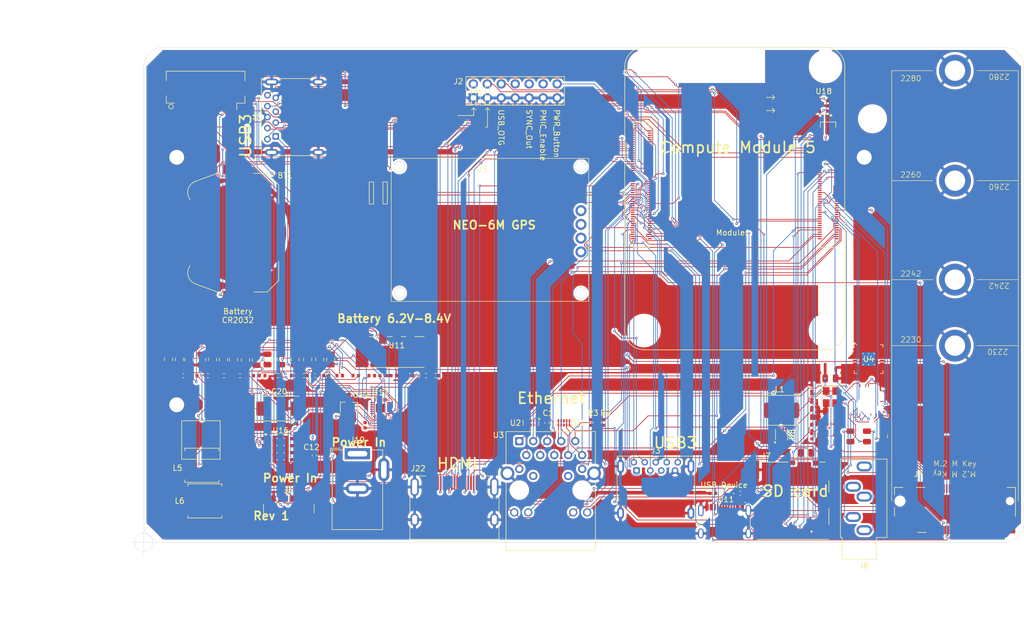
<source format=kicad_pcb>
(kicad_pcb (version 20241229) (generator "pcbnew") (generator_version "9.0")
  (layers (0 "F.Cu" signal) (4 "In1.Cu" power) (6 "In2.Cu" power) (2 "B.Cu" signal) (13 "F.Paste" user) (15 "B.Paste" user) (5 "F.SilkS" user "F.Silkscreen") (7 "B.SilkS" user "B.Silkscreen") (1 "F.Mask" user) (3 "B.Mask" user) (25 "Edge.Cuts" user))
  (net 0 "")
  (net 1 "GND")
  (net 2 "Net-(C1-Pad1)")
  (net 3 "/VBAT")
  (net 4 "/VBUS")
  (net 5 "/SD_PWR")
  (net 6 "/FB")
  (net 7 "/M2_3v3")
  (net 8 "/HDMI_5v")
  (net 9 "Net-(D4-A)")
  (net 11 "/PMIC_ENABLE")
  (net 12 "/PWR_BUT")
  (net 13 "/USBOTG")
  (net 15 "/EEPROM_nWP")
  (net 16 "/+3.3v")
  (net 17 "/SYNC_OUT")
  (net 18 "/nRPIBOOT")
  (net 19 "/PCIE_TX_P")
  (net 20 "/PCIE_RX_P")
  (net 31 "/+5v")
  (net 47 "/PCIE_nWAKE")
  (net 49 "/PCIE_CLK_N")
  (net 52 "/PCIE_TX_N")
  (net 54 "/PCIE_nRST")
  (net 55 "/PCIE_CLK_P")
  (net 56 "/PCIE_RX_N")
  (net 57 "/PCIE_nCLKREQ")
  (net 61 "Net-(J4-SUSCLK)")
  (net 63 "/DPHY0_C_P")
  (net 64 "/DPHY0_D3_N")
  (net 65 "/SCL0")
  (net 66 "/DPHY0_D0_P")
  (net 67 "/SDA0")
  (net 68 "/DPHY0_D2_N")
  (net 69 "/DPHY0_D3_P")
  (net 70 "/+12v")
  (net 71 "/DPHY0_C_N")
  (net 72 "/DPHY0_D2_P")
  (net 73 "/CAM_GPIO1")
  (net 74 "/DPHY0_D1_P")
  (net 75 "/DPHY0_D0_N")
  (net 76 "/DPHY0_D1_N")
  (net 77 "/ID_SD")
  (net 78 "/ID_SC")
  (net 81 "/SD_CMD")
  (net 82 "/SD_CLK")
  (net 83 "/SD_DAT1")
  (net 84 "/SD_DAT3")
  (net 85 "/SD_DAT2")
  (net 86 "/SD_DAT0")
  (net 87 "/TACHO")
  (net 88 "/PWM")
  (net 89 "/HDMI0_CK_P")
  (net 90 "/HDMI0_D2_P")
  (net 91 "/HDMI0_CEC")
  (net 92 "/HDMI0_CK_N")
  (net 93 "/HDMI0_D2_N")
  (net 94 "/HDMI0_D0_P")
  (net 95 "/HDMI0_D1_P")
  (net 96 "/HDMI0_D1_N")
  (net 97 "/HDMI0_HOTPLUG")
  (net 98 "/HDMI0_SDA")
  (net 99 "/HDMI0_D0_N")
  (net 100 "/HDMI0_SCL")
  (net 101 "/DPHY1_D1_P")
  (net 102 "/GPIO13")
  (net 103 "Net-(D6-A)")
  (net 104 "/HDMI1_CEC")
  (net 105 "/GPIO16")
  (net 106 "/ETH_LEDG")
  (net 107 "/GPIO5")
  (net 108 "/GPIO2")
  (net 109 "/USB3-0-TX_N")
  (net 110 "/DPHY1_C_N")
  (net 111 "/GPIO7")
  (net 112 "/HDMI1_D1_P")
  (net 113 "/GPIO12")
  (net 114 "/VBUS_EN")
  (net 115 "/GPIO22")
  (net 116 "/GPIO15")
  (net 117 "/SD_PWR_ON")
  (net 118 "/HDMI1_D0_N")
  (net 119 "/+1.8v")
  (net 120 "/DPHY1_D1_N")
  (net 121 "/USB3-1-RX_N")
  (net 122 "/DPHY1_D3_P")
  (net 123 "/HDMI1_CK_P")
  (net 124 "/GPIO6")
  (net 125 "/CC1")
  (net 126 "/USB2_N")
  (net 128 "/CC2")
  (net 130 "/TRD2_P")
  (net 131 "/DPHY1_C_P")
  (net 132 "/GPIO4")
  (net 133 "/USB3-0-D_N")
  (net 134 "/TRD3_P")
  (net 135 "/GPIO23")
  (net 136 "Net-(C54-Pad1)")
  (net 137 "/TRD0_P")
  (net 138 "Net-(U17-BST)")
  (net 139 "/HDMI1_D2_P")
  (net 140 "/GPIO8")
  (net 141 "/TRD0_N")
  (net 142 "/GPIO27")
  (net 143 "/USB3-1-D_N")
  (net 144 "/GPIO20")
  (net 145 "/USBOTG_ID")
  (net 146 "/ETH_LEDY")
  (net 147 "/TRD1_P")
  (net 148 "/USB3-1-D_P")
  (net 149 "/DPHY1_D2_P")
  (net 150 "/USB3-1-TX_P")
  (net 151 "/GPIO24")
  (net 152 "/GPIO21")
  (net 153 "/GPIO26")
  (net 154 "/TRD3_N")
  (net 155 "/HDMI1_SDA")
  (net 156 "/DPHY1_D0_N")
  (net 158 "/USB3-1-TX_N")
  (net 159 "/USB3-1-RX_P")
  (net 160 "/HDMI1_SCL")
  (net 161 "/GPIO9")
  (net 162 "/GPIO17")
  (net 163 "/GPIO14")
  (net 164 "/HDMI1_D0_P")
  (net 165 "/GPIO19")
  (net 166 "/GPIO18")
  (net 167 "Net-(U8-LX)")
  (net 168 "/PCIE_PWR_EN")
  (net 169 "/GPIO_VREF")
  (net 170 "/TRD2_N")
  (net 171 "/USB3-0-TX_P")
  (net 172 "/GPIO25")
  (net 173 "/DPHY1_D3_N")
  (net 174 "/HDMI1_CK_N")
  (net 175 "/GPIO11")
  (net 176 "/HDMI1_HOTPLUG")
  (net 177 "/HDMI1_D1_N")
  (net 178 "/Vbus")
  (net 184 "/GPIO10")
  (net 185 "/USB3-0-RX_N")
  (net 186 "/DPHY1_D2_N")
  (net 187 "/HDMI1_D2_N")
  (net 188 "/TRD1_N")
  (net 189 "/GPIO3")
  (net 190 "/DPHY1_D0_P")
  (net 191 "/USB3-0-RX_P")
  (net 192 "Net-(U3-LEDY_K)")
  (net 193 "Net-(U3-LEDG_K)")
  (net 194 "Net-(U17-VIN)")
  (net 195 "Net-(U16-BST)")
  (net 199 "/USB3-0-D_P")
  (net 200 "Net-(C57-Pad1)")
  (net 201 "Net-(U16-SS)")
  (net 202 "Net-(U16-COMP)")
  (net 203 "Net-(C60-Pad1)")
  (net 204 "Net-(U16-FB)")
  (net 205 "Net-(C62-Pad1)")
  (net 206 "Net-(D5-A)")
  (net 208 "Net-(J6-CC1)")
  (net 209 "Net-(J6-CC2)")
  (net 210 "Net-(U16-SW)")
  (net 218 "Net-(R24-Pad2)")
  (net 219 "Net-(U17-NC)")
  (net 220 "Net-(U17-VIN_OVSET)")
  (net 221 "Net-(U17-VIN_UVSET)")
  (net 222 "Net-(U17-TIME_SET)")
  (net 223 "Net-(U17-ISET)")
  (net 228 "/DP")
  (net 230 "/DM")
  (net 235 "Net-(C7-Pad2)")
  (net 236 "Net-(U4-LINPUT1)")
  (net 237 "Net-(U4-HEADPHONE_L)")
  (net 238 "Net-(C8-Pad2)")
  (net 239 "Net-(U4-HEADPHONE_R)")
  (net 240 "Net-(C21-Pad2)")
  (net 258 "Net-(U17-VBATM)")
  (net 259 "/USB2_P")
  (footprint "CM5IO:BatteryHolder_Keystone_3034_1x20mm" (layer "F.Cu") (at 96 103.7 -90)
    (property "Reference" "BT1")
    (property "Value" "Battery_Cell")
  )
  (footprint "Capacitor_SMD:C_0402_1005Metric" (layer "F.Cu") (at 152.3 138.3 90)
    (property "Reference" "C1")
    (property "Value" "100n" (hide yes))
  )
  (footprint "Capacitor_SMD:C_0805_2012Metric" (layer "F.Cu") (at 199.45 143.75 180)
    (property "Reference" "C5" (hide yes))
    (property "Value" "10u" (hide yes))
  )
  (footprint "Capacitor_SMD:C_0402_1005Metric" (layer "F.Cu") (at 110 144.22 90)
    (property "Reference" "C12")
    (property "Value" "100n" (hide yes))
  )
  (footprint "Capacitor_SMD:C_0402_1005Metric" (layer "F.Cu") (at 119.26 138.72 90)
    (property "Reference" "C13" (hide yes))
    (property "Value" "100n" (hide yes))
  )
  (footprint "Package_SON:USON-10_2.5x1.0mm_P0.5mm" (layer "F.Cu") (at 155.4 138.285 -90)
    (property "Reference" "U1")
    (property "Value" "TPD4EUSB30" (hide yes))
  )
  (footprint "Package_TO_SOT_SMD:TSOT-23_HandSoldering" (layer "F.Cu") (at 116.31 135.49 90)
    (property "Reference" "U12")
    (property "Value" "RT9742SNGV" (hide yes))
  )
  (footprint "Resistor_SMD:R_0402_1005Metric" (layer "F.Cu") (at 160.3 138.215 90)
    (property "Reference" "R3")
    (property "Value" "470R" (hide yes))
  )
  (footprint "Resistor_SMD:R_0402_1005Metric" (layer "F.Cu") (at 162.6 138.215 90)
    (property "Reference" "R2")
    (property "Value" "470R" (hide yes))
  )
  (footprint "Connector_USB:USB_C_Receptacle_GCT_USB4105-xx-A_16P_TopMnt_Horizontal" (layer "F.Cu") (at 184.61 157.305)
    (property "Reference" "J11")
    (property "Value" "USB_C_Receptacle_USB2.0")
  )
  (footprint "Package_TO_SOT_SMD:SOT-23-5" (layer "F.Cu") (at 202.6375 80.65 180)
    (property "Reference" "U18")
    (property "Value" "RT9742GGJ5" (hide yes))
  )
  (footprint "CM5IO:TRJG0926HENL" (layer "F.Cu") (at 153 150.5)
    (property "Reference" "U3")
    (property "Value" "MagJack-A70-112-331N126")
  )
  (footprint "CM5IO:EDAC 690-019-298-412" (layer "F.Cu") (at 135.5 149.93)
    (property "Reference" "J22")
    (property "Value" "690-019-298-412" (hide yes))
  )
  (footprint "Package_SON:USON-10_2.5x1.0mm_P0.5mm" (layer "F.Cu") (at 149.4 138.285 -90)
    (property "Reference" "U2")
    (property "Value" "TPD4EUSB30" (hide yes))
  )
  (footprint "Connector_PinHeader_2.54mm:PinHeader_2x07_P2.54mm_Vertical" (layer "F.Cu") (at 138.92 79.2 90)
    (property "Reference" "J2")
    (property "Value" "Conn_02x07_Odd_Even" (hide yes))
  )
  (footprint "Package_DFN_QFN:DFN-8-1EP_2x2mm_P0.5mm_EP1.05x1.75mm" (layer "F.Cu") (at 194.97 140.4 90)
    (property "Reference" "U8")
    (property "Value" "AP3441SHE-7B" (hide yes))
  )
  (footprint "CM5IO:SDCARD_MOLEX_503398-1892" (layer "F.Cu") (at 197.02 152.45 180)
    (property "Reference" "J7")
    (property "Value" "Micro_SD_Card_Det" (hide yes))
  )
  (footprint "CM5IO:M.2 M Key socket" (layer "F.Cu") (at 226.5 152.5 180)
    (property "Reference" "J4")
    (property "Value" "Bus_M.2_Socket_M")
  )
  (footprint "Resistor_SMD:R_0402_1005Metric" (layer "F.Cu") (at 200.49 131.99 -90)
    (property "Reference" "R9" (hide yes))
    (property "Value" "2.2K 1%" (hide yes))
  )
  (footprint "Capacitor_SMD:C_0805_2012Metric" (layer "F.Cu") (at 203.85 130.2)
    (property "Reference" "C6" (hide yes))
    (property "Value" "10u" (hide yes))
  )
  (footprint "Capacitor_SMD:C_0805_2012Metric" (layer "F.Cu") (at 203.95 140.2 180)
    (property "Reference" "C16" (hide yes))
    (property "Value" "10u" (hide yes))
  )
  (footprint "CM5IO:MountingHole_2.7mm_M2.5_DIN965" (layer "F.Cu") (at 84.873 97.493)
    (property "Reference" "H6" (hide yes))
    (property "Value" "MountingHole" (hide yes))
  )
  (footprint "Capacitor_SMD:C_0402_1005Metric" (layer "F.Cu") (at 98.47 129.71)
    (property "Reference" "C59" (hide yes))
    (property "Value" "nf" (hide yes))
  )
  (footprint "Resistor_SMD:R_0402_1005Metric" (layer "F.Cu") (at 130.31 129.7)
    (property "Reference" "R38" (hide yes))
    (property "Value" "12K" (hide yes))
  )
  (footprint "Resistor_SMD:R_0402_1005Metric" (layer "F.Cu") (at 117.55 129.7)
    (property "Reference" "R27" (hide yes))
    (property "Value" "12K 1%" (hide yes))
  )
  (footprint "Capacitor_SMD:C_0402_1005Metric" (layer "F.Cu") (at 200.5 133.52 -90)
    (property "Reference" "C10" (hide yes))
    (property "Value" "100n" (hide yes))
  )
  (footprint "Connector_BarrelJack:BarrelJack_GCT_DCJ200-10-A_Horizontal" (layer "F.Cu") (at 117.85 143.9)
    (property "Reference" "J19")
    (property "Value" "Barrel_Jack")
  )
  (footprint "Capacitor_SMD:C_0402_1005Metric" (layer "F.Cu") (at 200.5 140.72 90)
    (property "Reference" "C11" (hide yes))
    (property "Value" "4.7nF" (hide yes))
  )
  (footprint "Resistor_SMD:R_0402_1005Metric" (layer "F.Cu") (at 103.44 129.7)
    (property "Reference" "R31" (hide yes))
    (property "Value" "10R" (hide yes))
  )
  (footprint "Capacitor_SMD:C_0805_2012Metric" (layer "F.Cu") (at 97.5 126.85 90)
    (property "Reference" "C39" (hide yes))
    (property "Value" "10u 35v" (hide yes))
  )
  (footprint "Capacitor_SMD:C_0805_2012Metric" (layer "F.Cu") (at 89.5 126.8 -90)
    (property "Reference" "C64" (hide yes))
    (property "Value" "10u" (hide yes))
  )
  (footprint "Resistor_SMD:R_0402_1005Metric" (layer "F.Cu") (at 100.53 129.7)
    (property "Reference" "R24" (hide yes))
    (property "Value" "10R" (hide yes))
  )
  (footprint "Capacitor_SMD:C_0805_2012Metric" (layer "F.Cu") (at 83.5 126.75 90)
    (property "Reference" "C62" (hide yes))
    (property "Value" "10u" (hide yes))
  )
  (footprint "Capacitor_SMD:C_0805_2012Metric" (layer "F.Cu") (at 101.5 126.75 90)
    (property "Reference" "C56" (hide yes))
    (property "Value" "10u" (hide yes))
  )
  (footprint "Capacitor_SMD:C_0805_2012Metric" (layer "F.Cu") (at 93.5 126.8 -90)
    (property "Reference" "C49" (hide yes))
    (property "Value" "10u" (hide yes))
  )
  (footprint "Capacitor_SMD:C_0805_2012Metric" (layer "F.Cu") (at 106.5 126.75 90)
    (property "Reference" "C55" (hide yes))
    (property "Value" "10u" (hide yes))
  )
  (footprint "" (layer "F.Cu") (at 211.056 95.448)
    (property "Reference" "")
    (property "Value" "")
  )
  (footprint "Package_DFN_QFN:QFN-24-1EP_3x3mm_P0.4mm_EP1.75x1.6mm" (layer "F.Cu") (at 122.06 135.6)
    (property "Reference" "U17")
    (property "Value" "IP2326")
  )
  (footprint "Capacitor_SMD:C_0805_2012Metric" (layer "F.Cu") (at 203.9375 138.2 180)
    (property "Reference" "C17" (hide yes))
    (property "Value" "10u" (hide yes))
  )
  (footprint "Crystal:Crystal_SMD_3225-4Pin_3.2x2.5mm" (layer "F.Cu") (at 203.95 133.6 -90)
    (property "Reference" "U7" (hide yes))
    (property "Value" "ASEK-32.768KHZ-L-R-T" (hide yes))
  )
  (footprint "Capacitor_SMD:C_0805_2012Metric" (layer "F.Cu") (at 104 126.75 90)
    (property "Reference" "C67" (hide yes))
    (property "Value" "10u" (hide yes))
  )
  (footprint "Resistor_SMD:R_0402_1005Metric" (layer "F.Cu") (at 93.59 129.7)
    (property "Reference" "R28" (hide yes))
    (property "Value" "2.2K 1%" (hide yes))
  )
  (footprint "CM5IO:L_Bourns_SRP5030CC" (layer "F.Cu") (at 194.97 136)
    (property "Reference" "L1")
    (property "Value" "2.2uH" (hide yes))
  )
  (footprint "Capacitor_SMD:C_0805_2012Metric" (layer "F.Cu") (at 85.5 126.75 90)
    (property "Reference" "C47" (hide yes))
    (property "Value" "10u" (hide yes))
  )
  (footprint "Capacitor_SMD:C_0402_1005Metric" (layer "F.Cu") (at 187.48 151.1)
    (property "Reference" "C18" (hide yes))
    (property "Value" "100n" (hide yes))
  )
  (footprint "Capacitor_Tantalum_SMD:CP_EIA-7343-31_Kemet-D" (layer "F.Cu") (at 103.62 135.7)
    (property "Reference" "C20")
    (property "Value" "100uF")
  )
  (footprint "Capacitor_SMD:C_0805_2012Metric" (layer "F.Cu") (at 91.5 126.75 90)
    (property "Reference" "C34" (hide yes))
    (property "Value" "10u 35v" (hide yes))
  )
  (footprint "CM5IO:Hirose_FH12-22S-0.5SH_1x22-1MP_P0.50mm_Horizontal" (layer "F.Cu") (at 90.25 78.85 180)
    (property "Reference" "J5")
    (property "Value" "Conn_01x22_Female")
  )
  (footprint "Resistor_SMD:R_0402_1005Metric" (layer "F.Cu") (at 127.4 129.7)
    (property "Reference" "R30" (hide yes))
    (property "Value" "10R" (hide yes))
  )
  (footprint "Resistor_SMD:R_0402_1005Metric" (layer "F.Cu") (at 114.64 129.7)
    (property "Reference" "R10" (hide yes))
    (property "Value" "10R" (hide yes))
  )
  (footprint "Capacitor_SMD:C_0805_2012Metric" (layer "F.Cu") (at 99.5 126.85 90)
    (property "Reference" "C37" (hide yes))
    (property "Value" "10u 35v" (hide yes))
  )
  (footprint "Capacitor_SMD:C_0805_2012Metric" (layer "F.Cu") (at 95.3445 126.8 -90)
    (property "Reference" "C51" (hide yes))
    (property "Value" "10u" (hide yes))
  )
  (footprint "Resistor_SMD:R_0402_1005Metric" (layer "F.Cu") (at 200.49 137.99 90)
    (property "Reference" "R16" (hide yes))
    (property "Value" "2.2K 1%" (hide yes))
  )
  (footprint "Resistor_SMD:R_0402_1005Metric" (layer "F.Cu") (at 96.5 129.7)
    (property "Reference" "R37" (hide yes))
    (property "Value" "12K" (hide yes))
  )
  (footprint "" (layer "F.Cu") (at 210 135)
    (property "Reference" "")
    (property "Value" "")
  )
  (footprint "Capacitor_SMD:C_0402_1005Metric" (layer "F.Cu") (at 112.17 129.71)
    (property "Reference" "C36" (hide yes))
    (property "Value" "100n 100v" (hide yes))
  )
  (footprint "Resistor_SMD:R_0402_1005Metric" (layer "F.Cu") (at 200.49 139.19 90)
    (property "Reference" "R15" (hide yes))
    (property "Value" "10K 1%" (hide yes))
  )
  (footprint "Package_SO:SOIC-8-1EP_3.9x4.9mm_P1.27mm_EP2.95x4.9mm_Mask2.71x3.4mm_ThermalVias" (layer "F.Cu") (at 103.8905 143.073)
    (property "Reference" "U16")
    (property "Value" "AP64501SP-13" (hide yes))
  )
  (footprint "Connector_USB:USB3_A_Molex_48393-001" (layer "F.Cu") (at 168.6 146.95)
    (property "Reference" "J3")
    (property "Value" "USB3_A")
  )
  (footprint "Resistor_SMD:R_0402_1005Metric" (layer "F.Cu") (at 132.1 129.7)
    (property "Reference" "R25" (hide yes))
    (property "Value" "20K 1%" (hide yes))
  )
  (footprint "Capacitor_SMD:C_0805_2012Metric" (layer "F.Cu") (at 203.95 136.2 180)
    (property "Reference" "C14" (hide yes))
    (property "Value" "10u" (hide yes))
  )
  (footprint "Capacitor_SMD:C_0805_2012Metric" (layer "F.Cu") (at 87.2445 126.8 -90)
    (property "Reference" "C63" (hide yes))
    (property "Value" "10u" (hide yes))
  )
  (footprint "Connector_USB:USB3_A_Molex_48393-001" (layer "F.Cu") (at 103 86.2 90)
    (property "Reference" "J1")
    (property "Value" "USB3_A")
  )
  (footprint "Capacitor_SMD:C_0402_1005Metric" (layer "F.Cu") (at 182.48 151.1 180)
    (property "Reference" "C9" (hide yes))
    (property "Value" "100n" (hide yes))
  )
  (footprint "Capacitor_SMD:C_0805_2012Metric" (layer "F.Cu") (at 213.51 140.75 90)
    (property "Reference" "C21" (hide yes))
    (property "Value" "10u" (hide yes))
  )
  (footprint "Resistor_SMD:R_0402_1005Metric" (layer "F.Cu") (at 124.49 129.7)
    (property "Reference" "R23" (hide yes))
    (property "Value" "10R" (hide yes))
  )
  (footprint "Capacitor_SMD:C_0805_2012Metric" (layer "F.Cu") (at 108.805 126.75 90)
    (property "Reference" "C66" (hide yes))
    (property "Value" "10u" (hide yes))
  )
  (footprint "CM5IO:MountingHole_2.7mm_M2.5_DIN965" (layer "F.Cu") (at 85 90)
    (property "Reference" "H6" (hide yes))
    (property "Value" "MountingHole" (hide yes))
  )
  (footprint "Resistor_SMD:R_0402_1005Metric" (layer "F.Cu") (at 200.49 136.49 -90)
    (property "Reference" "R14" (hide yes))
    (property "Value" "100K" (hide yes))
  )
  (footprint "Capacitor_SMD:C_0402_1005Metric" (layer "F.Cu") (at 110.13 129.71)
    (property "Reference" "C60" (hide yes))
    (property "Value" "1.2nF" (hide yes))
  )
  (footprint "Inductor_SMD:L_Bourns_SRN6045TA" (layer "F.Cu") (at 90.109 152.471)
    (property "Reference" "L6")
    (property "Value" "SRN6045TA-3R3Y" (hide yes))
  )
  (footprint "Resistor_SMD:R_0402_1005Metric" (layer "F.Cu") (at 90.68 129.7)
    (property "Reference" "R22" (hide yes))
    (property "Value" "10R" (hide yes))
  )
  (footprint "Inductor_SMD:L_Bourns_SRN6045TA" (layer "F.Cu") (at 89.56 145.994)
    (property "Reference" "L5")
    (property "Value" "SRN6045TA-3R3Y" (hide yes))
  )
  (footprint "Connector_USB:USB_C_Receptacle_GCT_USB4135-GF-A_6P_TopMnt_Horizontal" (layer "F.Cu") (at 105.375 155.0975)
    (property "Reference" "J6")
    (property "Value" "USB_C_Receptacle_USB2.0_14P")
  )
  (footprint "CM5IO:Raspberry-Pi-5-Compute-Module" (layer "F.Cu") (at 202.96 73.5 180)
    (property "Reference" "Module1")
    (property "Value" "ComputeModule5-CM5" (hide yes))
  )
  (footprint "Capacitor_SMD:C_0805_2012Metric" (layer "F.Cu") (at 111 126.75 -90)
    (property "Reference" "C65" (hide yes))
    (property "Value" "10u" (hide yes))
  )
  (footprint "Capacitor_SMD:C_0805_2012Metric" (layer "F.Cu") (at 113 126.75 90)
    (property "Reference" "C54" (hide yes))
    (property "Value" "10u" (hide yes))
  )
  (footprint "My_Library:NEO-6M GPS" (layer "F.Cu") (at 124 90.2)
    (property "Reference" "U5")
    (property "Value" "NEO-6M GPS")
  )
  (footprint "Capacitor_SMD:C_0402_1005Metric" (layer "F.Cu") (at 200.5 135.02 -90)
    (property "Reference" "C19" (hide yes))
    (property "Value" "100n" (hide yes))
  )
  (footprint "Capacitor_SMD:C_0805_2012Metric" (layer "F.Cu") (at 210.5 140.75 90)
    (property "Reference" "C8" (hide yes))
    (property "Value" "10u" (hide yes))
  )
  (footprint "Resistor_SMD:R_0402_1005Metric" (layer "F.Cu") (at 120.46 129.7)
    (property "Reference" "R35" (hide yes))
    (property "Value" "12K" (hide yes))
  )
  (footprint "Resistor_SMD:R_0402_1005Metric" (layer "F.Cu") (at 106.35 129.7)
    (property "Reference" "R39" (hide yes))
    (property "Value" "12K" (hide yes))
  )
  (footprint "TerminalBlock_Phoenix:TerminalBlock_Phoenix_PTSM-0,5-3-2,5-V-SMD_1x03-1MP_P2.50mm_Vertical" (layer "F.Cu") (at 125 124.33 180)
    (property "Reference" "U11")
    (property "Value" "BK-18650-PC4" (hide yes))
  )
  (footprint "Capacitor_SMD:C_0402_1005Metric" (layer "F.Cu") (at 86.17 129.71)
    (property "Reference" "C61" (hide yes))
    (property "Value" "nf" (hide yes))
  )
  (footprint "Capacitor_SMD:C_0805_2012Metric" (layer "F.Cu") (at 207.49 140.75 90)
    (property "Reference" "C7" (hide yes))
    (property "Value" "10u" (hide yes))
  )
  (footprint "Capacitor_SMD:C_0402_1005Metric" (layer "F.Cu") (at 88.21 129.71)
    (property "Reference" "C57" (hide yes))
    (property "Value" "100n" (hide yes))
  )
  (footprint "Package_DFN_QFN:QFN-32-1EP_5x5mm_P0.5mm_EP3.3x3.3mm_ThermalVias" (layer "F.Cu") (at 210.802 126.69)
    (property "Reference" "U4")
    (property "Value" "WM8960")
    (property "VALUE" "WM8960" (hide yes))
  )
  (footprint "Connector_Audio:Jack_3.5mm_CUI_SJ1-3535NG_Horizontal" (layer "F.Cu") (at 210 157.8 180)
    (property "Reference" "J8")
    (property "Value" "AudioJack4")
  )
  (footprint "Capacitor_SMD:C_0402_1005Metric" (layer "F.Cu") (at 122.43 129.71)
    (property "Reference" "C58" (hide yes))
    (property "Value" "100n" (hide yes))
  )
  (footprint "Resistor_SMD:R_0402_1005Metric" (layer "F.Cu") (at 108.14 129.7)
    (property "Reference" "R34" (hide yes))
    (property "Value" "12K" (hide yes))
  )
  (gr_line (start 136.1 82.4) (end 138.5 82.4) (stroke (width 0.12)) (layer "F.SilkS"))
  (gr_line (start 141.5 81) (end 141.1 81.4) (stroke (width 0.12)) (layer "F.SilkS"))
  (gr_line (start 92.9 144.9) (end 85.9 144.9) (stroke (width 0.12)) (layer "F.SilkS"))
  (gr_line (start 192.2 81.5) (end 193.7 81.5) (stroke (width 0.12)) (layer "F.SilkS"))
  (gr_rect (start 85.9 137.9) (end 85.9 144.9) (stroke (width 0.12)) (fill no) (layer "F.SilkS"))
  (gr_line (start 192.2 79.1) (end 193.7 79.1) (stroke (width 0.12)) (layer "F.SilkS"))
  (gr_line (start 92.9 144.9) (end 92.9 138.9) (stroke (width 0.12)) (layer "F.SilkS"))
  (gr_line (start 92.9 137.9) (end 92.9 138.9) (stroke (width 0.12)) (layer "F.SilkS"))
  (gr_line (start 139 81) (end 139.4 81.4) (stroke (width 0.12)) (layer "F.SilkS"))
  (gr_line (start 193.7 81.5) (end 193.3 81.9) (stroke (width 0.12)) (layer "F.SilkS"))
  (gr_line (start 193.7 81.5) (end 193.3 81.1) (stroke (width 0.12)) (layer "F.SilkS"))
  (gr_line (start 193.3 81.1) (end 193.7 81.5) (stroke (width 0.12)) (layer "F.SilkS"))
  (gr_rect (start 122.5 94.5) (end 123.3 98.5) (stroke (width 0.12)) (fill no) (layer "F.SilkS"))
  (gr_line (start 139 82.4) (end 139 81) (stroke (width 0.12)) (layer "F.SilkS"))
  (gr_line (start 141.1 84.5) (end 141.5 84.5) (stroke (width 0.12)) (layer "F.SilkS"))
  (gr_line (start 193.7 79.1) (end 193.3 78.7) (stroke (width 0.12)) (layer "F.SilkS"))
  (gr_line (start 138.5 82.4) (end 139 82.4) (stroke (width 0.12)) (layer "F.SilkS"))
  (gr_line (start 193.7 79.1) (end 193.3 79.5) (stroke (width 0.12)) (layer "F.SilkS"))
  (gr_line (start 139 81) (end 138.6 81.4) (stroke (width 0.12)) (layer "F.SilkS"))
  (gr_line (start 85.9 137.9) (end 92.9 137.9) (stroke (width 0.12)) (layer "F.SilkS"))
  (gr_line (start 141.5 81) (end 141.9 81.4) (stroke (width 0.12)) (layer "F.SilkS"))
  (gr_rect (start 120 94.5) (end 120.8 98.5) (stroke (width 0.12)) (fill no) (layer "F.SilkS"))
  (gr_rect (start 138.6 76.4) (end 139.4 80.4) (stroke (width 0.12)) (fill no) (layer "F.SilkS"))
  (gr_line (start 141.5 84.5) (end 141.5 81) (stroke (width 0.12)) (layer "F.SilkS"))
  (gr_rect (start 141.1 76.4) (end 141.9 80.4) (stroke (width 0.12)) (fill no) (layer "F.SilkS"))
  (gr_line (start 239 156.5) (end 239 73.5) (stroke (width 0.05)) (layer "Edge.Cuts"))
  (gr_line (start 235.5 70) (end 82.5 70) (stroke (width 0.05)) (layer "Edge.Cuts"))
  (gr_line (start 79 156.5) (end 79 73.5) (stroke (width 0.05)) (layer "Edge.Cuts"))
  (gr_arc (start 79 73.5) (mid 80.025126 71.025126) (end 82.5 70) (stroke (width 0.05)) (layer "Edge.Cuts"))
  (gr_line (start 82.5 160) (end 235.5 160) (stroke (width 0.05)) (layer "Edge.Cuts"))
  (gr_arc (start 82.5 160) (mid 80.025126 158.974874) (end 79 156.5) (stroke (width 0.05)) (layer "Edge.Cuts"))
  (gr_arc (start 235.5 70) (mid 237.974874 71.025126) (end 239 73.5) (stroke (width 0.05)) (layer "Edge.Cuts"))
  (gr_arc (start 239 156.5) (mid 237.974874 158.974874) (end 235.5 160) (stroke (width 0.05)) (layer "Edge.Cuts"))
  (gr_text "Rev 1" (at 102.2 155.2 0) (layer "F.SilkS") (effects (font (size 1.5 1.5) (thickness 0.3))))
  (gr_text "Power In" (at 100.5 149.2 0) (layer "F.SilkS") (effects (font (size 1.5 1.5) (thickness 0.3) (bold yes)) (justify left bottom)))
  (gr_text "NEO-6M GPS" (at 135 103.2 0) (layer "F.SilkS") (effects (font (size 1.5 1.5) (thickness 0.3) (bold yes)) (justify left bottom)))
  (gr_text "Battery 6.2V-8.4V\n" (at 114 120.2 0) (layer "F.SilkS") (effects (font (size 1.5 1.5) (thickness 0.3) (bold yes)) (justify left bottom)))
  (gr_text "USB Device" (at 184.5 149.6 0) (layer "F.SilkS") (effects (font (size 1 1))))
  (gr_text "M.2 M Key" (at 222.5 146.3 0) (layer "F.SilkS") (effects (font (size 1 1) (thickness 0.1)) (justify left bottom)))
  (gr_text "USB3" (at 175.7 141.9 0) (layer "F.SilkS") (effects (font (size 2 2) (thickness 0.3))))
  (gr_text "PWR_Button" (at 153.5 81.2 270) (layer "F.SilkS") (effects (font (size 1 1)) (justify left bottom)))
  (gr_text "SYNC_Out" (at 148.5 81.2 270) (layer "F.SilkS") (effects (font (size 1 1)) (justify left bottom)))
  (gr_text "Battery\nCR2032\n" (at 96.121 118.816 0) (layer "F.SilkS") (effects (font (size 1 1))))
  (gr_text "Ethernet" (at 153.1 133.8 0) (layer "F.SilkS") (effects (font (size 2 2) (thickness 0.3))))
  (gr_text "SD card" (at 197.5 150.7 0) (layer "F.SilkS") (effects (font (size 2 2) (thickness 0.3))))
  (gr_text "PMIC_Enable" (at 151 81.2 -90) (layer "F.SilkS") (effects (font (size 1 1)) (justify left bottom)))
  (gr_text "USB3" (at 97.518 86.05 90) (layer "F.SilkS") (effects (font (size 2 2) (thickness 0.3))))
  (gr_text "HDMI\n" (at 136 145.7 0) (layer "F.SilkS") (effects (font (size 2 2) (thickness 0.3))))
  (gr_text "USB_OTG" (at 143.4 81.2 -90) (layer "F.SilkS") (effects (font (size 1 1)) (justify left bottom)))
  (gr_text "Power In" (at 113 142.7 0) (layer "F.SilkS") (effects (font (size 1.5 1.5) (thickness 0.3) (bold yes)) (justify left bottom)))
  (gr_text "Compute Module 5" (at 187 88.2 0) (layer "F.SilkS") (effects (font (size 2 2) (thickness 0.3))))
  (target plus (at 79 160) (size 5) (width 0.05) (layer "Edge.Cuts"))
  (segment (start 210.941001 131.134) (end 212.419236 131.134) (width 0.13) (layer "F.Cu") (net 1))
  (segment (start 212.419236 131.134) (end 212.9375 131.652264) (width 0.13) (layer "F.Cu") (net 1))
  (segment (start 210.75 131.7625) (end 210.75 131.325001) (width 0.13) (layer "F.Cu") (net 1))
  (segment (start 210.75 131.325001) (end 210.941001 131.134) (width 0.13) (layer "F.Cu") (net 1))
  (segment (start 213.723 134.3765) (end 213.723 132.798001) (width 0.13) (layer "F.Cu") (net 1))
  (segment (start 212.9375 134.45) (end 213.011 134.3765) (width 0.13) (layer "F.Cu") (net 1))
  (segment (start 213.723 132.798001) (end 213.374999 132.45) (width 0.13) (layer "F.Cu") (net 1))
  (segment (start 213.011 134.3765) (end 213.723 134.3765) (width 0.13) (layer "F.Cu") (net 1))
  (segment (start 213.374999 132.45) (end 212.9375 132.45) (width 0.13) (layer "F.Cu") (net 1))
  (segment (start 212.9375 131.652264) (end 212.9375 132.45) (width 0.13) (layer "F.Cu") (net 1))
  (via (at 208.5 136.7) (size 0.45) (drill 0.2) (layers "F.Cu" "B.Cu") (net 1))
  (segment (start 152.365 141.61) (end 152.365 138.845) (width 0.13) (layer "F.Cu") (net 2))
  (segment (start 152.365 138.845) (end 152.3 138.78) (width 0.13) (layer "F.Cu") (net 2))
  (segment (start 151.095 142.88) (end 151.095 144.15) (width 0.13) (layer "B.Cu") (net 2))
  (segment (start 152.365 141.61) (end 151.095 142.88) (width 0.13) (layer "B.Cu") (net 2))
  (segment (start 97.4237 93.4167) (end 98.6254 92.215) (width 0.13) (layer "F.Cu") (net 3))
  (segment (start 177.7224 90) (end 170.7987 83.0763) (width 0.13) (layer "F.Cu") (net 3))
  (segment (start 122.6152 90.8066) (end 93.3625 90.8066) (width 0.13) (layer "F.Cu") (net 3))
  (segment (start 170.7987 83.0763) (end 124.6194 83.0763) (width 0.13) (layer "F.Cu") (net 3))
  (segment (start 201.92 90) (end 177.7224 90) (width 0.13) (layer "F.Cu") (net 3))
  (segment (start 92.6013 93.4167) (end 97.4237 93.4167) (width 0.13) (layer "F.Cu") (net 3))
  (segment (start 93.3625 90.8066) (end 93.3625 88.6) (width 0.13) (layer "F.Cu") (net 3))
  (segment (start 93.3625 90.8066) (end 93.3493 90.8066) (width 0.13) (layer "F.Cu") (net 3))
  (segment (start 93.0833 115) (end 93.2683 115.185) (width 0.13) (layer "F.Cu") (net 3))
  (segment (start 96 115.185) (end 93.2683 115.185) (width 0.13) (layer "F.Cu") (net 3))
  (segment (start 92.3571 93.1725) (end 92.6013 93.4167) (width 0.13) (layer "F.Cu") (net 3))
  (segment (start 92.3571 91.7988) (end 92.3571 93.1725) (width 0.13) (layer "F.Cu") (net 3))
  (segment (start 124.6194 83.0763) (end 124.5125 83.1832) (width 0.13) (layer "F.Cu") (net 3))
  (segment (start 92.855 115) (end 93.0833 115) (width 0.13) (layer "F.Cu") (net 3))
  (segment (start 96 92.215) (end 98.6254 92.215) (width 0.13) (layer "F.Cu") (net 3))
  (segment (start 93.3493 90.8066) (end 92.3571 91.7988) (width 0.13) (layer "F.Cu") (net 3))
  (segment (start 123.855 92.0464) (end 122.6152 90.8066) (width 0.13) (layer "F.Cu") (net 3))
  (via (at 93.3625 88.6) (size 0.45) (drill 0.2) (layers "F.Cu" "B.Cu") (net 3))
  (via (at 92.855 115) (size 0.45) (drill 0.2) (layers "F.Cu" "B.Cu") (net 3))
  (via (at 123.855 92.0464) (size 0.45) (drill 0.2) (layers "F.Cu" "B.Cu") (net 3))
  (via (at 124.5125 83.1832) (size 0.45) (drill 0.2) (layers "F.Cu" "B.Cu") (net 3))
  (segment (start 123.855 83.8407) (end 123.855 92.0464) (width 0.13) (layer "B.Cu") (net 3))
  (segment (start 93.3625 88.6) (end 93.3625 114.4925) (width 0.13) (layer "B.Cu") (net 3))
  (segment (start 93.3625 114.4925) (end 92.855 115) (width 0.13) (layer "B.Cu") (net 3))
  (segment (start 124.5125 83.1832) (end 123.855 83.8407) (width 0.13) (layer "B.Cu") (net 3))
  (segment (start 115.9893 126.9783) (end 107.2217 126.9783) (width 0.13) (layer "F.Cu") (net 4))
  (segment (start 117.5958 128.5848) (end 115.9893 126.9783) (width 0.13) (layer "F.Cu") (net 4))
  (segment (start 90.65 153.2) (end 102.8744 153.2) (width 0.13) (layer "F.Cu") (net 4))
  (segment (start 107.2217 126.9783) (end 106.5 127.7) (width 0.13) (layer "F.Cu") (net 4))
  (segment (start 125 129.7) (end 125 128.5848) (width 0.13) (layer "F.Cu") (net 4))
  (segment (start 106.895 152.2529) (end 106.2666 152.8813) (width 0.13) (layer "F.Cu") (net 4))
  (segment (start 105.2241 153.0828) (end 105.2241 152.8813) (width 0.13) (layer "F.Cu") (net 4))
  (segment (start 105.858 137.842) (end 89.7798 137.842) (width 0.13) (layer "F.Cu") (net 4))
  (segment (start 103.855 152.2194) (end 103.855 152.065) (width 0.13) (layer "F.Cu") (net 4))
  (segment (start 166.9 128.2) (end 166.5152 128.5848) (width 0.13) (layer "F.Cu") (net 4))
  (segment (start 89.7798 137.842) (end 89.5717 137.6339) (width 0.13) (layer "F.Cu") (net 4))
  (segment (start 104.5169 152.8813) (end 103.855 152.2194) (width 0.13) (layer "F.Cu") (net 4))
  (segment (start 105.2861 127.7) (end 105.163 127.5769) (width 0.13) (layer "F.Cu") (net 4))
  (segment (start 105.2241 152.8813) (end 104.5169 152.8813) (width 0.13) (layer "F.Cu") (net 4))
  (segment (start 106.895 152.065) (end 106.895 152.2529) (width 0.13) (layer "F.Cu") (net 4))
  (segment (start 106.2666 152.8813) (end 105.2241 152.8813) (width 0.13) (layer "F.Cu") (net 4))
  (segment (start 89.435 129.6191) (end 90.0891 129.6191) (width 0.13) (layer "F.Cu") (net 4))
  (segment (start 166.5152 128.5848) (end 125 128.5848) (width 0.13) (layer "F.Cu") (net 4))
  (segment (start 125 128.5848) (end 117.5958 128.5848) (width 0.13) (layer "F.Cu") (net 4))
  (segment (start 102.8744 153.2) (end 103.855 152.2194) (width 0.13) (layer "F.Cu") (net 4))
  (segment (start 90.0891 129.6191) (end 90.17 129.7) (width 0.13) (layer "F.Cu") (net 4))
  (segment (start 106.5 127.7) (end 105.2861 127.7) (width 0.13) (layer "F.Cu") (net 4))
  (via (at 89.5717 137.6339) (size 0.45) (drill 0.2) (layers "F.Cu" "B.Cu") (net 4))
  (via (at 105.2241 153.0828) (size 0.45) (drill 0.2) (layers "F.Cu" "B.Cu") (net 4))
  (via (at 166.9 128.2) (size 0.45) (drill 0.2) (layers "F.Cu" "B.Cu") (net 4))
  (via (at 105.858 137.842) (size 0.45) (drill 0.2) (layers "F.Cu" "B.Cu") (net 4))
  (via (at 105.163 127.5769) (size 0.45) (drill 0.2) (layers "F.Cu" "B.Cu") (net 4))
  (via (at 89.435 129.6191) (size 0.45) (drill 0.2) (layers "F.Cu" "B.Cu") (net 4))
  (segment (start 166.9 146.3145) (end 166.9 128.2) (width 0.13) (layer "B.Cu") (net 4))
  (segment (start 105.7255 152.5814) (end 105.2241 153.0828) (width 0.13) (layer "B.Cu") (net 4))
  (segment (start 105.163 127.5769) (end 105.7255 128.1394) (width 0.13) (layer "B.Cu") (net 4))
  (segment (start 105.163 127.5769) (end 105.163 88.363) (width 0.13) (layer "B.Cu") (net 4))
  (segment (start 89.5717 129.7558) (end 89.435 129.6191) (width 0.13) (layer "B.Cu") (net 4))
  (segment (start 105.7255 137.842) (end 105.7255 152.5814) (width 0.13) (layer "B.Cu") (net 4))
  (segment (start 166.9945 146.409) (end 166.9 146.3145) (width 0.13) (layer "B.Cu") (net 4))
  (segment (start 105.7255 137.842) (end 105.858 137.842) (width 0.13) (layer "B.Cu") (net 4))
  (segment (start 105.7255 128.1394) (end 105.7255 137.842) (width 0.13) (layer "B.Cu") (net 4))
  (segment (start 105.163 88.363) (end 103 86.2) (width 0.13) (layer "B.Cu") (net 4))
  (segment (start 89.5717 137.6339) (end 89.5717 129.7558) (width 0.13) (layer "B.Cu") (net 4))
  (segment (start 197.8725 142.8323) (end 197.1048 143.6) (width 0.13) (layer "F.Cu") (net 5))
  (segment (start 196.1 157) (end 196.1 158.075) (width 0.13) (layer "F.Cu") (net 5))
  (segment (start 200.4 143.75) (end 199.4823 142.8323) (width 0.13) (layer "F.Cu") (net 5))
  (segment (start 195.7125 156.6125) (end 196.1 157) (width 0.13) (layer "F.Cu") (net 5))
  (segment (start 199.4823 142.8323) (end 197.8725 142.8323) (width 0.13) (layer "F.Cu") (net 5))
  (segment (start 203.775 81.6) (end 203.5995 81.4245) (width 0.13) (layer "F.Cu") (net 5))
  (segment (start 203.5995 81.4245) (end 202.6364 81.4245) (width 0.13) (layer "F.Cu") (net 5))
  (via (at 195.7125 156.6125) (size 0.45) (drill 0.2) (layers "F.Cu" "B.Cu") (net 5))
  (via (at 197.1048 143.6) (size 0.45) (drill 0.2) (layers "F.Cu" "B.Cu") (net 5))
  (via (at 202.6364 81.4245) (size 0.45) (drill 0.2) (layers "F.Cu" "B.Cu") (net 5))
  (segment (start 197.1048 155.2202) (end 197.1048 143.6) (width 0.13) (layer "B.Cu") (net 5))
  (segment (start 197.5973 143.1075) (end 197.5973 104.1671) (width 0.13) (layer "B.Cu") (net 5))
  (segment (start 197.5973 104.1671) (end 197.4713 104.0411) (width 0.13) (layer "B.Cu") (net 5))
  (segment (start 197.4713 104.0411) (end 197.4713 88.5512) (width 0.13) (layer "B.Cu") (net 5))
  (segment (start 197.4713 88.5512) (end 197.5324 88.4901) (width 0.13) (layer "B.Cu") (net 5))
  (segment (start 197.1048 143.6) (end 197.5973 143.1075) (width 0.13) (layer "B.Cu") (net 5))
  (segment (start 195.7125 156.6125) (end 197.1048 155.2202) (width 0.13) (layer "B.Cu") (net 5))
  (segment (start 197.5324 88.4901) (end 197.5324 86.5285) (width 0.13) (layer "B.Cu") (net 5))
  (segment (start 197.5324 86.5285) (end 202.6364 81.4245) (width 0.13) (layer "B.Cu") (net 5))
  (segment (start 200.49 138.68) (end 199.963 139.207) (width 0.13) (layer "F.Cu") (net 6))
  (segment (start 194.5058 142.0275) (end 194.22 141.7417) (width 0.13) (layer "F.Cu") (net 6))
  (segment (start 194.22 141.3) (end 194.22 141.7417) (width 0.13) (layer "F.Cu") (net 6))
  (segment (start 199.963 139.9789) (end 200.2241 140.24) (width 0.13) (layer "F.Cu") (net 6))
  (segment (start 200.49 138.68) (end 200.49 138.5) (width 0.13) (layer "F.Cu") (net 6))
  (segment (start 197.9144 142.0275) (end 194.5058 142.0275) (width 0.13) (layer "F.Cu") (net 6))
  (segment (start 199.963 139.9789) (end 197.9144 142.0275) (width 0.13) (layer "F.Cu") (net 6))
  (segment (start 199.963 139.207) (end 199.963 139.9789) (width 0.13) (layer "F.Cu") (net 6))
  (segment (start 200.2241 140.24) (end 200.5 140.24) (width 0.13) (layer "F.Cu") (net 6))
  (segment (start 201.2883 133.52) (end 202.3083 132.5) (width 0.13) (layer "F.Cu") (net 7))
  (segment (start 198.3124 136) (end 197.22 136) (width 0.13) (layer "F.Cu") (net 7))
  (segment (start 204.5745 138.513) (end 204.8875 138.2) (width 0.13) (layer "F.Cu") (net 7))
  (segment (start 203.9433 138.513) (end 204.5745 138.513) (width 0.13) (layer "F.Cu") (net 7))
  (segment (start 200.49 139.7) (end 200.7442 139.7) (width 0.13) (layer "F.Cu") (net 7))
  (segment (start 199.9793 134.3331) (end 198.3124 136) (width 0.13) (layer "F.Cu") (net 7))
  (segment (start 204.637 140.2) (end 203.95 140.887) (width 0.13) (layer "F.Cu") (net 7))
  (segment (start 203.95 133.45) (end 203.2583 133.45) (width 0.13) (layer "F.Cu") (net 7))
  (segment (start 203.1 132.5) (end 204.8 132.5) (width 0.13) (layer "F.Cu") (net 7))
  (segment (start 200.5 134.54) (end 200.1862 134.54) (width 0.13) (layer "F.Cu") (net 7))
  (segment (start 204.9 142.2) (end 204.3894 142.2) (width 0.13) (layer "F.Cu") (net 7))
  (segment (start 204.9 138.1875) (end 204.9 136.2) (width 0.13) (layer "F.Cu") (net 7))
  (segment (start 203.2583 133.45) (end 202.3083 132.5) (width 0.13) (layer "F.Cu") (net 7))
  (segment (start 201.0035 139.9593) (end 201.0035 140.6965) (width 0.13) (layer "F.Cu") (net 7))
  (segment (start 204.8875 138.2) (end 204.9 138.1875) (width 0.13) (layer "F.Cu") (net 7))
  (segment (start 199.9793 133.7325) (end 200.1918 133.52) (width 0.13) (layer "F.Cu") (net 7))
  (segment (start 204.3894 142.2) (end 203.95 142.6394) (width 0.13) (layer "F.Cu") (net 7))
  (segment (start 200.7442 139.7) (end 201.0035 139.9593) (width 0.13) (layer "F.Cu") (net 7))
  (segment (start 201.7837 139.1791) (end 201.0035 139.9593) (width 0.13) (layer "F.Cu") (net 7))
  (segment (start 203.1 132.5) (end 202.3083 132.5) (width 0.13) (layer "F.Cu") (net 7))
  (segment (start 199.9793 134.3331) (end 199.9793 133.7325) (width 0.13) (layer "F.Cu") (net 7))
  (segment (start 200.1918 133.52) (end 201.2883 133.52) (width 0.13) (layer "F.Cu") (net 7))
  (segment (start 203.7683 139.1791) (end 201.7837 139.1791) (width 0.13) (layer "F.Cu") (net 7))
  (segment (start 206.2294 143.5294) (end 204.9 142.2) (width 0.13) (layer "F.Cu") (net 7))
  (segment (start 204.9 140.2) (end 204.637 140.2) (width 0.13) (layer "F.Cu") (net 7))
  (segment (start 200.1862 134.54) (end 199.9793 134.3331) (width 0.13) (layer "F.Cu") (net 7))
  (segment (start 201.0035 140.6965) (end 200.5 141.2) (width 0.13) (layer "F.Cu") (net 7))
  (segment (start 215.3188 143.5294) (end 206.2294 143.5294) (width 0.13) (layer "F.Cu") (net 7))
  (via (at 203.95 140.887) (size 0.45) (drill 0.2) (layers "F.Cu" "B.Cu") (net 7))
  (via (at 203.95 142.6394) (size 0.45) (drill 0.2) (layers "F.Cu" "B.Cu") (net 7))
  (via (at 203.7683 139.1791) (size 0.45) (drill 0.2) (layers "F.Cu" "B.Cu") (net 7))
  (via (at 203.95 133.45) (size 0.45) (drill 0.2) (layers "F.Cu" "B.Cu") (net 7))
  (via (at 203.9433 138.513) (size 0.45) (drill 0.2) (layers "F.Cu" "B.Cu") (net 7))
  (segment (start 203.95 138.5063) (end 203.95 133.45) (width 0.13) (layer "B.Cu") (net 7))
  (segment (start 203.95 140.887) (end 203.95 139.1858) (width 0.13) (layer "B.Cu") (net 7))
  (segment (start 203.9433 138.513) (end 203.95 138.5063) (width 0.13) (layer "B.Cu") (net 7))
  (segment (start 203.9433 139.1791) (end 203.7683 139.1791) (width 0.13) (layer "B.Cu") (net 7))
  (segment (start 203.9433 139.1791) (end 203.9433 138.513) (width 0.13) (layer "B.Cu") (net 7))
  (segment (start 203.95 142.6394) (end 203.95 140.887) (width 0.13) (layer "B.Cu") (net 7))
  (segment (start 203.95 139.1858) (end 203.9433 139.1791) (width 0.13) (layer "B.Cu") (net 7))
  (segment (start 119.26 139.2) (end 122.9917 139.2) (width 0.13) (layer "F.Cu") (net 8))
  (segment (start 131.5 149.2) (end 131.5 147.7083) (width 0.13) (layer "F.Cu") (net 8))
  (segment (start 117.26 137.2) (end 119.26 139.2) (width 0.13) (layer "F.Cu") (net 8))
  (segment (start 122.9917 139.2) (end 131.5 147.7083) (width 0.13) (layer "F.Cu") (net 8))
  (segment (start 88.5516 126.5625) (end 87.0175 126.5625) (width 0.13) (layer "F.Cu") (net 9))
  (segment (start 89.0534 145.8) (end 89.5333 145.8) (width 0.13) (layer "F.Cu") (net 9))
  (segment (start 100.5 135.7) (end 90.2125 135.7) (width 0.13) (layer "F.Cu") (net 9))
  (segment (start 115.54 128.2) (end 115.0222 128.2) (width 0.13) (layer "F.Cu") (net 9))
  (segment (start 85.69 129.71) (end 90.2125 134.2325) (width 0.13) (layer "F.Cu") (net 9))
  (segment (start 117.04 129.7) (end 115.54 128.2) (width 0.13) (layer "F.Cu") (net 9))
  (segment (start 87.0175 126.5625) (end 85.88 127.7) (width 0.13) (layer "F.Cu") (net 9))
  (segment (start 88.5516 126.5625) (end 93.2699 126.5625) (width 0.13) (layer "F.Cu") (net 9))
  (segment (start 91 145.7) (end 89.6333 145.7) (width 0.13) (layer "F.Cu") (net 9))
  (segment (start 85.5 127.7) (end 85.69 127.7) (width 0.13) (layer "F.Cu") (net 9))
  (segment (start 85.69 129.71) (end 85.69 127.7) (width 0.13) (layer "F.Cu") (net 9))
  (segment (start 89.9959 123.7135) (end 88.5516 125.1578) (width 0.13) (layer "F.Cu") (net 9))
  (segment (start 85.88 127.7) (end 85.69 127.7) (width 0.13) (layer "F.Cu") (net 9))
  (segment (start 93.5 125.85) (end 94.4223 125.85) (width 0.13) (layer "F.Cu") (net 9))
  (segment (start 93.2699 126.5625) (end 93.9824 125.85) (width 0.13) (layer "F.Cu") (net 9))
  (segment (start 88.5516 125.1578) (end 88.5516 126.5625) (width 0.13) (layer "F.Cu") (net 9))
  (segment (start 113.301 123.7135) (end 89.9959 123.7135) (width 0.13) (layer "F.Cu") (net 9))
  (segment (start 90.2125 134.2325) (end 90.2125 135.7) (width 0.13) (layer "F.Cu") (net 9))
  (segment (start 89.5333 145.8) (end 89.6333 145.7) (width 0.13) (layer "F.Cu") (net 9))
  (segment (start 93.9824 125.85) (end 94.4223 125.85) (width 0.13) (layer "F.Cu") (net 9))
  (segment (start 94.4223 125.85) (end 95.3445 125.85) (width 0.13) (layer "F.Cu") (net 9))
  (segment (start 90.2125 135.7) (end 88.9125 137) (width 0.13) (layer "F.Cu") (net 9))
  (via (at 115.0222 128.2) (size 0.45) (drill 0.2) (layers "F.Cu" "B.Cu") (net 9))
  (via (at 88.9125 137) (size 0.45) (drill 0.2) (layers "F.Cu" "B.Cu") (net 9))
  (via (at 113.301 123.7135) (size 0.45) (drill 0.2) (layers "F.Cu" "B.Cu") (net 9))
  (via (at 89.0534 145.8) (size 0.45) (drill 0.2) (layers "F.Cu" "B.Cu") (net 9))
  (segment (start 89.0534 137.1409) (end 89.0534 145.8) (width 0.13) (layer "B.Cu") (net 9))
  (segment (start 115.1461 128.0761) (end 115.0222 128.2) (width 0.13) (layer "B.Cu") (net 9))
  (segment (start 115.1461 125.6827) (end 115.1461 128.0761) (width 0.13) (layer "B.Cu") (net 9))
  (segment (start 113.301 123.7135) (end 113.301 123.8376) (width 0.13) (layer "B.Cu") (net 9))
  (segment (start 113.301 123.8376) (end 115.1461 125.6827) (width 0.13) (layer "B.Cu") (net 9))
  (segment (start 88.9125 137) (end 89.0534 137.1409) (width 0.13) (layer "B.Cu") (net 9))
  (segment (start 189.9308 86.8) (end 201.92 86.8) (width 0.13) (layer "F.Cu") (net 12))
  (segment (start 184.7459 81.6151) (end 189.9308 86.8) (width 0.13) (layer "F.Cu") (net 12))
  (segment (start 170.0283 81.1647) (end 170.4787 81.6151) (width 0.13) (layer "F.Cu") (net 12))
  (segment (start 165.4087 81.1647) (end 170.0283 81.1647) (width 0.13) (layer "F.Cu") (net 12))
  (segment (start 170.4787 81.6151) (end 184.7459 81.6151) (width 0.13) (layer "F.Cu") (net 12))
  (via (at 165.4087 81.1647) (size 0.45) (drill 0.2) (layers "F.Cu" "B.Cu") (net 12))
  (segment (start 154.16 76.66) (end 160.904 76.66) (width 0.13) (layer "B.Cu") (net 12))
  (segment (start 160.904 76.66) (end 165.4087 81.1647) (width 0.13) (layer "B.Cu") (net 12))
  (segment (start 182.4756 78.0769) (end 182.7706 78.3719) (width 0.13) (layer "F.Cu") (net 15))
  (segment (start 143.9186 78.0769) (end 182.4756 78.0769) (width 0.13) (layer "F.Cu") (net 15))
  (segment (start 201.2996 101.2787) (end 201.3783 101.2) (width 0.13) (layer "F.Cu") (net 15))
  (segment (start 142.5017 76.66) (end 143.9186 78.0769) (width 0.13) (layer "F.Cu") (net 15))
  (segment (start 141.46 76.66) (end 142.5017 76.66) (width 0.13) (layer "F.Cu") (net 15))
  (segment (start 186.2238 101.2787) (end 201.2996 101.2787) (width 0.13) (layer "F.Cu") (net 15))
  (segment (start 201.92 101.2) (end 201.3783 101.2) (width 0.13) (layer "F.Cu") (net 15))
  (via (at 186.2238 101.2787) (size 0.45) (drill 0.2) (layers "F.Cu" "B.Cu") (net 15))
  (via (at 182.7706 78.3719) (size 0.45) (drill 0.2) (layers "F.Cu" "B.Cu") (net 15))
  (segment (start 182.7706 97.8255) (end 186.2238 101.2787) (width 0.13) (layer "B.Cu") (net 15))
  (segment (start 182.7706 78.3719) (end 182.7706 97.8255) (width 0.13) (layer "B.Cu") (net 15))
  (segment (start 197.1157 88.3175) (end 201.3783 88.3175) (width 0.13) (layer "F.Cu") (net 16))
  (segment (start 208.0625 136.747736) (end 208.0625 136.2965) (width 0.13) (layer "F.Cu") (net 16))
  (segment (start 146.37 154.56) (end 147.3282 155.5182) (width 0.13) (layer "F.Cu") (net 16))
  (segment (start 146.37 154.56) (end 145.9439 154.1339) (width 0.13) (layer "F.Cu") (net 16))
  (segment (start 208.0625 135.95) (end 208.0625 136.747736) (width 0.13) (layer "F.Cu") (net 16))
  (segment (start 208.9804 137.2684) (end 208.0625 137.2684) (width 0.13) (layer "F.Cu") (net 16))
  (segment (start 208.0625 136.7669) (end 208.0625 135.95) (width 0.13) (layer "F.Cu") (net 16))
  (segment (start 185.4673 150.2) (end 191.2625 150.2) (width 0.13) (layer "F.Cu") (net 16))
  (segment (start 201.92 88.4) (end 201.3783 88.4) (width 0.13) (layer "F.Cu") (net 16))
  (segment (start 145.9439 154.1339) (end 104.9038 154.1339) (width 0.13) (layer "F.Cu") (net 16))
  (segment (start 104.9038 154.1339) (end 103.8988 153.1289) (width 0.13) (layer "F.Cu") (net 16))
  (segment (start 203.2848 150.2) (end 207.5409 145.9439) (width 0.13) (layer "F.Cu") (net 16))
  (segment (start 201.38 88) (end 201.3798 88) (width 0.13) (layer "F.Cu") (net 16))
  (segment (start 147.3282 155.5182) (end 156.1318 155.5182) (width 0.13) (layer "F.Cu") (net 16))
  (segment (start 157.09 154.56) (end 158.1076 153.5424) (width 0.13) (layer "F.Cu") (net 16))
  (segment (start 209.25 136.9988) (end 208.9804 137.2684) (width 0.13) (layer "F.Cu") (net 16))
  (segment (start 207.5398 136.7769) (end 207.5498 136.7669) (width 0.13) (layer "F.Cu") (net 16))
  (segment (start 191.2625 150.2) (end 203.2848 150.2) (width 0.13) (layer "F.Cu") (net 16))
  (segment (start 208.0625 136.2965) (end 208.659 135.7) (width 0.13) (layer "F.Cu") (net 16))
  (segment (start 183.9077 151.7596) (end 185.4673 150.2) (width 0.13) (layer "F.Cu") (net 16))
  (segment (start 201.92 88) (end 202.4617 88) (width 0.13) (layer "F.Cu") (net 16))
  (segment (start 202.4617 82.5617) (end 202.4617 88) (width 0.13) (layer "F.Cu") (net 16))
  (segment (start 201.3783 88.3175) (end 201.3783 88) (width 0.13) (layer "F.Cu") (net 16))
  (segment (start 208.0625 137.2684) (end 208.0625 136.7669) (width 0.13) (layer "F.Cu") (net 16))
  (segment (start 158.1076 153.5424) (end 160.1181 153.5424) (width 0.13) (layer "F.Cu") (net 16))
  (segment (start 201.5 81.6) (end 202.4617 82.5617) (width 0.13) (layer "F.Cu") (net 16))
  (segment (start 95.8851 80.3149) (end 99.4242 80.3149) (width 0.13) (layer "F.Cu") (net 16))
  (segment (start 156.1318 155.5182) (end 157.09 154.56) (width 0.13) (layer "F.Cu") (net 16))
  (segment (start 201.65 88) (end 201.92 88) (width 0.13) (layer "F.Cu") (net 16))
  (segment (start 201.65 88) (end 201.38 88) (width 0.13) (layer "F.Cu") (net 16))
  (segment (start 209.25 136.6375) (end 209.25 136.9988) (width 0.13) (layer "F.Cu") (net 16))
  (segment (start 207.5498 136.7669) (end 208.0625 136.7669) (width 0.13) (layer "F.Cu") (net 16))
  (segment (start 201.3783 88.3175) (end 201.3783 88.4) (width 0.13) (layer "F.Cu") (net 16))
  (segment (start 161.9009 151.7596) (end 183.9077 151.7596) (width 0.13) (layer "F.Cu") (net 16))
  (segment (start 201.3798 88) (end 201.3783 88) (width 0.13) (layer "F.Cu") (net 16))
  (segment (start 95.5 80.7) (end 95.8851 80.3149) (width 0.13) (layer "F.Cu") (net 16))
  (segment (start 160.1181 153.5424) (end 161.9009 151.7596) (width 0.13) (layer "F.Cu") (net 16))
  (via (at 103.8988 153.1289) (size 0.45) (drill 0.2) (layers "F.Cu" "B.Cu") (net 16))
  (via (at 99.4242 80.3149) (size 0.45) (drill 0.2) (layers "F.Cu" "B.Cu") (net 16))
  (via (at 207.5398 136.7769) (size 0.45) (drill 0.2) (layers "F.Cu" "B.Cu") (net 16))
  (via (at 197.1157 88.3175) (size 0.45) (drill 0.2) (layers "F.Cu" "B.Cu") (net 16))
  (via (at 191.2625 150.2) (size 0.45) (drill 0.2) (layers "F.Cu" "B.Cu") (net 16))
  (via (at 207.5409 145.9439) (size 0.45) (drill 0.2) (layers "F.Cu" "B.Cu") (net 16))
  (segment (start 207.5409 145.9439) (end 207.5409 136.778) (width 0.13) (layer "B.Cu") (net 16))
  (segment (start 191.2625 150.2) (end 192.2547 149.2078) (width 0.13) (layer "B.Cu") (net 16))
  (segment (start 192.2547 93.1785) (end 197.1157 88.3175) (width 0.13) (layer "B.Cu") (net 16))
  (segment (start 103.8988 153.1289) (end 102.6695 151.8996) (width 0.13) (layer "B.Cu") (net 16))
  (segment (start 207.5409 136.778) (end 207.5398 136.7769) (width 0.13) (layer "B.Cu") (net 16))
  (segment (start 102.6695 94.81) (end 99.593 91.7335) (width 0.13) (layer "B.Cu") (net 16))
  (segment (start 99.593 91.7335) (end 99.593 80.4837) (width 0.13) (layer "B.Cu") (net 16))
  (segment (start 102.6695 151.8996) (end 102.6695 94.81) (width 0.13) (layer "B.Cu") (net 16))
  (segment (start 99.593 80.4837) (end 99.4242 80.3149) (width 0.13) (layer "B.Cu") (net 16))
  (segment (start 192.2547 149.2078) (end 192.2547 93.1785) (width 0.13) (layer "B.Cu") (net 16))
  (segment (start 145.0417 76.66) (end 146.1204 77.7387) (width 0.13) (layer "F.Cu") (net 17))
  (segment (start 144 76.66) (end 145.0417 76.66) (width 0.13) (layer "F.Cu") (net 17))
  (segment (start 146.1204 77.7387) (end 182.2238 77.7387) (width 0.13) (layer "F.Cu") (net 17))
  (segment (start 187.295 101.6) (end 201.92 101.6) (width 0.13) (layer "F.Cu") (net 17))
  (segment (start 182.2238 77.7387) (end 182.3625 77.6) (width 0.13) (layer "F.Cu") (net 17))
  (segment (start 186.8125 102.0825) (end 187.295 101.6) (width 0.13) (layer "F.Cu") (net 17))
  (via (at 182.3625 77.6) (size 0.45) (drill 0.2) (layers "F.Cu" "B.Cu") (net 17))
  (via (at 186.8125 102.0825) (size 0.45) (drill 0.2) (layers "F.Cu" "B.Cu") (net 17))
  (segment (start 186.8125 81.8245) (end 182.588 77.6) (width 0.13) (layer "B.Cu") (net 17))
  (segment (start 182.588 77.6) (end 182.3625 77.6) (width 0.13) (layer "B.Cu") (net 17))
  (segment (start 186.8125 102.0825) (end 186.8125 81.8245) (width 0.13) (layer "B.Cu") (net 17))
  (segment (start 168.4617 100.8) (end 168.4617 101.0185) (width 0.13) (layer "F.Cu") (net 19))
  (segment (start 224.4774 156.4342) (end 224.25 156.6616) (width 0.13) (layer "F.Cu") (net 19))
  (segment (start 172.9009 111.2452) (end 174.4557 112.8) (width 0.13) (layer "F.Cu") (net 19))
  (segment (start 167.92 100.8) (end 168.4617 100.8) (width 0.13) (layer "F.Cu") (net 19))
  (segment (start 174.4557 112.8) (end 220.1875 112.8) (width 0.13) (layer "F.Cu") (net 19))
  (segment (start 224.25 156.6616) (end 224.25 157.775) (width 0.13) (layer "F.Cu") (net 19))
  (segment (start 168.4617 101.0185) (end 169.4134 101.9702) (width 0.13) (layer "F.Cu") (net 19))
  (via (at 220.1875 112.8) (size 0.45) (drill 0.2) (layers "F.Cu" "B.Cu") (net 19))
  (via (at 224.4774 156.4342) (size 0.45) (drill 0.2) (layers "F.Cu" "B.Cu") (net 19))
  (via (at 172.9009 111.2452) (size 0.45) (drill 0.2) (layers "F.Cu" "B.Cu") (net 19))
  (via (at 169.4134 101.9702) (size 0.45) (drill 0.2) (layers "F.Cu" "B.Cu") (net 19))
  (segment (start 172.82 104.9864) (end 169.8038 101.9702) (width 0.13) (layer "B.Cu") (net 19))
  (segment (start 220.1875 112.8) (end 220.1875 152.1443) (width 0.13) (layer "B.Cu") (net 19))
  (segment (start 220.1875 152.1443) (end 224.4774 156.4342) (width 0.13) (layer "B.Cu") (net 19))
  (segment (start 172.9009 111.2452) (end 172.82 111.1643) (width 0.13) (layer "B.Cu") (net 19))
  (segment (start 172.82 111.1643) (end 172.82 104.9864) (width 0.13) (layer "B.Cu") (net 19))
  (segment (start 169.8038 101.9702) (end 169.4134 101.9702) (width 0.13) (layer "B.Cu") (net 19))
  (segment (start 224.9945 159.5734) (end 225.75 158.8179) (width 0.13) (layer "F.Cu") (net 20))
  (segment (start 170.5858 105.134) (end 179.7685 105.134) (width 0.13) (layer "F.Cu") (net 20))
  (segment (start 168.4617 102) (end 168.4617 103.0099) (width 0.13) (layer "F.Cu") (net 20))
  (segment (start 182.5559 159.5734) (end 224.9945 159.5734) (width 0.13) (layer "F.Cu") (net 20))
  (segment (start 179.7685 105.134) (end 180.1375 104.765) (width 0.13) (layer "F.Cu") (net 20))
  (segment (start 168.4617 103.0099) (end 170.5858 105.134) (width 0.13) (layer "F.Cu") (net 20))
  (segment (start 167.92 102) (end 168.4617 102) (width 0.13) (layer "F.Cu") (net 20))
  (segment (start 225.75 157.775) (end 225.75 158.7417) (width 0.13) (layer "F.Cu") (net 20))
  (segment (start 225.75 158.8179) (end 225.75 158.7417) (width 0.13) (layer "F.Cu") (net 20))
  (via (at 180.1375 104.765) (size 0.45) (drill 0.2) (layers "F.Cu" "B.Cu") (net 20))
  (via (at 182.5559 159.5734) (size 0.45) (drill 0.2) (layers "F.Cu" "B.Cu") (net 20))
  (segment (start 182.4305 159.448) (end 182.5559 159.5734) (width 0.13) (layer "B.Cu") (net 20))
  (segment (start 180.1375 104.765) (end 182.4305 107.058) (width 0.13) (layer "B.Cu") (net 20))
  (segment (start 182.4305 107.058) (end 182.4305 159.448) (width 0.13) (layer "B.Cu") (net 20))
  (segment (start 201.023 133.04) (end 201.3177 133.04) (width 0.13) (layer "F.Cu") (net 31))
  (segment (start 186.9788 151.1212) (end 187 151.1) (width 0.13) (layer "F.Cu") (net 31))
  (segment (start 182.21 153.2885) (end 183.3237 152.1748) (width 0.13) (layer "F.Cu") (net 31))
  (segment (start 159.6112 153.0498) (end 114.0373 153.0498) (width 0.13) (layer "F.Cu") (net 31))
  (segment (start 115.2463 137.0863) (end 115.36 137.2) (width 0.13) (layer "F.Cu") (net 31))
  (segment (start 196.3475 141.4062) (end 196.012 141.7417) (width 0.13) (layer "F.Cu") (net 31))
  (segment (start 187.5311 152.7671) (end 187.01 153.2882) (width 0.13) (layer "F.Cu") (net 31))
  (segment (start 182.21 153.625) (end 182.21 153.2885) (width 0.13) (layer "F.Cu") (net 31))
  (segment (start 113.9646 137.0863) (end 115.2463 137.0863) (width 0.13) (layer "F.Cu") (net 31))
  (segment (start 205 87.6) (end 204.4583 87.6) (width 0.13) (layer "F.Cu") (net 31))
  (segment (start 200.49 132.5) (end 200.49 133.03) (width 0.13) (layer "F.Cu") (net 31))
  (segment (start 196.012 141.7417) (end 195.22 141.7417) (width 0.13) (layer "F.Cu") (net 31))
  (segment (start 201.3177 133.04) (end 202.125 132.2327) (width 0.13) (layer "F.Cu") (net 31))
  (segment (start 183.0014 150.1586) (end 182.96 150.2) (width 0.13) (layer "F.Cu") (net 31))
  (segment (start 200.5 133.04) (end 201.023 133.04) (width 0.13) (layer "F.Cu") (net 31))
  (segment (start 110 144.7) (end 112.9962 144.7) (width 0.13) (layer "F.Cu") (net 31))
  (segment (start 184.5461 150.1586) (end 183.0014 150.1586) (width 0.13) (layer "F.Cu") (net 31))
  (segment (start 195.22 141.3) (end 195.22 141.7417) (width 0.13) (layer "F.Cu") (net 31))
  (segment (start 182.96 150.2) (end 160.865 150.2) (width 0.13) (layer "F.Cu") (net 31))
  (segment (start 186.2451 151.1212) (end 186.9788 151.1212) (width 0.13) (layer "F.Cu") (net 31))
  (segment (start 187.01 153.2882) (end 187.01 153.625) (width 0.13) (layer "F.Cu") (net 31))
  (segment (start 114.0373 153.0498) (end 113.3875 152.4) (width 0.13) (layer "F.Cu") (net 31))
  (segment (start 183.3237 152.1748) (end 184.5875 152.1748) (width 0.13) (layer "F.Cu") (net 31))
  (segment (start 188.3837 152.7671) (end 187.5311 152.7671) (width 0.13) (layer "F.Cu") (net 31))
  (segment (start 196.3475 140.9883) (end 196.3475 141.4062) (width 0.13) (layer "F.Cu") (net 31))
  (segment (start 200.49 133.03) (end 200.5 133.04) (width 0.13) (layer "F.Cu") (net 31))
  (segment (start 182.96 150.2) (end 182.96 151.1) (width 0.13) (layer "F.Cu") (net 31))
  (segment (start 112.9962 144.7) (end 113.3833 144.3129) (width 0.13) (layer "F.Cu") (net 31))
  (via (at 201.023 133.04) (size 0.45) (drill 0.2) (layers "F.Cu" "B.Cu") (net 31))
  (via (at 160.865 150.2) (size 0.45) (drill 0.2) (layers "F.Cu" "B.Cu") (net 31))
  (via (at 196.3475 140.9883) (size 0.45) (drill 0.2) (layers "F.Cu" "B.Cu") (net 31))
  (via (at 184.5875 152.1748) (size 0.45) (drill 0.2) (layers "F.Cu" "B.Cu") (net 31))
  (via (at 202.9 130.2) (size 0.45) (drill 0.2) (layers "F.Cu" "B.Cu") (net 31))
  (via (at 159.6112 153.0498) (size 0.45) (drill 0.2) (layers "F.Cu" "B.Cu") (net 31))
  (via (at 113.9646 137.0863) (size 0.45) (drill 0.2) (layers "F.Cu" "B.Cu") (net 31))
  (via (at 186.2451 151.1212) (size 0.45) (drill 0.2) (layers "F.Cu" "B.Cu") (net 31))
  (via (at 188.3837 152.7671) (size 0.45) (drill 0.2) (layers "F.Cu" "B.Cu") (net 31))
  (via (at 113.3833 144.3129) (size 0.45) (drill 0.2) (layers "F.Cu" "B.Cu") (net 31))
  (via (at 184.5461 150.1586) (size 0.45) (drill 0.2) (layers "F.Cu" "B.Cu") (net 31))
  (via (at 113.3875 152.4) (size 0.45) (drill 0.2) (layers "F.Cu" "B.Cu") (net 31))
  (segment (start 184.5461 151.4055) (end 184.5461 150.1586) (width 0.13) (layer "B.Cu") (net 31))
  (segment (start 113.3833 144.3129) (end 113.9646 143.7316) (width 0.13) (layer "B.Cu") (net 31))
  (segment (start 113.3833 152.3958) (end 113.3833 144.3129) (width 0.13) (layer "B.Cu") (net 31))
  (segment (start 113.3875 152.4) (end 113.3833 152.3958) (width 0.13) (layer "B.Cu") (net 31))
  (segment (start 159.6112 152.4064) (end 159.6112 153.0498) (width 0.13) (layer "B.Cu") (net 31))
  (segment (start 113.9646 143.7316) (end 113.9646 137.0863) (width 0.13) (layer "B.Cu") (net 31))
  (segment (start 184.6145 151.4739) (end 184.5461 151.4055) (width 0.13) (layer "B.Cu") (net 31))
  (segment (start 202.9 130.2) (end 202.9 131.4956) (width 0.13) (layer "B.Cu") (net 31))
  (segment (start 160.865 151.1526) (end 159.6112 152.4064) (width 0.13) (layer "B.Cu") (net 31))
  (segment (start 202.9 131.4956) (end 201.3556 133.04) (width 0.13) (layer "B.Cu") (net 31))
  (segment (start 160.865 150.2) (end 160.865 151.1526) (width 0.13) (layer "B.Cu") (net 31))
  (segment (start 218.1946 144.9529) (end 222.5 149.2583) (width 0.13) (layer "F.Cu") (net 47))
  (segment (start 180.8713 144.9529) (end 218.1946 144.9529) (width 0.13) (layer "F.Cu") (net 47))
  (segment (start 169.4597 104.4) (end 167.92 104.4) (width 0.13) (layer "F.Cu") (net 47))
  (segment (start 180.0242 145.8) (end 180.8713 144.9529) (width 0.13) (layer "F.Cu") (net 47))
  (segment (start 222.5 150.225) (end 222.5 149.2583) (width 0.13) (layer "F.Cu") (net 47))
  (segment (start 170.8743 105.8146) (end 169.4597 104.4) (width 0.13) (layer "F.Cu") (net 47))
  (segment (start 174.0064 105.8146) (end 170.8743 105.8146) (width 0.13) (layer "F.Cu") (net 47))
  (via (at 174.0064 105.8146) (size 0.45) (drill 0.2) (layers "F.Cu" "B.Cu") (net 47))
  (via (at 180.0242 145.8) (size 0.45) (drill 0.2) (layers "F.Cu" "B.Cu") (net 47))
  (segment (start 174.2975 105.8146) (end 174.0064 105.8146) (width 0.13) (layer "B.Cu") (net 47))
  (segment (start 180.0242 145.8) (end 180.0242 111.5413) (width 0.13) (layer "B.Cu") (net 47))
  (segment (start 180.0242 111.5413) (end 174.2975 105.8146) (width 0.13) (layer "B.Cu") (net 47))
  (segment (start 167.92 102.8) (end 162.1351 102.8) (width 0.13) (layer "F.Cu") (net 49))
  (segment (start 159.1193 106.1066) (end 160.0034 106.9907) (width 0.13) (layer "F.Cu") (net 49))
  (segment (start 162.1351 102.8) (end 159.1193 105.8158) (width 0.13) (layer "F.Cu") (net 49))
  (segment (start 190.048 159.1667) (end 222.325 159.1667) (width 0.13) (layer "F.Cu") (net 49))
  (segment (start 222.325 159.1667) (end 222.75 158.7417) (width 0.13) (layer "F.Cu") (net 49))
  (segment (start 160.0034 106.9907) (end 174.8843 106.9907) (width 0.13) (layer "F.Cu") (net 49))
  (segment (start 179.9867 156.7476) (end 188.7252 156.7476) (width 0.13) (layer "F.Cu") (net 49))
  (segment (start 189.8213 157.8437) (end 189.8213 158.94) (width 0.13) (layer "F.Cu") (net 49))
  (segment (start 222.75 157.775) (end 222.75 158.7417) (width 0.13) (layer "F.Cu") (net 49))
  (segment (start 188.7252 156.7476) (end 189.8213 157.8437) (width 0.13) (layer "F.Cu") (net 49))
  (segment (start 159.1193 105.8158) (end 159.1193 106.1066) (width 0.13) (layer "F.Cu") (net 49))
  (segment (start 189.8213 158.94) (end 190.048 159.1667) (width 0.13) (layer "F.Cu") (net 49))
  (via (at 179.9867 156.7476) (size 0.45) (drill 0.2) (layers "F.Cu" "B.Cu") (net 49))
  (via (at 174.8843 106.9907) (size 0.45) (drill 0.2) (layers "F.Cu" "B.Cu") (net 49))
  (segment (start 179.3547 111.4611) (end 179.3547 156.1156) (width 0.13) (layer "B.Cu") (net 49))
  (segment (start 179.3547 156.1156) (end 179.9867 156.7476) (width 0.13) (layer "B.Cu") (net 49))
  (segment (start 174.8843 106.9907) (end 179.3547 111.4611) (width 0.13) (layer "B.Cu") (net 49))
  (segment (start 223.75 157.775) (end 223.75 156.8083) (width 0.13) (layer "F.Cu") (net 52))
  (segment (start 223.75 156.8083) (end 220.9079 153.9662) (width 0.13) (layer "F.Cu") (net 52))
  (segment (start 198.5762 150.813) (end 190.6432 150.813) (width 0.13) (layer "F.Cu") (net 52))
  (segment (start 191.7578 104) (end 190.7753 103.0175) (width 0.13) (layer "F.Cu") (net 52))
  (segment (start 169.0452 100.4) (end 167.92 100.4) (width 0.13) (layer "F.Cu") (net 52))
  (segment (start 190.7753 103.0175) (end 171.7657 103.0175) (width 0.13) (layer "F.Cu") (net 52))
  (segment (start 220.9079 153.9662) (end 215.286 153.9662) (width 0.13) (layer "F.Cu") (net 52))
  (segment (start 201.2571 153.4939) (end 198.5762 150.813) (width 0.13) (layer "F.Cu") (net 52))
  (segment (start 169.1769 100.5317) (end 169.0452 100.4) (width 0.13) (layer "F.Cu") (net 52))
  (segment (start 215.286 153.9662) (end 214.8137 153.4939) (width 0.13) (layer "F.Cu") (net 52))
  (segment (start 214.8137 153.4939) (end 201.2571 153.4939) (width 0.13) (layer "F.Cu") (net 52))
  (via (at 169.1769 100.5317) (size 0.45) (drill 0.2) (layers "F.Cu" "B.Cu") (net 52))
  (via (at 171.7657 103.0175) (size 0.45) (drill 0.2) (layers "F.Cu" "B.Cu") (net 52))
  (via (at 190.6432 150.813) (size 0.45) (drill 0.2) (layers "F.Cu" "B.Cu") (net 52))
  (via (at 191.7578 104) (size 0.45) (drill 0.2) (layers "F.Cu" "B.Cu") (net 52))
  (segment (start 190.6432 143.4744) (end 191.7578 142.3598) (width 0.13) (layer "B.Cu") (net 52))
  (segment (start 169.1769 100.5374) (end 171.657 103.0175) (width 0.13) (layer "B.Cu") (net 52))
  (segment (start 171.657 103.0175) (end 171.7657 103.0175) (width 0.13) (layer "B.Cu") (net 52))
  (segment (start 191.7578 142.3598) (end 191.7578 104) (width 0.13) (layer "B.Cu") (net 52))
  (segment (start 190.6432 150.813) (end 190.6432 143.4744) (width 0.13) (layer "B.Cu") (net 52))
  (segment (start 169.1769 100.5317) (end 169.1769 100.5374) (width 0.13) (layer "B.Cu") (net 52))
  (segment (start 202.4117 144.4108) (end 200.5765 142.5756) (width 0.13) (layer "F.Cu") (net 54))
  (segment (start 172.0231 103.8641) (end 189.0375 103.8641) (width 0.13) (layer "F.Cu") (net 54))
  (segment (start 223.5 150.225) (end 223.5 149.2583) (width 0.13) (layer "F.Cu") (net 54))
  (segment (start 218.6525 144.4108) (end 202.4117 144.4108) (width 0.13) (layer "F.Cu") (net 54))
  (segment (start 200.5765 142.5756) (end 191.0901 142.5756) (width 0.13) (layer "F.Cu") (net 54))
  (segment (start 171 103.2) (end 171.359 103.2) (width 0.13) (layer "F.Cu") (net 54))
  (segment (start 223.5 149.2583) (end 218.6525 144.4108) (width 0.13) (layer "F.Cu") (net 54))
  (segment (start 171.359 103.2) (end 172.0231 103.8641) (width 0.13) (layer "F.Cu") (net 54))
  (segment (start 191.0901 142.5756) (end 190.5924 142.0779) (width 0.13) (layer "F.Cu") (net 54))
  (via (at 189.0375 103.8641) (size 0.45) (drill 0.2) (layers "F.Cu" "B.Cu") (net 54))
  (via (at 190.5924 142.0779) (size 0.45) (drill 0.2) (layers "F.Cu" "B.Cu") (net 54))
  (segment (start 190.5924 142.0779) (end 189.0375 140.523) (width 0.13) (layer "B.Cu") (net 54))
  (segment (start 189.0375 140.523) (end 189.0375 103.8641) (width 0.13) (layer "B.Cu") (net 54))
  (segment (start 222.25 157.775) (end 222.25 156.8083) (width 0.13) (layer "F.Cu") (net 55))
  (segment (start 190.4368 154.2214) (end 215.0505 154.2214) (width 0.13) (layer "F.Cu") (net 55))
  (segment (start 165.5075 152.6623) (end 168.7955 155.9503) (width 0.13) (layer "F.Cu") (net 55))
  (segment (start 215.0505 154.2214) (end 215.052 154.2229) (width 0.13) (layer "F.Cu") (net 55))
  (segment (start 166.8793 103.2) (end 167.92 103.2) (width 0.13) (layer "F.Cu") (net 55))
  (segment (start 215.052 154.2229) (end 219.6646 154.2229) (width 0.13) (layer "F.Cu") (net 55))
  (segment (start 168.7955 155.9503) (end 188.7079 155.9503) (width 0.13) (layer "F.Cu") (net 55))
  (segment (start 166.0793 104) (end 166.8793 103.2) (width 0.13) (layer "F.Cu") (net 55))
  (segment (start 219.6646 154.2229) (end 222.25 156.8083) (width 0.13) (layer "F.Cu") (net 55))
  (segment (start 164.5625 152.6623) (end 165.5075 152.6623) (width 0.13) (layer "F.Cu") (net 55))
  (segment (start 188.7079 155.9503) (end 190.4368 154.2214) (width 0.13) (layer "F.Cu") (net 55))
  (via (at 164.5625 152.6623) (size 0.45) (drill 0.2) (layers "F.Cu" "B.Cu") (net 55))
  (via (at 166.0793 104) (size 0.45) (drill 0.2) (layers "F.Cu" "B.Cu") (net 55))
  (segment (start 166.2614 125.7038) (end 166.2266 125.7386) (width 0.13) (layer "B.Cu") (net 55))
  (segment (start 166.0793 104) (end 166.2614 104.1821) (width 0.13) (layer "B.Cu") (net 55))
  (segment (start 164.8882 139.6937) (end 164.8882 152.3366) (width 0.13) (layer "B.Cu") (net 55))
  (segment (start 164.8882 152.3366) (end 164.5625 152.6623) (width 0.13) (layer "B.Cu") (net 55))
  (segment (start 166.2266 125.7386) (end 166.2266 138.3553) (width 0.13) (layer "B.Cu") (net 55))
  (segment (start 166.2266 138.3553) (end 164.8882 139.6937) (width 0.13) (layer "B.Cu") (net 55))
  (segment (start 166.2614 104.1821) (end 166.2614 125.7038) (width 0.13) (layer "B.Cu") (net 55))
  (segment (start 167.92 101.6) (end 167.3783 101.6) (width 0.13) (layer "F.Cu") (net 56))
  (segment (start 225.25 158.7417) (end 225.2369 158.7417) (width 0.13) (layer "F.Cu") (net 56))
  (segment (start 224.3869 127.125) (end 168.0424 127.125) (width 0.13) (layer "F.Cu") (net 56))
  (segment (start 225.2369 158.7417) (end 225.0123 158.9663) (width 0.13) (layer "F.Cu") (net 56))
  (segment (start 167.019 102.1219) (end 167.3783 101.7626) (width 0.13) (layer "F.Cu") (net 56))
  (segment (start 225.25 157.775) (end 225.25 158.7417) (width 0.13) (layer "F.Cu") (net 56))
  (segment (start 168.0424 127.125) (end 166.9174 126) (width 0.13) (layer "F.Cu") (net 56))
  (segment (start 167.3783 101.7626) (end 167.3783 101.6) (width 0.13) (layer "F.Cu") (net 56))
  (via (at 167.019 102.1219) (size 0.45) (drill 0.2) (layers "F.Cu" "B.Cu") (net 56))
  (via (at 224.3869 127.125) (size 0.45) (drill 0.2) (layers "F.Cu" "B.Cu") (net 56))
  (via (at 225.0123 158.9663) (size 0.45) (drill 0.2) (layers "F.Cu" "B.Cu") (net 56))
  (via (at 166.9174 126) (size 0.45) (drill 0.2) (layers "F.Cu" "B.Cu") (net 56))
  (segment (start 225.0123 158.9663) (end 225.0123 127.7504) (width 0.13) (layer "B.Cu") (net 56))
  (segment (start 166.9174 102.2235) (end 167.019 102.1219) (width 0.13) (layer "B.Cu") (net 56))
  (segment (start 225.0123 127.7504) (end 224.3869 127.125) (width 0.13) (layer "B.Cu") (net 56))
  (segment (start 166.9174 126) (end 166.9174 102.2235) (width 0.13) (layer "B.Cu") (net 56))
  (segment (start 218.4379 144.6962) (end 196.975 144.6962) (width 0.13) (layer "F.Cu") (net 57))
  (segment (start 167.7598 144.6152) (end 167.2695 145.1055) (width 0.13) (layer "F.Cu") (net 57))
  (segment (start 168.4617 105.0365) (end 168.2432 105.255) (width 0.13) (layer "F.Cu") (net 57))
  (segment (start 223 150.225) (end 223 149.2583) (width 0.13) (layer "F.Cu") (net 57))
  (segment (start 196.894 144.6152) (end 167.7598 144.6152) (width 0.13) (layer "F.Cu") (net 57))
  (segment (start 167.2695 145.1055) (end 167.2695 146.0297) (width 0.13) (layer "F.Cu") (net 57))
  (segment (start 168.2432 105.255) (end 168.0246 105.255) (width 0.13) (layer "F.Cu") (net 57))
  (segment (start 196.975 144.6962) (end 196.894 144.6152) (width 0.13) (layer "F.Cu") (net 57))
  (segment (start 167.92 104.8) (end 168.4617 104.8) (width 0.13) (layer "F.Cu") (net 57))
  (segment (start 167.2695 146.0297) (end 167.4097 146.1699) (width 0.13) (layer "F.Cu") (net 57))
  (segment (start 223 149.2583) (end 218.4379 144.6962) (width 0.13) (layer "F.Cu") (net 57))
  (segment (start 168.4617 104.8) (end 168.4617 105.0365) (width 0.13) (layer "F.Cu") (net 57))
  (via (at 168.0246 105.255) (size 0.45) (drill 0.2) (layers "F.Cu" "B.Cu") (net 57))
  (via (at 167.4097 146.1699) (size 0.45) (drill 0.2) (layers "F.Cu" "B.Cu") (net 57))
  (segment (start 167.2819 146.0421) (end 167.2819 128.4074) (width 0.13) (layer "B.Cu") (net 57))
  (segment (start 167.3341 128.3552) (end 167.3341 105.9455) (width 0.13) (layer "B.Cu") (net 57))
  (segment (start 167.4097 146.1699) (end 167.2819 146.0421) (width 0.13) (layer "B.Cu") (net 57))
  (segment (start 167.2819 128.4074) (end 167.3341 128.3552) (width 0.13) (layer "B.Cu") (net 57))
  (segment (start 167.3341 105.9455) (end 168.0246 105.255) (width 0.13) (layer "B.Cu") (net 57))
  (segment (start 206.538 134.7) (end 205.5917 134.7) (width 0.13) (layer "F.Cu") (net 61))
  (segment (start 217.0558 147.3141) (end 219 149.2583) (width 0.13) (layer "F.Cu") (net 61))
  (segment (start 206.6347 134.7967) (end 206.538 134.7) (width 0.13) (layer "F.Cu") (net 61))
  (segment (start 207.0667 147.3141) (end 217.0558 147.3141) (width 0.13) (layer "F.Cu") (net 61))
  (segment (start 219 150.225) (end 219 149.2583) (width 0.13) (layer "F.Cu") (net 61))
  (segment (start 204.8 134.7) (end 205.5917 134.7) (width 0.13) (layer "F.Cu") (net 61))
  (via (at 206.6347 134.7967) (size 0.45) (drill 0.2) (layers "F.Cu" "B.Cu") (net 61))
  (via (at 207.0667 147.3141) (size 0.45) (drill 0.2) (layers "F.Cu" "B.Cu") (net 61))
  (segment (start 207.0667 135.2287) (end 206.6347 134.7967) (width 0.13) (layer "B.Cu") (net 61))
  (segment (start 207.0667 147.3141) (end 207.0667 135.2287) (width 0.13) (layer "B.Cu") (net 61))
  (segment (start 168.5273 95.1845) (end 168.5273 98.4154) (width 0.13) (layer "F.Cu") (net 63))
  (segment (start 169.2538 98.643) (end 169.7531 98.643) (width 0.13) (layer "F.Cu") (net 63))
  (segment (start 170.3101 99.2) (end 171 99.2) (width 0.13) (layer "F.Cu") (net 63))
  (segment (start 99.1763 91.2233) (end 113.1698 91.2233) (width 0.13) (layer "F.Cu") (net 63))
  (segment (start 168.866 94.8458) (end 168.5273 95.1845) (width 0.13) (layer "F.Cu") (net 63))
  (segment (start 166.0748 96.3804) (end 166.1458 96.4514) (width 0.13) (layer "F.Cu") (net 63))
  (segment (start 118.3268 96.3803) (end 166.0748 96.3803) (width 0.13) (layer "F.Cu") (net 63))
  (segment (start 113.1698 91.2233) (end 118.3268 96.3803) (width 0.13) (layer "F.Cu") (net 63))
  (segment (start 166.0748 96.3803) (end 166.0748 96.3804) (width 0.13) (layer "F.Cu") (net 63))
  (segment (start 89 81.5417) (end 91.9353 84.477) (width 0.13) (layer "F.Cu") (net 63))
  (segment (start 91.9353 84.477) (end 97.8125 84.477) (width 0.13) (layer "F.Cu") (net 63))
  (segment (start 168.833 98.7211) (end 169.1757 98.7211) (width 0.13) (layer "F.Cu") (net 63))
  (segment (start 89 80.7) (end 89 81.5417) (width 0.13) (layer "F.Cu") (net 63))
  (segment (start 169.7531 98.643) (end 170.3101 99.2) (width 0.13) (layer "F.Cu") (net 63))
  (segment (start 168.5273 98.4154) (end 168.833 98.7211) (width 0.13) (layer "F.Cu") (net 63))
  (segment (start 169.1757 98.7211) (end 169.2538 98.643) (width 0.13) (layer "F.Cu") (net 63))
  (via (at 168.866 94.8458) (size 0.45) (drill 0.2) (layers "F.Cu" "B.Cu") (net 63))
  (via (at 97.8125 84.477) (size 0.45) (drill 0.2) (layers "F.Cu" "B.Cu") (net 63))
  (via (at 166.1458 96.4514) (size 0.45) (drill 0.2) (layers "F.Cu" "B.Cu") (net 63))
  (via (at 99.1763 91.2233) (size 0.45) (drill 0.2) (layers "F.Cu" "B.Cu") (net 63))
  (segment (start 166.1458 96.4514) (end 167.7514 94.8458) (width 0.13) (layer "B.Cu") (net 63))
  (segment (start 97.8125 84.477) (end 97.8125 89.8595) (width 0.13) (layer "B.Cu") (net 63))
  (segment (start 167.7514 94.8458) (end 168.866 94.8458) (width 0.13) (layer "B.Cu") (net 63))
  (segment (start 97.8125 89.8595) (end 99.1763 91.2233) (width 0.13) (layer "B.Cu") (net 63))
  (segment (start 91.5 80.7) (end 91.5 81.5417) (width 0.13) (layer "F.Cu") (net 64))
  (segment (start 91.5 81.5417) (end 93.3102 81.5417) (width 0.13) (layer "F.Cu") (net 64))
  (segment (start 171.5417 94.373) (end 172.0866 93.8281) (width 0.13) (layer "F.Cu") (net 64))
  (segment (start 171.5417 97.2) (end 171.5417 94.373) (width 0.13) (layer "F.Cu") (net 64))
  (segment (start 102.7898 84.6355) (end 168.8284 84.6355) (width 0.13) (layer "F.Cu") (net 64))
  (segment (start 171 97.2) (end 171.5417 97.2) (width 0.13) (layer "F.Cu") (net 64))
  (segment (start 95.3575 83.589) (end 101.7433 83.589) (width 0.13) (layer "F.Cu") (net 64))
  (segment (start 101.7433 83.589) (end 102.7898 84.6355) (width 0.13) (layer "F.Cu") (net 64))
  (segment (start 93.3102 81.5417) (end 95.3575 83.589) (width 0.13) (layer "F.Cu") (net 64))
  (segment (start 168.8284 84.6355) (end 169.8461 85.6532) (width 0.13) (layer "F.Cu") (net 64))
  (via (at 169.8461 85.6532) (size 0.45) (drill 0.2) (layers "F.Cu" "B.Cu") (net 64))
  (via (at 172.0866 93.8281) (size 0.45) (drill 0.2) (layers "F.Cu" "B.Cu") (net 64))
  (segment (start 172.0866 93.8281) (end 172.0866 87.8937) (width 0.13) (layer "B.Cu") (net 64))
  (segment (start 172.0866 87.8937) (end 169.8461 85.6532) (width 0.13) (layer "B.Cu") (net 64))
  (segment (start 94.5 80.7) (end 94.5 81.5417) (width 0.13) (layer "F.Cu") (net 65))
  (segment (start 171.236 82.6628) (end 102.5825 82.6628) (width 0.13) (layer "F.Cu") (net 65))
  (segment (start 102.5825 82.6628) (end 101.4614 81.5417) (width 0.13) (layer "F.Cu") (net 65))
  (segment (start 101.4614 81.5417) (end 94.5 81.5417) (width 0.13) (layer "F.Cu") (net 65))
  (segment (start 201.92 89.2) (end 177.7732 89.2) (width 0.13) (layer "F.Cu") (net 65))
  (segment (start 177.7732 89.2) (end 171.236 82.6628) (width 0.13) (layer "F.Cu") (net 65))
  (segment (start 167.6868 74.0911) (end 90.5043 74.0911) (width 0.13) (layer "F.Cu") (net 66))
  (segment (start 85.7294 81.5417) (end 85.8417 81.4294) (width 0.13) (layer "F.Cu") (net 66))
  (segment (start 171 101.6) (end 171.5417 101.6) (width 0.13) (layer "F.Cu") (net 66))
  (segment (start 85.8417 81.4294) (end 85.8417 79.9706) (width 0.13) (layer "F.Cu") (net 66))
  (segment (start 90.5043 74.0911) (end 84.6583 79.9371) (width 0.13) (layer "F.Cu") (net 66))
  (segment (start 85.7642 79.8583) (end 86 79.8583) (width 0.13) (layer "F.Cu") (net 66))
  (segment (start 84.6583 79.9371) (end 84.6583 81.4294) (width 0.13) (layer "F.Cu") (net 66))
  (segment (start 86 80.7) (end 86 79.8583) (width 0.13) (layer "F.Cu") (net 66))
  (segment (start 84.7706 81.5417) (end 85.7294 81.5417) (width 0.13) (layer "F.Cu") (net 66))
  (segment (start 85.7567 79.8856) (end 85.7567 79.8658) (width 0.13) (layer "F.Cu") (net 66))
  (segment (start 175.6875 102.0809) (end 175.2066 101.6) (width 0.13) (layer "F.Cu") (net 66))
  (segment (start 175.2066 101.6) (end 171.5417 101.6) (width 0.13) (layer "F.Cu") (net 66))
  (segment (start 168.3362 74.7405) (end 167.6868 74.0911) (width 0.13) (layer "F.Cu") (net 66))
  (segment (start 85.8417 79.9706) (end 85.7567 79.8856) (width 0.13) (layer "F.Cu") (net 66))
  (segment (start 85.7567 79.8658) (end 85.7642 79.8583) (width 0.13) (layer "F.Cu") (net 66))
  (segment (start 84.6583 81.4294) (end 84.7706 81.5417) (width 0.13) (layer "F.Cu") (net 66))
  (via (at 168.3362 74.7405) (size 0.45) (drill 0.2) (layers "F.Cu" "B.Cu") (net 66))
  (via (at 175.6875 102.0809) (size 0.45) (drill 0.2) (layers "F.Cu" "B.Cu") (net 66))
  (segment (start 175.6875 82.0918) (end 168.3362 74.7405) (width 0.13) (layer "B.Cu") (net 66))
  (segment (start 175.6875 102.0809) (end 175.6875 82.0918) (width 0.13) (layer "B.Cu") (net 66))
  (segment (start 170.2567 81.7561) (end 170.3724 81.8718) (width 0.13) (layer "F.Cu") (net 67))
  (segment (start 102.5365 79.8583) (end 104.4343 81.7561) (width 0.13) (layer "F.Cu") (net 67))
  (segment (start 95 80.7) (end 95 79.8583) (width 0.13) (layer "F.Cu") (net 67))
  (segment (start 184.6396 81.8718) (end 191.5678 88.8) (width 0.13) (layer "F.Cu") (net 67))
  (segment (start 95 79.8583) (end 102.5365 79.8583) (width 0.13) (layer "F.Cu") (net 67))
  (segment (start 191.5678 88.8) (end 201.92 88.8) (width 0.13) (layer "F.Cu") (net 67))
  (segment (start 170.3724 81.8718) (end 184.6396 81.8718) (width 0.13) (layer "F.Cu") (net 67))
  (segment (start 104.4343 81.7561) (end 170.2567 81.7561) (width 0.13) (layer "F.Cu") (net 67))
  (segment (start 174.2422 75.3543) (end 175.6875 76.7996) (width 0.13) (layer "F.Cu") (net 68))
  (segment (start 90 79.8583) (end 94.504 75.3543) (width 0.13) (layer "F.Cu") (net 68))
  (segment (start 94.504 75.3543) (end 174.2422 75.3543) (width 0.13) (layer "F.Cu") (net 68))
  (segment (start 175.2763 98.4) (end 171 98.4) (width 0.13) (layer "F.Cu") (net 68))
  (segment (start 90 80.7) (end 90 79.8583) (width 0.13) (layer "F.Cu") (net 68))
  (segment (start 176.2763 97.4) (end 175.2763 98.4) (width 0.13) (layer "F.Cu") (net 68))
  (via (at 175.6875 76.7996) (size 0.45) (drill 0.2) (layers "F.Cu" "B.Cu") (net 68))
  (via (at 176.2763 97.4) (size 0.45) (drill 0.2) (layers "F.Cu" "B.Cu") (net 68))
  (segment (start 175.6875 76.7996) (end 176.2763 77.3884) (width 0.13) (layer "B.Cu") (net 68))
  (segment (start 176.2763 77.3884) (end 176.2763 97.4) (width 0.13) (layer "B.Cu") (net 68))
  (segment (start 102.3279 92.9346) (end 106.2614 96.8681) (width 0.13) (layer "F.Cu") (net 69))
  (segment (start 92 80.7) (end 92 79.8583) (width 0.13) (layer "F.Cu") (net 69))
  (segment (start 92 79.8583) (end 92.6117 79.2466) (width 0.13) (layer "F.Cu") (net 69))
  (segment (start 170.4583 96.8) (end 170.4583 96.5879) (width 0.13) (layer "F.Cu") (net 69))
  (segment (start 171 96.8) (end 170.4583 96.8) (width 0.13) (layer "F.Cu") (net 69))
  (segment (start 170.4583 96.5879) (end 169.7696 95.8992) (width 0.13) (layer "F.Cu") (net 69))
  (segment (start 106.2614 96.8681) (end 166.6413 96.8681) (width 0.13) (layer "F.Cu") (net 69))
  (segment (start 92.6117 79.2466) (end 99.9125 79.2466) (width 0.13) (layer "F.Cu") (net 69))
  (segment (start 166.6413 96.8681) (end 166.8415 96.6679) (width 0.13) (layer "F.Cu") (net 69))
  (via (at 99.9125 79.2466) (size 0.45) (drill 0.2) (layers "F.Cu" "B.Cu") (net 69))
  (via (at 166.8415 96.6679) (size 0.45) (drill 0.2) (layers "F.Cu" "B.Cu") (net 69))
  (via (at 102.3279 92.9346) (size 0.45) (drill 0.2) (layers "F.Cu" "B.Cu") (net 69))
  (via (at 169.7696 95.8992) (size 0.45) (drill 0.2) (layers "F.Cu" "B.Cu") (net 69))
  (segment (start 167.6102 95.8992) (end 166.8415 96.6679) (width 0.13) (layer "B.Cu") (net 69))
  (segment (start 99.9125 79.2466) (end 99.9125 90.5192) (width 0.13) (layer "B.Cu") (net 69))
  (segment (start 169.7696 95.8992) (end 167.6102 95.8992) (width 0.13) (layer "B.Cu") (net 69))
  (segment (start 99.9125 90.5192) (end 102.3279 92.9346) (width 0.13) (layer "B.Cu") (net 69))
  (segment (start 99.5 127.8) (end 99.9015 127.8) (width 0.13) (layer "F.Cu") (net 70))
  (segment (start 99.9015 127.8) (end 100.5546 128.4531) (width 0.13) (layer "F.Cu") (net 70))
  (segment (start 100.5032 142.215) (end 99.876 141.5878) (width 0.13) (layer "F.Cu") (net 70))
  (segment (start 101.2875 142.215) (end 101.2875 143.485) (width 0.13) (layer "F.Cu") (net 70))
  (segment (start 97.5 127.8) (end 96.8207 128.4793) (width 0.13) (layer "F.Cu") (net 70))
  (segment (start 92.2793 128.4793) (end 91.5 127.7) (width 0.13) (layer "F.Cu") (net 70))
  (segment (start 97.5 127.8) (end 99.5 127.8) (width 0.13) (layer "F.Cu") (net 70))
  (segment (start 101.2875 142.215) (end 100.5032 142.215) (width 0.13) (layer "F.Cu") (net 70))
  (segment (start 96.8207 128.4793) (end 92.2793 128.4793) (width 0.13) (layer "F.Cu") (net 70))
  (via (at 99.876 141.5878) (size 0.45) (drill 0.2) (layers "F.Cu" "B.Cu") (net 70))
  (via (at 100.5546 128.4531) (size 0.45) (drill 0.2) (layers "F.Cu" "B.Cu") (net 70))
  (segment (start 99.876 141.5878) (end 99.6419 141.3537) (width 0.13) (layer "B.Cu") (net 70))
  (segment (start 99.6419 129.3658) (end 100.5546 128.4531) (width 0.13) (layer "B.Cu") (net 70))
  (segment (start 99.6419 141.3537) (end 99.6419 129.3658) (width 0.13) (layer "B.Cu") (net 70))
  (segment (start 88.5 81.5417) (end 95.0235 88.0652) (width 0.13) (layer "F.Cu") (net 71))
  (segment (start 135.7995 86.5394) (end 165.9977 86.5394) (width 0.13) (layer "F.Cu") (net 71))
  (segment (start 170.107 99.6) (end 169.8775 99.8295) (width 0.13) (layer "F.Cu") (net 71))
  (segment (start 95.0235 88.0652) (end 134.2737 88.0652) (width 0.13) (layer "F.Cu") (net 71))
  (segment (start 171 99.6) (end 170.107 99.6) (width 0.13) (layer "F.Cu") (net 71))
  (segment (start 134.2737 88.0652) (end 135.7995 86.5394) (width 0.13) (layer "F.Cu") (net 71))
  (segment (start 88.5 80.7) (end 88.5 81.5417) (width 0.13) (layer "F.Cu") (net 71))
  (via (at 169.8775 99.8295) (size 0.45) (drill 0.2) (layers "F.Cu" "B.Cu") (net 71))
  (via (at 165.9977 86.5394) (size 0.45) (drill 0.2) (layers "F.Cu" "B.Cu") (net 71))
  (segment (start 170.1863 99.5207) (end 170.1863 94.2064) (width 0.13) (layer "B.Cu") (net 71))
  (segment (start 170.1863 94.2064) (end 165.9977 90.0178) (width 0.13) (layer "B.Cu") (net 71))
  (segment (start 165.9977 90.0178) (end 165.9977 86.5394) (width 0.13) (layer "B.Cu") (net 71))
  (segment (start 169.8775 99.8295) (end 170.1863 99.5207) (width 0.13) (layer "B.Cu") (net 71))
  (segment (start 98.7596 91.2784) (end 98.7596 91.3958) (width 0.13) (layer "F.Cu") (net 72))
  (segment (start 90.5 80.7) (end 90.5 81.5417) (width 0.13) (layer "F.Cu") (net 72))
  (segment (start 171 98) (end 170.4583 98) (width 0.13) (layer "F.Cu") (net 72))
  (segment (start 92.7738 91.7451) (end 93.3806 91.1383) (width 0.13) (layer "F.Cu") (net 72))
  (segment (start 93.3806 91.1383) (end 98.6195 91.1383) (width 0.13) (layer "F.Cu") (net 72))
  (segment (start 92.7738 93) (end 92.7738 91.7451) (width 0.13) (layer "F.Cu") (net 72))
  (segment (start 170.4583 97.5609) (end 169.6644 96.767) (width 0.13) (layer "F.Cu") (net 72))
  (segment (start 91.1833 82.225) (end 90.5 81.5417) (width 0.13) (layer "F.Cu") (net 72))
  (segment (start 98.7596 91.3958) (end 105.5754 98.2116) (width 0.13) (layer "F.Cu") (net 72))
  (segment (start 93.3 82.225) (end 91.1833 82.225) (width 0.13) (layer "F.Cu") (net 72))
  (segment (start 170.4583 98) (end 170.4583 97.5609) (width 0.13) (layer "F.Cu") (net 72))
  (segment (start 98.6195 91.1383) (end 98.7596 91.2784) (width 0.13) (layer "F.Cu") (net 72))
  (segment (start 105.5754 98.2116) (end 165.8503 98.2116) (width 0.13) (layer "F.Cu") (net 72))
  (via (at 93.3 82.225) (size 0.45) (drill 0.2) (layers "F.Cu" "B.Cu") (net 72))
  (via (at 169.6644 96.767) (size 0.45) (drill 0.2) (layers "F.Cu" "B.Cu") (net 72))
  (via (at 92.7738 93) (size 0.45) (drill 0.2) (layers "F.Cu" "B.Cu") (net 72))
  (via (at 165.8503 98.2116) (size 0.45) (drill 0.2) (layers "F.Cu" "B.Cu") (net 72))
  (segment (start 165.8503 98.2116) (end 165.887 98.2116) (width 0.13) (layer "B.Cu") (net 72))
  (segment (start 165.887 98.2116) (end 167.3316 96.767) (width 0.13) (layer "B.Cu") (net 72))
  (segment (start 92.7738 82.7512) (end 93.3 82.225) (width 0.13) (layer "B.Cu") (net 72))
  (segment (start 92.7738 93) (end 92.7738 82.7512) (width 0.13) (layer "B.Cu") (net 72))
  (segment (start 167.3316 96.767) (end 169.6644 96.767) (width 0.13) (layer "B.Cu") (net 72))
  (segment (start 87.5 79.8583) (end 92.4207 74.9376) (width 0.13) (layer "F.Cu") (net 74))
  (segment (start 87.5 80.7) (end 87.5 79.8583) (width 0.13) (layer "F.Cu") (net 74))
  (segment (start 171.85 100.2) (end 171.65 100.4) (width 0.13) (layer "F.Cu") (net 74))
  (segment (start 92.4207 74.9376) (end 115.6125 74.9376) (width 0.13) (layer "F.Cu") (net 74))
  (segment (start 115.6125 80.6271) (end 170.0799 80.6271) (width 0.13) (layer "F.Cu") (net 74))
  (segment (start 170.0799 80.6271) (end 170.6512 81.1984) (width 0.13) (layer "F.Cu") (net 74))
  (segment (start 171.65 100.4) (end 171 100.4) (width 0.13) (layer "F.Cu") (net 74))
  (via (at 115.6125 74.9376) (size 0.45) (drill 0.2) (layers "F.Cu" "B.Cu") (net 74))
  (via (at 171.85 100.2) (size 0.45) (drill 0.2) (layers "F.Cu" "B.Cu") (net 74))
  (via (at 115.6125 80.6271) (size 0.45) (drill 0.2) (layers "F.Cu" "B.Cu") (net 74))
  (via (at 170.6512 81.1984) (size 0.45) (drill 0.2) (layers "F.Cu" "B.Cu") (net 74))
  (segment (start 170.6512 81.1984) (end 172.5494 83.0966) (width 0.13) (layer "B.Cu") (net 74))
  (segment (start 172.5494 83.0966) (end 172.5494 99.5006) (width 0.13) (layer "B.Cu") (net 74))
  (segment (start 172.5494 99.5006) (end 171.85 100.2) (width 0.13) (layer "B.Cu") (net 74))
  (segment (start 115.6125 74.9376) (end 115.6125 80.6271) (width 0.13) (layer "B.Cu") (net 74))
  (segment (start 171 102) (end 174.9023 102) (width 0.13) (layer "F.Cu") (net 75))
  (segment (start 175.9194 102.4976) (end 176.1623 102.2547) (width 0.13) (layer "F.Cu") (net 75))
  (segment (start 175.3999 102.4976) (end 175.9194 102.4976) (width 0.13) (layer "F.Cu") (net 75))
  (segment (start 166.7384 74.5209) (end 90.6789 74.5209) (width 0.13) (layer "F.Cu") (net 75))
  (segment (start 176.1623 102.2547) (end 176.1623 101.9299) (width 0.13) (layer "F.Cu") (net 75))
  (segment (start 176.1623 101.9299) (end 175.3499 101.1175) (width 0.13) (layer "F.Cu") (net 75))
  (segment (start 166.7875 74.57) (end 166.7384 74.5209) (width 0.13) (layer "F.Cu") (net 75))
  (segment (start 85.5 79.6998) (end 85.5 80.7) (width 0.13) (layer "F.Cu") (net 75))
  (segment (start 174.9023 102) (end 175.3999 102.4976) (width 0.13) (layer "F.Cu") (net 75))
  (segment (start 90.6789 74.5209) (end 85.5 79.6998) (width 0.13) (layer "F.Cu") (net 75))
  (segment (start 175.3499 101.1175) (end 175.0988 101.1175) (width 0.13) (layer "F.Cu") (net 75))
  (via (at 175.0988 101.1175) (size 0.45) (drill 0.2) (layers "F.Cu" "B.Cu") (net 75))
  (via (at 166.7875 74.57) (size 0.45) (drill 0.2) (layers "F.Cu" "B.Cu") (net 75))
  (segment (start 175.0988 82.8813) (end 166.7875 74.57) (width 0.13) (layer "B.Cu") (net 75))
  (segment (start 175.0988 101.1175) (end 175.0988 82.8813) (width 0.13) (layer "B.Cu") (net 75))
  (segment (start 141.7548 88) (end 166.688 88) (width 0.13) (layer "F.Cu") (net 76))
  (segment (start 87 81.5417) (end 95.4022 89.9439) (width 0.13) (layer "F.Cu") (net 76))
  (segment (start 95.4022 89.9439) (end 139.8109 89.9439) (width 0.13) (layer "F.Cu") (net 76))
  (segment (start 170.1277 100.536) (end 170.3917 100.8) (width 0.13) (layer "F.Cu") (net 76))
  (segment (start 139.8109 89.9439) (end 141.7548 88) (width 0.13) (layer "F.Cu") (net 76))
  (segment (start 87 80.7) (end 87 81.5417) (width 0.13) (layer "F.Cu") (net 76))
  (segment (start 170.3917 100.8) (end 171 100.8) (width 0.13) (layer "F.Cu") (net 76))
  (via (at 170.1277 100.536) (size 0.45) (drill 0.2) (layers "F.Cu" "B.Cu") (net 76))
  (via (at 166.688 88) (size 0.45) (drill 0.2) (layers "F.Cu" "B.Cu") (net 76))
  (segment (start 166.688 90.345) (end 170.4759 94.1329) (width 0.13) (layer "B.Cu") (net 76))
  (segment (start 166.688 88) (end 166.688 90.345) (width 0.13) (layer "B.Cu") (net 76))
  (segment (start 170.4759 100.1878) (end 170.1277 100.536) (width 0.13) (layer "B.Cu") (net 76))
  (segment (start 170.4759 94.1329) (end 170.4759 100.1878) (width 0.13) (layer "B.Cu") (net 76))
  (segment (start 197.2 156.5742) (end 197.4496 156.3246) (width 0.13) (layer "F.Cu") (net 81))
  (segment (start 197.2 158.075) (end 197.2 156.5742) (width 0.13) (layer "F.Cu") (net 81))
  (segment (start 197.9375 93) (end 198.1375 92.8) (width 0.13) (layer "F.Cu") (net 81))
  (segment (start 198.1375 92.8) (end 201.92 92.8) (width 0.13) (layer "F.Cu") (net 81))
  (via (at 197.4496 156.3246) (size 0.45) (drill 0.2) (layers "F.Cu" "B.Cu") (net 81))
  (via (at 197.9375 93) (size 0.45) (drill 0.2) (layers "F.Cu" "B.Cu") (net 81))
  (segment (start 197.4496 156.3246) (end 197.9375 155.8367) (width 0.13) (layer "B.Cu") (net 81))
  (segment (start 197.9375 155.8367) (end 197.9375 93) (width 0.13) (layer "B.Cu") (net 81))
  (segment (start 195 156.6614) (end 196.2398 155.4216) (width 0.13) (layer "F.Cu") (net 82))
  (segment (start 203.4538 93.6) (end 205 93.6) (width 0.13) (layer "F.Cu") (net 82))
  (segment (start 203.2261 93.8277) (end 203.4538 93.6) (width 0.13) (layer "F.Cu") (net 82))
  (segment (start 200.7294 155.4216) (end 200.8575 155.2935) (width 0.13) (layer "F.Cu") (net 82))
  (segment (start 196.2398 155.4216) (end 200.7294 155.4216) (width 0.13) (layer "F.Cu") (net 82))
  (segment (start 195 158.075) (end 195 156.6614) (width 0.13) (layer "F.Cu") (net 82))
  (via (at 200.8575 155.2935) (size 0.45) (drill 0.2) (layers "F.Cu" "B.Cu") (net 82))
  (via (at 203.2261 93.8277) (size 0.45) (drill 0.2) (layers "F.Cu" "B.Cu") (net 82))
  (segment (start 200.6829 96.3709) (end 200.6829 155.1189) (width 0.13) (layer "B.Cu") (net 82))
  (segment (start 200.6829 155.1189) (end 200.8575 155.2935) (width 0.13) (layer "B.Cu") (net 82))
  (segment (start 203.2261 93.8277) (end 200.6829 96.3709) (width 0.13) (layer "B.Cu") (net 82))
  (segment (start 202.7591 92.4875) (end 203.0716 92.8) (width 0.13) (layer "F.Cu") (net 84))
  (segment (start 203.0716 92.8) (end 204.4583 92.8) (width 0.13) (layer "F.Cu") (net 84))
  (segment (start 205 92.8) (end 204.4583 92.8) (width 0.13) (layer "F.Cu") (net 84))
  (segment (start 198.3 157.0026) (end 198.3 158.075) (width 0.13) (layer "F.Cu") (net 84))
  (segment (start 198.3156 156.987) (end 198.3 157.0026) (width 0.13) (layer "F.Cu") (net 84))
  (via (at 198.3156 156.987) (size 0.45) (drill 0.2) (layers "F.Cu" "B.Cu") (net 84))
  (via (at 202.7591 92.4875) (size 0.45) (drill 0.2) (layers "F.Cu" "B.Cu") (net 84))
  (segment (start 202.7591 92.4875) (end 199.0219 96.2247) (width 0.13) (layer "B.Cu") (net 84))
  (segment (start 199.0219 156.2807) (end 198.3156 156.987) (width 0.13) (layer "B.Cu") (net 84))
  (segment (start 199.0219 96.2247) (end 199.0219 156.2807) (width 0.13) (layer "B.Cu") (net 84))
  (segment (start 199.4 157.3333) (end 199.5354 157.3333) (width 0.13) (layer "F.Cu") (net 85))
  (segment (start 201.2743 155.5944) (end 201.2743 154.8128) (width 0.13) (layer "F.Cu") (net 85))
  (segment (start 202.885 91.2) (end 205 91.2) (width 0.13) (layer "F.Cu") (net 85))
  (segment (start 199.4 158.075) (end 199.4 157.3333) (width 0.13) (layer "F.Cu") (net 85))
  (segment (start 201.2743 154.8128) (end 201.0996 154.6381) (width 0.13) (layer "F.Cu") (net 85))
  (segment (start 199.5354 157.3333) (end 201.2743 155.5944) (width 0.13) (layer "F.Cu") (net 85))
  (via (at 202.885 91.2) (size 0.45) (drill 0.2) (layers "F.Cu" "B.Cu") (net 85))
  (via (at 201.0996 154.6381) (size 0.45) (drill 0.2) (layers "F.Cu" "B.Cu") (net 85))
  (segment (start 201.0996 154.6381) (end 201.0996 99.244) (width 0.13) (layer "B.Cu") (net 85))
  (segment (start 203.1329 91.2) (end 202.885 91.2) (width 0.13) (layer "B.Cu") (net 85))
  (segment (start 201.0996 99.244) (end 204.0744 96.2692) (width 0.13) (layer "B.Cu") (net 85))
  (segment (start 204.0744 96.2692) (end 204.0744 92.1415) (width 0.13) (layer "B.Cu") (net 85))
  (segment (start 204.0744 92.1415) (end 203.1329 91.2) (width 0.13) (layer "B.Cu") (net 85))
  (segment (start 192.8 157.3333) (end 195.1284 155.0049) (width 0.13) (layer "F.Cu") (net 86))
  (segment (start 192.8 158.075) (end 192.8 157.3333) (width 0.13) (layer "F.Cu") (net 86))
  (segment (start 204.4102 92.3519) (end 204.4583 92.4) (width 0.13) (layer "F.Cu") (net 86))
  (segment (start 205 92.4) (end 204.4583 92.4) (width 0.13) (layer "F.Cu") (net 86))
  (segment (start 195.1284 155.0049) (end 199.7515 155.0049) (width 0.13) (layer "F.Cu") (net 86))
  (segment (start 203.6401 92.3519) (end 204.4102 92.3519) (width 0.13) (layer "F.Cu") (net 86))
  (via (at 203.6401 92.3519) (size 0.45) (drill 0.2) (layers "F.Cu" "B.Cu") (net 86))
  (via (at 199.7515 155.0049) (size 0.45) (drill 0.2) (layers "F.Cu" "B.Cu") (net 86))
  (segment (start 199.7515 96.2405) (end 203.6401 92.3519) (width 0.13) (layer "B.Cu") (net 86))
  (segment (start 199.7515 155.0049) (end 199.7515 96.2405) (width 0.13) (layer "B.Cu") (net 86))
  (segment (start 135.5 149.2) (end 135.5 147.7083) (width 0.13) (layer "F.Cu") (net 89))
  (segment (start 135.5 147.7083) (end 135.3571 147.7083) (width 0.13) (layer "F.Cu") (net 89))
  (segment (start 135.3571 147.7083) (end 135.0488 147.4) (width 0.13) (layer "F.Cu") (net 89))
  (segment (start 137.0811 87.5833) (end 136.4172 88.2472) (width 0.13) (layer "F.Cu") (net 89))
  (segment (start 167.3783 87.6) (end 167.3616 87.5833) (width 0.13) (layer "F.Cu") (net 89))
  (segment (start 167.3616 87.5833) (end 137.0811 87.5833) (width 0.13) (layer "F.Cu") (net 89))
  (segment (start 167.92 87.6) (end 167.3783 87.6) (width 0.13) (layer "F.Cu") (net 89))
  (via (at 135.0488 147.4) (size 0.45) (drill 0.2) (layers "F.Cu" "B.Cu") (net 89))
  (via (at 136.4172 88.2472) (size 0.45) (drill 0.2) (layers "F.Cu" "B.Cu") (net 89))
  (segment (start 135.351 88.1838) (end 135.0488 88.486) (width 0.13) (layer "B.Cu") (net 89))
  (segment (start 136.4172 88.2472) (end 136.3538 88.1838) (width 0.13) (layer "B.Cu") (net 89))
  (segment (start 136.3538 88.1838) (end 135.351 88.1838) (width 0.13) (layer "B.Cu") (net 89))
  (segment (start 135.0488 88.486) (end 135.0488 147.4) (width 0.13) (layer "B.Cu") (net 89))
  (segment (start 162.4198 95.1984) (end 166.4182 91.2) (width 0.13) (layer "F.Cu") (net 90))
  (segment (start 140.3833 147.7083) (end 140.675 148) (width 0.13) (layer "F.Cu") (net 90))
  (segment (start 140 149.2) (end 140 147.7083) (width 0.13) (layer "F.Cu") (net 90))
  (segment (start 140 147.7083) (end 140.3833 147.7083) (width 0.13) (layer "F.Cu") (net 90))
  (segment (start 140.0875 95.1984) (end 162.4198 95.1984) (width 0.13) (layer "F.Cu") (net 90))
  (segment (start 166.4182 91.2) (end 167.92 91.2) (width 0.13) (layer "F.Cu") (net 90))
  (via (at 140.0875 95.1984) (size 0.45) (drill 0.2) (layers "F.Cu" "B.Cu") (net 90))
  (via (at 140.675 148) (size 0.45) (drill 0.2) (layers "F.Cu" "B.Cu") (net 90))
  (segment (start 140.0875 147.4125) (end 140.0875 95.1984) (width 0.13) (layer "B.Cu") (net 90))
  (segment (start 140.675 148) (end 140.0875 147.4125) (width 0.13) (layer "B.Cu") (net 90))
  (segment (start 170.2796 94.8) (end 169.2477 95.8319) (width 0.13) (layer "F.Cu") (net 91))
  (segment (start 170.4583 94.8) (end 170.2796 94.8) (width 0.13) (layer "F.Cu") (net 91))
  (segment (start 162.9327 145.8) (end 162.4577 145.325) (width 0.13) (layer "F.Cu") (net 91))
  (segment (start 136.4997 145.325) (end 134 147.8247) (width 0.13) (layer "F.Cu") (net 91))
  (segment (start 169.2477 95.8319) (end 169.2477 97.6896) (width 0.13) (layer "F.Cu") (net 91))
  (segment (start 169.2477 97.6896) (end 169.2938 97.7357) (width 0.13) (layer "F.Cu") (net 91))
  (segment (start 134 147.8247) (end 134 149.2) (width 0.13) (layer "F.Cu") (net 91))
  (segment (start 162.4577 145.325) (end 136.4997 145.325) (width 0.13) (layer "F.Cu") (net 91))
  (segment (start 171 94.8) (end 170.4583 94.8) (width 0.13) (layer "F.Cu") (net 91))
  (via (at 162.9327 145.8) (size 0.45) (drill 0.2) (layers "F.Cu" "B.Cu") (net 91))
  (via (at 169.2938 97.7357) (size 0.45) (drill 0.2) (layers "F.Cu" "B.Cu") (net 91))
  (segment (start 162.9327 103.3568) (end 168.5538 97.7357) (width 0.13) (layer "B.Cu") (net 91))
  (segment (start 162.9327 145.8) (end 162.9327 103.3568) (width 0.13) (layer "B.Cu") (net 91))
  (segment (start 168.5538 97.7357) (end 169.2938 97.7357) (width 0.13) (layer "B.Cu") (net 91))
  (segment (start 134.5875 150.7792) (end 134.5875 150.9) (width 0.13) (layer "F.Cu") (net 92))
  (segment (start 136.8752 87.2) (end 135.6364 88.4388) (width 0.13) (layer "F.Cu") (net 92))
  (segment (start 134.5 150.6917) (end 134.5875 150.7792) (width 0.13) (layer "F.Cu") (net 92))
  (segment (start 135.6364 88.4388) (end 135.6364 88.6005) (width 0.13) (layer "F.Cu") (net 92))
  (segment (start 134.5 149.2) (end 134.5 150.6917) (width 0.13) (layer "F.Cu") (net 92))
  (segment (start 167.92 87.2) (end 136.8752 87.2) (width 0.13) (layer "F.Cu") (net 92))
  (via (at 134.5875 150.9) (size 0.45) (drill 0.2) (layers "F.Cu" "B.Cu") (net 92))
  (via (at 135.6364 88.6005) (size 0.45) (drill 0.2) (layers "F.Cu" "B.Cu") (net 92))
  (segment (start 134.5875 150.9) (end 135.6364 149.8511) (width 0.13) (layer "B.Cu") (net 92))
  (segment (start 135.6364 149.8511) (end 135.6364 88.6005) (width 0.13) (layer "B.Cu") (net 92))
  (segment (start 141.0503 90.3092) (end 140.3235 91.036) (width 0.13) (layer "F.Cu") (net 93))
  (segment (start 167.92 90.8) (end 164.3315 90.8) (width 0.13) (layer "F.Cu") (net 93))
  (segment (start 163.8407 90.3092) (end 141.0503 90.3092) (width 0.13) (layer "F.Cu") (net 93))
  (segment (start 139 150.8375) (end 139 149.2) (width 0.13) (layer "F.Cu") (net 93))
  (segment (start 139.0625 150.9) (end 139 150.8375) (width 0.13) (layer "F.Cu") (net 93))
  (segment (start 164.3315 90.8) (end 163.8407 90.3092) (width 0.13) (layer "F.Cu") (net 93))
  (via (at 139.0625 150.9) (size 0.45) (drill 0.2) (layers "F.Cu" "B.Cu") (net 93))
  (via (at 140.3235 91.036) (size 0.45) (drill 0.2) (layers "F.Cu" "B.Cu") (net 93))
  (segment (start 140.3235 91.036) (end 139.0625 92.297) (width 0.13) (layer "B.Cu") (net 93))
  (segment (start 139.0625 92.297) (end 139.0625 150.9) (width 0.13) (layer "B.Cu") (net 93))
  (segment (start 143.0576 88.8) (end 167.92 88.8) (width 0.13) (layer "F.Cu") (net 94))
  (segment (start 137 149.2) (end 137 147.7083) (width 0.13) (layer "F.Cu") (net 94))
  (segment (start 137 147.7083) (end 138.9083 145.8) (width 0.13) (layer "F.Cu") (net 94))
  (segment (start 142.7882 89.0694) (end 143.0576 88.8) (width 0.13) (layer "F.Cu") (net 94))
  (segment (start 138.9083 145.8) (end 140.995 145.8) (width 0.13) (layer "F.Cu") (net 94))
  (via (at 140.995 145.8) (size 0.45) (drill 0.2) (layers "F.Cu" "B.Cu") (net 94))
  (via (at 142.7882 89.0694) (size 0.45) (drill 0.2) (layers "F.Cu" "B.Cu") (net 94))
  (segment (start 140.995 145.8) (end 142.7882 144.0068) (width 0.13) (layer "B.Cu") (net 94))
  (segment (start 142.7882 144.0068) (end 142.7882 89.0694) (width 0.13) (layer "B.Cu") (net 94))
  (segment (start 165.2342 90) (end 167.92 90) (width 0.13) (layer "F.Cu") (net 95))
  (segment (start 142.0408 146.8736) (end 143.1861 145.7283) (width 0.13) (layer "F.Cu") (net 95))
  (segment (start 139.3347 146.8736) (end 142.0408 146.8736) (width 0.13) (layer "F.Cu") (net 95))
  (segment (start 138.5 147.7083) (end 139.3347 146.8736) (width 0.13) (layer "F.Cu") (net 95))
  (segment (start 159.655 145.7283) (end 159.7265 145.7998) (width 0.13) (layer "F.Cu") (net 95))
  (segment (start 143.1861 145.7283) (end 159.655 145.7283) (width 0.13) (layer "F.Cu") (net 95))
  (segment (start 165.0167 90.2175) (end 165.2342 90) (width 0.13) (layer "F.Cu") (net 95))
  (segment (start 138.5 149.2) (end 138.5 147.7083) (width 0.13) (layer "F.Cu") (net 95))
  (via (at 165.0167 90.2175) (size 0.45) (drill 0.2) (layers "F.Cu" "B.Cu") (net 95))
  (via (at 159.7265 145.7998) (size 0.45) (drill 0.2) (layers "F.Cu" "B.Cu") (net 95))
  (segment (start 159.7265 145.7998) (end 159.9978 145.5285) (width 0.13) (layer "B.Cu") (net 95))
  (segment (start 159.9978 145.5285) (end 159.9978 95.2364) (width 0.13) (layer "B.Cu") (net 95))
  (segment (start 159.9978 95.2364) (end 165.0167 90.2175) (width 0.13) (layer "B.Cu") (net 95))
  (segment (start 137.4 150.9) (end 137.5 150.8) (width 0.13) (layer "F.Cu") (net 96))
  (segment (start 138.1116 92.6365) (end 138.1116 93.2491) (width 0.13) (layer "F.Cu") (net 96))
  (segment (start 141.1481 89.6) (end 138.1116 92.6365) (width 0.13) (layer "F.Cu") (net 96))
  (segment (start 167.92 89.6) (end 141.1481 89.6) (width 0.13) (layer "F.Cu") (net 96))
  (segment (start 137.5 150.8) (end 137.5 149.2) (width 0.13) (layer "F.Cu") (net 96))
  (via (at 137.4 150.9) (size 0.45) (drill 0.2) (layers "F.Cu" "B.Cu") (net 96))
  (via (at 138.1116 93.2491) (size 0.45) (drill 0.2) (layers "F.Cu" "B.Cu") (net 96))
  (segment (start 138.1116 93.2491) (end 138.1116 150.1884) (width 0.13) (layer "B.Cu") (net 96))
  (segment (start 138.1116 150.1884) (end 137.4 150.9) (width 0.13) (layer "B.Cu") (net 96))
  (segment (start 131 149.2) (end 131 150.6917) (width 0.13) (layer "F.Cu") (net 97))
  (segment (start 168.8771 98.1675) (end 169.0085 98.2989) (width 0.13) (layer "F.Cu") (net 97))
  (segment (start 160.2968 152.5347) (end 132.843 152.5347) (width 0.13) (layer "F.Cu") (net 97))
  (segment (start 170.4583 94.4) (end 170.3166 94.4) (width 0.13) (layer "F.Cu") (net 97))
  (segment (start 160.3861 152.4454) (end 160.2968 152.5347) (width 0.13) (layer "F.Cu") (net 97))
  (segment (start 168.8771 95.8395) (end 168.8771 98.1675) (width 0.13) (layer "F.Cu") (net 97))
  (segment (start 170.3166 94.4) (end 168.8771 95.8395) (width 0.13) (layer "F.Cu") (net 97))
  (segment (start 171 94.4) (end 170.4583 94.4) (width 0.13) (layer "F.Cu") (net 97))
  (segment (start 132.843 152.5347) (end 131 150.6917) (width 0.13) (layer "F.Cu") (net 97))
  (via (at 169.0085 98.2989) (size 0.45) (drill 0.2) (layers "F.Cu" "B.Cu") (net 97))
  (via (at 160.3861 152.4454) (size 0.45) (drill 0.2) (layers "F.Cu" "B.Cu") (net 97))
  (segment (start 169.0085 98.2989) (end 168.3536 98.2989) (width 0.13) (layer "B.Cu") (net 97))
  (segment (start 163.4183 149.4132) (end 160.3861 152.4454) (width 0.13) (layer "B.Cu") (net 97))
  (segment (start 168.3536 98.2989) (end 163.4183 103.2342) (width 0.13) (layer "B.Cu") (net 97))
  (segment (start 163.4183 103.2342) (end 163.4183 149.4132) (width 0.13) (layer "B.Cu") (net 97))
  (segment (start 171 85.2) (end 170.4583 85.2) (width 0.13) (layer "F.Cu") (net 98))
  (segment (start 132.5 147.7083) (end 133.527 147.7083) (width 0.13) (layer "F.Cu") (net 98))
  (segment (start 169.0411 83.7828) (end 137.8625 83.7828) (width 0.13) (layer "F.Cu") (net 98))
  (segment (start 133.527 147.7083) (end 133.8364 147.3989) (width 0.13) (layer "F.Cu") (net 98))
  (segment (start 132.5 149.2) (end 132.5 147.7083) (width 0.13) (layer "F.Cu") (net 98))
  (segment (start 170.4583 85.2) (end 169.0411 83.7828) (width 0.13) (layer "F.Cu") (net 98))
  (via (at 137.8625 83.7828) (size 0.45) (drill 0.2) (layers "F.Cu" "B.Cu") (net 98))
  (via (at 133.8364 147.3989) (size 0.45) (drill 0.2) (layers "F.Cu" "B.Cu") (net 98))
  (segment (start 134.2991 146.9362) (end 134.2991 87.3462) (width 0.13) (layer "B.Cu") (net 98))
  (segment (start 134.2991 87.3462) (end 137.8625 83.7828) (width 0.13) (layer "B.Cu") (net 98))
  (segment (start 133.8364 147.3989) (end 134.2991 146.9362) (width 0.13) (layer "B.Cu") (net 98))
  (segment (start 136 149.2) (end 136 147.7083) (width 0.13) (layer "F.Cu") (net 99))
  (segment (start 141.4141 89.1349) (end 142.1323 88.4167) (width 0.13) (layer "F.Cu") (net 99))
  (segment (start 167.3616 88.4167) (end 167.3783 88.4) (width 0.13) (layer "F.Cu") (net 99))
  (segment (start 142.1323 88.4167) (end 167.3616 88.4167) (width 0.13) (layer "F.Cu") (net 99))
  (segment (start 167.92 88.4) (end 167.3783 88.4) (width 0.13) (layer "F.Cu") (net 99))
  (segment (start 136.1707 147.5459) (end 136.0083 147.7083) (width 0.13) (layer "F.Cu") (net 99))
  (segment (start 136.0083 147.7083) (end 136 147.7083) (width 0.13) (layer "F.Cu") (net 99))
  (via (at 141.4141 89.1349) (size 0.45) (drill 0.2) (layers "F.Cu" "B.Cu") (net 99))
  (via (at 136.1707 147.5459) (size 0.45) (drill 0.2) (layers "F.Cu" "B.Cu") (net 99))
  (segment (start 141.4141 89.1349) (end 136.1707 94.3783) (width 0.13) (layer "B.Cu") (net 99))
  (segment (start 136.1707 94.3783) (end 136.1707 147.5459) (width 0.13) (layer "B.Cu") (net 99))
  (segment (start 136.2584 85.2) (end 167.92 85.2) (width 0.13) (layer "F.Cu") (net 100))
  (segment (start 133 150.6917) (end 132.9 150.7917) (width 0.13) (layer "F.Cu") (net 100))
  (segment (start 133 149.2) (end 133 150.6917) (width 0.13) (layer "F.Cu") (net 100))
  (segment (start 133.8824 87.576) (end 136.2584 85.2) (width 0.13) (layer "F.Cu") (net 100))
  (segment (start 132.9 150.7917) (end 132.9 150.9) (width 0.13) (layer "F.Cu") (net 100))
  (via (at 132.9 150.9) (size 0.45) (drill 0.2) (layers "F.Cu" "B.Cu") (net 100))
  (via (at 133.8824 87.576) (size 0.45) (drill 0.2) (layers "F.Cu" "B.Cu") (net 100))
  (segment (start 132.9 150.9) (end 132.9 88.5584) (width 0.13) (layer "B.Cu") (net 100))
  (segment (start 132.9 88.5584) (end 133.8824 87.576) (width 0.13) (layer "B.Cu") (net 100))
  (segment (start 111.69 129.71) (end 112.3864 129.0136) (width 0.13) (layer "F.Cu") (net 103))
  (segment (start 112.3864 129.0136) (end 112.6511 129.0136) (width 0.13) (layer "F.Cu") (net 103))
  (via (at 112.6511 129.0136) (size 0.45) (drill 0.2) (layers "F.Cu" "B.Cu") (net 103))
  (segment (start 112.6511 129.0136) (end 117.85 134.2125) (width 0.13) (layer "B.Cu") (net 103))
  (segment (start 117.85 134.2125) (end 117.85 143.9) (width 0.13) (layer "B.Cu") (net 103))
  (segment (start 201.6663 131.5936) (end 206.5615 131.5936) (width 0.13) (layer "F.Cu") (net 106))
  (segment (start 162.9098 137.705) (end 167.2222 133.3926) (width 0.13) (layer "F.Cu") (net 106))
  (segment (start 206.5615 131.5936) (end 206.7398 131.7719) (width 0.13) (layer "F.Cu") (net 106))
  (segment (start 204.2093 101.351) (end 204.4583 101.6) (width 0.13) (layer "F.Cu") (net 106))
  (segment (start 198.5063 133.3926) (end 199.9214 131.9775) (width 0.13) (layer "F.Cu") (net 106))
  (segment (start 167.2222 133.3926) (end 198.5063 133.3926) (width 0.13) (layer "F.Cu") (net 106))
  (segment (start 201.2824 131.9775) (end 201.6663 131.5936) (width 0.13) (layer "F.Cu") (net 106))
  (segment (start 205 101.6) (end 204.4583 101.6) (width 0.13) (layer "F.Cu") (net 106))
  (segment (start 199.9214 131.9775) (end 201.2824 131.9775) (width 0.13) (layer "F.Cu") (net 106))
  (segment (start 162.6 137.705) (end 162.9098 137.705) (width 0.13) (layer "F.Cu") (net 106))
  (segment (start 204.2093 100.9542) (end 204.2093 101.351) (width 0.13) (layer "F.Cu") (net 106))
  (via (at 206.7398 131.7719) (size 0.45) (drill 0.2) (layers "F.Cu" "B.Cu") (net 106))
  (via (at 204.2093 100.9542) (size 0.45) (drill 0.2) (layers "F.Cu" "B.Cu") (net 106))
  (segment (start 206.7398 131.7719) (end 206.7398 103.4847) (width 0.13) (layer "B.Cu") (net 106))
  (segment (start 206.7398 103.4847) (end 204.2093 100.9542) (width 0.13) (layer "B.Cu") (net 106))
  (segment (start 166.9765 101.1687) (end 166.8504 101.1687) (width 0.13) (layer "F.Cu") (net 109))
  (segment (start 166.397 98.6172) (end 166.5237 98.4905) (width 0.13) (layer "F.Cu") (net 109))
  (segment (start 167.92 97.2) (end 167.3783 97.2) (width 0.13) (layer "F.Cu") (net 109))
  (segment (start 166.397 100.7153) (end 166.397 98.6172) (width 0.13) (layer "F.Cu") (net 109))
  (segment (start 166.5237 98.4905) (end 166.5237 98.0546) (width 0.13) (layer "F.Cu") (net 109))
  (segment (start 166.5237 98.0546) (end 167.3783 97.2) (width 0.13) (layer "F.Cu") (net 109))
  (segment (start 166.8504 101.1687) (end 166.397 100.7153) (width 0.13) (layer "F.Cu") (net 109))
  (via (at 166.9765 101.1687) (size 0.45) (drill 0.2) (layers "F.Cu" "B.Cu") (net 109))
  (segment (start 168.1 145.45) (end 168.1 105.7689) (width 0.13) (layer "B.Cu") (net 109))
  (segment (start 168.4413 105.4276) (end 168.4413 102.6335) (width 0.13) (layer "B.Cu") (net 109))
  (segment (start 168.1 105.7689) (end 168.4413 105.4276) (width 0.13) (layer "B.Cu") (net 109))
  (segment (start 168.4413 102.6335) (end 166.9765 101.1687) (width 0.13) (layer "B.Cu") (net 109))
  (segment (start 201.8938 79.3062) (end 201.5 79.7) (width 0.13) (layer "F.Cu") (net 117))
  (segment (start 205 90) (end 204.4583 90) (width 0.13) (layer "F.Cu") (net 117))
  (segment (start 203.0134 88.5551) (end 203.0134 86.4) (width 0.13) (layer "F.Cu") (net 117))
  (segment (start 204.4583 90) (end 203.0134 88.5551) (width 0.13) (layer "F.Cu") (net 117))
  (segment (start 202.6375 79.3062) (end 201.8938 79.3062) (width 0.13) (layer "F.Cu") (net 117))
  (via (at 203.0134 86.4) (size 0.45) (drill 0.2) (layers "F.Cu" "B.Cu") (net 117))
  (via (at 202.6375 79.3062) (size 0.45) (drill 0.2) (layers "F.Cu" "B.Cu") (net 117))
  (segment (start 203.1066 79.7753) (end 202.6375 79.3062) (width 0.13) (layer "B.Cu") (net 117))
  (segment (start 203.0134 86.4) (end 203.1066 86.3068) (width 0.13) (layer "B.Cu") (net 117))
  (segment (start 203.1066 86.3068) (end 203.1066 79.7753) (width 0.13) (layer "B.Cu") (net 117))
  (segment (start 201.3783 87.2) (end 201.3783 87.6) (width 0.13) (layer "F.Cu") (net 119))
  (segment (start 201.92 87.2) (end 201.3783 87.2) (width 0.13) (layer "F.Cu") (net 119))
  (segment (start 201.92 87.6) (end 201.3783 87.6) (width 0.13) (layer "F.Cu") (net 119))
  (segment (start 170.7112 80.2892) (end 115.8639 80.2892) (width 0.13) (layer "F.Cu") (net 121))
  (segment (start 115.8639 80.2892) (end 115.7851 80.2104) (width 0.13) (layer "F.Cu") (net 121))
  (segment (start 171.7255 93.6) (end 171 93.6) (width 0.13) (layer "F.Cu") (net 121))
  (segment (start 115.7851 80.2104) (end 103.5288 80.2104) (width 0.13) (layer "F.Cu") (net 121))
  (segment (start 173.4625 93) (end 172.3255 93) (width 0.13) (layer "F.Cu") (net 121))
  (segment (start 172.3255 93) (end 171.7255 93.6) (width 0.13) (layer "F.Cu") (net 121))
  (segment (start 103.5288 80.2104) (end 103.5156 80.2236) (width 0.13) (layer "F.Cu") (net 121))
  (segment (start 171.4023 80.9803) (end 170.7112 80.2892) (width 0.13) (layer "F.Cu") (net 121))
  (via (at 103.5156 80.2236) (size 0.45) (drill 0.2) (layers "F.Cu" "B.Cu") (net 121))
  (via (at 173.4625 93) (size 0.45) (drill 0.2) (layers "F.Cu" "B.Cu") (net 121))
  (via (at 171.4023 80.9803) (size 0.45) (drill 0.2) (layers "F.Cu" "B.Cu") (net 121))
  (segment (start 101.5 80.7) (end 103.0392 80.7) (width 0.13) (layer "B.Cu") (net 121))
  (segment (start 173.4625 93) (end 173.4625 83.0405) (width 0.13) (layer "B.Cu") (net 121))
  (segment (start 103.0392 80.7) (end 103.5156 80.2236) (width 0.13) (layer "B.Cu") (net 121))
  (segment (start 173.4625 83.0405) (end 171.4023 80.9803) (width 0.13) (layer "B.Cu") (net 121))
  (segment (start 201.3272 86.4511) (end 191.5156 86.4511) (width 0.13) (layer "F.Cu") (net 125))
  (segment (start 183.36 152.7867) (end 183.36 153.625) (width 0.13) (layer "F.Cu") (net 125))
  (segment (start 201.92 86.4) (end 201.3783 86.4) (width 0.13) (layer "F.Cu") (net 125))
  (segment (start 183.4717 152.675) (end 183.36 152.7867) (width 0.13) (layer "F.Cu") (net 125))
  (segment (start 201.3783 86.4) (end 201.3272 86.4511) (width 0.13) (layer "F.Cu") (net 125))
  (segment (start 191.5156 86.4511) (end 191.203 86.1385) (width 0.13) (layer "F.Cu") (net 125))
  (via (at 191.203 86.1385) (size 0.45) (drill 0.2) (layers "F.Cu" "B.Cu") (net 125))
  (via (at 183.4717 152.675) (size 0.45) (drill 0.2) (layers "F.Cu" "B.Cu") (net 125))
  (segment (start 191.203 142.0566) (end 191.203 86.1385) (width 0.13) (layer "B.Cu") (net 125))
  (segment (start 183.4717 149.7879) (end 191.203 142.0566) (width 0.13) (layer "B.Cu") (net 125))
  (segment (start 183.4717 152.675) (end 183.4717 149.7879) (width 0.13) (layer "B.Cu") (net 125))
  (segment (start 171.6204 104.3348) (end 171.5552 104.4) (width 0.147) (layer "F.Cu") (net 126))
  (segment (start 171 104.4) (end 170.4448 104.4) (width 0.147) (layer "F.Cu") (net 126))
  (segment (start 183.0674 154.9514) (end 182.8561 154.9514) (width 0.147) (layer "F.Cu") (net 126))
  (segment (start 171 104) (end 170.4448 104) (width 0.147) (layer "F.Cu") (net 126))
  (segment (start 184.36 153.625) (end 183.86 153.625) (width 0.147) (layer "F.Cu") (net 126))
  (segment (start 182.6396 104.3348) (end 171.6204 104.3348) (width 0.147) (layer "F.Cu") (net 126))
  (segment (start 184.2372 105.9324) (end 182.6396 104.3348) (width 0.147) (layer "F.Cu") (net 126))
  (segment (start 185.36 153.625) (end 184.86 153.625) (width 0.147) (layer "F.Cu") (net 126))
  (segment (start 171 104.4) (end 171.5552 104.4) (width 0.147) (layer "F.Cu") (net 126))
  (segment (start 183.86 153.625) (end 183.86 154.1588) (width 0.147) (layer "F.Cu") (net 126))
  (segment (start 184.86 153.625) (end 184.36 153.625) (width 0.147) (layer "F.Cu") (net 126))
  (segment (start 183.86 154.1588) (end 183.0674 154.9514) (width 0.147) (layer "F.Cu") (net 126))
  (segment (start 170.4448 104) (end 170.4448 104.4) (width 0.147) (layer "F.Cu") (net 126))
  (via (at 184.2372 105.9324) (size 0.45) (drill 0.2) (layers "F.Cu" "B.Cu") (net 126))
  (via (at 182.8561 154.9514) (size 0.45) (drill 0.2) (layers "F.Cu" "B.Cu") (net 126))
  (segment (start 182.7721 154.8674) (end 182.8561 154.9514) (width 0.147) (layer "B.Cu") (net 126))
  (segment (start 184.2372 105.9324) (end 182.7721 107.3975) (width 0.147) (layer "B.Cu") (net 126))
  (segment (start 182.7721 107.3975) (end 182.7721 154.8674) (width 0.147) (layer "B.Cu") (net 126))
  (segment (start 201.92 86) (end 201.3783 86) (width 0.13) (layer "F.Cu") (net 128))
  (segment (start 187.7704 151.6795) (end 198.304 151.6795) (width 0.13) (layer "F.Cu") (net 128))
  (segment (start 186.36 153.625) (end 186.36 153.0899) (width 0.13) (layer "F.Cu") (net 128))
  (segment (start 198.304 151.6795) (end 198.5263 151.4572) (width 0.13) (layer "F.Cu") (net 128))
  (segment (start 200.1625 86.0175) (end 201.3608 86.0175) (width 0.13) (layer "F.Cu") (net 128))
  (segment (start 201.3608 86.0175) (end 201.3783 86) (width 0.13) (layer "F.Cu") (net 128))
  (segment (start 186.36 153.0899) (end 187.7704 151.6795) (width 0.13) (layer "F.Cu") (net 128))
  (via (at 198.5263 151.4572) (size 0.45) (drill 0.2) (layers "F.Cu" "B.Cu") (net 128))
  (via (at 200.1625 86.0175) (size 0.45) (drill 0.2) (layers "F.Cu" "B.Cu") (net 128))
  (segment (start 198.5263 151.4572) (end 198.5263 87.6537) (width 0.13) (layer "B.Cu") (net 128))
  (segment (start 198.5263 87.6537) (end 200.1625 86.0175) (width 0.13) (layer "B.Cu") (net 128))
  (segment (start 205 102.8) (end 205.5524 102.8) (width 0.13) (layer "F.Cu") (net 130))
  (segment (start 154.4 141.105) (end 154.4 138.67) (width 0.13) (layer "F.Cu") (net 130))
  (segment (start 205.5524 102.8) (end 205.8009 103.0485) (width 0.13) (layer "F.Cu") (net 130))
  (segment (start 154.905 141.61) (end 154.4 141.105) (width 0.13) (layer "F.Cu") (net 130))
  (segment (start 173.2509 110.7755) (end 156.969 110.7755) (width 0.13) (layer "F.Cu") (net 130))
  (segment (start 156.969 110.7755) (end 156.8911 110.8534) (width 0.13) (layer "F.Cu") (net 130))
  (segment (start 205.8009 105.1507) (end 199.5163 111.4353) (width 0.13) (layer "F.Cu") (net 130))
  (segment (start 173.9107 111.4353) (end 173.2509 110.7755) (width 0.13) (layer "F.Cu") (net 130))
  (segment (start 199.5163 111.4353) (end 173.9107 111.4353) (width 0.13) (layer "F.Cu") (net 130))
  (segment (start 205.8009 103.0485) (end 205.8009 105.1507) (width 0.13) (layer "F.Cu") (net 130))
  (segment (start 154.4 138.67) (end 154.4 137.9) (width 0.13) (layer "F.Cu") (net 130))
  (via (at 156.8911 110.8534) (size 0.45) (drill 0.2) (layers "F.Cu" "B.Cu") (net 130))
  (segment (start 156.8911 110.8534) (end 154.905 112.8395) (width 0.13) (layer "B.Cu") (net 130))
  (segment (start 154.905 112.8395) (end 154.905 141.61) (width 0.13) (layer "B.Cu") (net 130))
  (segment (start 166.9559 98.3892) (end 167.3451 98) (width 0.13) (layer "F.Cu") (net 133))
  (segment (start 167.3451 98) (end 167.92 98) (width 0.13) (layer "F.Cu") (net 133))
  (via (at 166.9559 98.3892) (size 0.45) (drill 0.2) (layers "F.Cu" "B.Cu") (net 133))
  (segment (start 169.737 98.1624) (end 168.7602 99.1392) (width 0.13) (layer "B.Cu") (net 133))
  (segment (start 171.6977 110.4549) (end 171.6977 139.072) (width 0.13) (layer "B.Cu") (net 133))
  (segment (start 168.7602 99.1392) (end 168.7602 107.5174) (width 0.13) (layer "B.Cu") (net 133))
  (segment (start 171.6977 139.072) (end 171.1 139.6697) (width 0.13) (layer "B.Cu") (net 133))
  (segment (start 168.7602 107.5174) (end 171.6977 110.4549) (width 0.13) (layer "B.Cu") (net 133))
  (segment (start 169.737 97.5179) (end 169.737 98.1624) (width 0.13) (layer "B.Cu") (net 133))
  (segment (start 166.9559 98.3892) (end 168.0493 97.2958) (width 0.13) (layer "B.Cu") (net 133))
  (segment (start 169.5149 97.2958) (end 169.737 97.5179) (width 0.13) (layer "B.Cu") (net 133))
  (segment (start 171.1 139.6697) (end 171.1 146.95) (width 0.13) (layer "B.Cu") (net 133))
  (segment (start 168.0493 97.2958) (end 169.5149 97.2958) (width 0.13) (layer "B.Cu") (net 133))
  (segment (start 157.445 139.715) (end 168.0055 139.715) (width 0.13) (layer "F.Cu") (net 134))
  (segment (start 157.445 141.61) (end 157.445 139.715) (width 0.13) (layer "F.Cu") (net 134))
  (segment (start 168.0055 139.715) (end 170.7205 137) (width 0.13) (layer "F.Cu") (net 134))
  (segment (start 205 104.4) (end 204.4583 104.4) (width 0.13) (layer "F.Cu") (net 134))
  (segment (start 156.4 138.67) (end 156.4 137.9) (width 0.13) (layer "F.Cu") (net 134))
  (segment (start 198.5496 110.3087) (end 184.5875 110.3087) (width 0.13) (layer "F.Cu") (net 134))
  (segment (start 204.4583 104.4) (end 198.5496 110.3087) (width 0.13) (layer "F.Cu") (net 134))
  (segment (start 170.7205 137) (end 183.2023 137) (width 0.13) (layer "F.Cu") (net 134))
  (segment (start 157.445 139.715) (end 156.4 138.67) (width 0.13) (layer "F.Cu") (net 134))
  (via (at 184.5875 110.3087) (size 0.45) (drill 0.2) (layers "F.Cu" "B.Cu") (net 134))
  (via (at 183.2023 137) (size 0.45) (drill 0.2) (layers "F.Cu" "B.Cu") (net 134))
  (segment (start 183.2023 137) (end 183.2023 111.6939) (width 0.13) (layer "B.Cu") (net 134))
  (segment (start 183.2023 111.6939) (end 184.5875 110.3087) (width 0.13) (layer "B.Cu") (net 134))
  (segment (start 108.9375 150.2) (end 89.5854 150.2) (width 0.13) (layer "F.Cu") (net 136))
  (segment (start 124.1498 134.0577) (end 122.6421 132.55) (width 0.13) (layer "F.Cu") (net 136))
  (segment (start 87.8667 151.9187) (end 87.8667 153.2) (width 0.13) (layer "F.Cu") (net 136))
  (segment (start 89.5854 150.2) (end 87.8667 151.9187) (width 0.13) (layer "F.Cu") (net 136))
  (segment (start 114.113 127.5769) (end 113.1231 127.5769) (width 0.13) (layer "F.Cu") (net 136))
  (segment (start 122.6421 132.55) (end 111.2706 132.55) (width 0.13) (layer "F.Cu") (net 136))
  (segment (start 123.56 135) (end 123.9125 135) (width 0.13) (layer "F.Cu") (net 136))
  (segment (start 86.5 153.2) (end 87.8667 153.2) (width 0.13) (layer "F.Cu") (net 136))
  (segment (start 113.1231 127.5769) (end 113 127.7) (width 0.13) (layer "F.Cu") (net 136))
  (segment (start 123.56 135) (end 123.56 135.4) (width 0.13) (layer "F.Cu") (net 136))
  (segment (start 124.1498 134.7627) (end 124.1498 134.0577) (width 0.13) (layer "F.Cu") (net 136))
  (segment (start 123.9125 135) (end 124.1498 134.7627) (width 0.13) (layer "F.Cu") (net 136))
  (segment (start 111.2706 132.55) (end 111.1625 132.6581) (width 0.13) (layer "F.Cu") (net 136))
  (segment (start 123.56 135.8) (end 123.56 135.4) (width 0.13) (layer "F.Cu") (net 136))
  (via (at 111.1625 132.6581) (size 0.45) (drill 0.2) (layers "F.Cu" "B.Cu") (net 136))
  (via (at 114.113 127.5769) (size 0.45) (drill 0.2) (layers "F.Cu" "B.Cu") (net 136))
  (via (at 108.9375 150.2) (size 0.45) (drill 0.2) (layers "F.Cu" "B.Cu") (net 136))
  (segment (start 111.1625 132.6581) (end 111.4976 132.323) (width 0.13) (layer "B.Cu") (net 136))
  (segment (start 111.4976 129.5776) (end 113.4983 127.5769) (width 0.13) (layer "B.Cu") (net 136))
  (segment (start 113.4983 127.5769) (end 114.113 127.5769) (width 0.13) (layer "B.Cu") (net 136))
  (segment (start 111.4976 132.323) (end 111.4976 129.5776) (width 0.13) (layer "B.Cu") (net 136))
  (segment (start 111.1625 147.975) (end 111.1625 132.6581) (width 0.13) (layer "B.Cu") (net 136))
  (segment (start 108.9375 150.2) (end 111.1625 147.975) (width 0.13) (layer "B.Cu") (net 136))
  (segment (start 148.4 140.495) (end 148.4 138.67) (width 0.13) (layer "F.Cu") (net 137))
  (segment (start 156.3351 129.7448) (end 148.4 137.6799) (width 0.13) (layer "F.Cu") (net 137))
  (segment (start 147.285 141.61) (end 148.4 140.495) (width 0.13) (layer "F.Cu") (net 137))
  (segment (start 148.4 137.6799) (end 148.4 137.9) (width 0.13) (layer "F.Cu") (net 137))
  (segment (start 197.6721 102.8) (end 201.92 102.8) (width 0.13) (layer "F.Cu") (net 137))
  (segment (start 197.0546 103.4175) (end 197.6721 102.8) (width 0.13) (layer "F.Cu") (net 137))
  (segment (start 193.4875 129.7448) (end 156.3351 129.7448) (width 0.13) (layer "F.Cu") (net 137))
  (segment (start 148.4 138.67) (end 148.4 137.9) (width 0.13) (layer "F.Cu") (net 137))
  (via (at 193.4875 129.7448) (size 0.45) (drill 0.2) (layers "F.Cu" "B.Cu") (net 137))
  (via (at 197.0546 103.4175) (size 0.45) (drill 0.2) (layers "F.Cu" "B.Cu") (net 137))
  (segment (start 193.4875 129.7448) (end 193.4875 106.9846) (width 0.13) (layer "B.Cu") (net 137))
  (segment (start 193.4875 106.9846) (end 197.0546 103.4175) (width 0.13) (layer "B.Cu") (net 137))
  (segment (start 124.4655 136.2) (end 123.56 136.2) (width 0.13) (layer "F.Cu") (net 138))
  (segment (start 117.3902 121.53) (end 120.5125 121.53) (width 0.13) (layer "F.Cu") (net 138))
  (segment (start 113 125.8) (end 113.1202 125.8) (width 0.13) (layer "F.Cu") (net 138))
  (segment (start 124.7654 135.9001) (end 124.4655 136.2) (width 0.13) (layer "F.Cu") (net 138))
  (segment (start 113.1202 125.8) (end 117.3902 121.53) (width 0.13) (layer "F.Cu") (net 138))
  (via (at 124.7654 135.9001) (size 0.45) (drill 0.2) (layers "F.Cu" "B.Cu") (net 138))
  (via (at 120.5125 121.53) (size 0.45) (drill 0.2) (layers "F.Cu" "B.Cu") (net 138))
  (segment (start 124.7654 135.9001) (end 124.7654 125.3893) (width 0.13) (layer "B.Cu") (net 138))
  (segment (start 124.7654 125.3893) (end 120.9061 121.53) (width 0.13) (layer "B.Cu") (net 138))
  (segment (start 120.9061 121.53) (end 120.5125 121.53) (width 0.13) (layer "B.Cu") (net 138))
  (segment (start 148.702 140.5539) (end 148.702 144.003) (width 0.13) (layer "F.Cu") (net 141))
  (segment (start 153.6375 132.9021) (end 148.9 137.6396) (width 0.13) (layer "F.Cu") (net 141))
  (segment (start 148.9 137.6396) (end 148.9 137.9) (width 0.13) (layer "F.Cu") (net 141))
  (segment (start 148.9 140.3559) (end 148.702 140.5539) (width 0.13) (layer "F.Cu") (net 141))
  (segment (start 198.3203 103.2) (end 197.1806 104.3397) (width 0.13) (layer "F.Cu") (net 141))
  (segment (start 148.702 144.003) (end 148.555 144.15) (width 0.13) (layer "F.Cu") (net 141))
  (segment (start 193.4875 132.9021) (end 153.6375 132.9021) (width 0.13) (layer "F.Cu") (net 141))
  (segment (start 148.9 138.67) (end 148.9 140.3559) (width 0.13) (layer "F.Cu") (net 141))
  (segment (start 148.9 138.67) (end 148.9 137.9) (width 0.13) (layer "F.Cu") (net 141))
  (segment (start 201.92 103.2) (end 198.3203 103.2) (width 0.13) (layer "F.Cu") (net 141))
  (via (at 197.1806 104.3397) (size 0.45) (drill 0.2) (layers "F.Cu" "B.Cu") (net 141))
  (via (at 193.4875 132.9021) (size 0.45) (drill 0.2) (layers "F.Cu" "B.Cu") (net 141))
  (segment (start 197.1806 129.209) (end 193.4875 132.9021) (width 0.13) (layer "B.Cu") (net 141))
  (segment (start 197.1806 104.3397) (end 197.1806 129.209) (width 0.13) (layer "B.Cu") (net 141))
  (segment (start 168.9343 92) (end 171 92) (width 0.13) (layer "F.Cu") (net 143))
  (segment (start 103 81.7) (end 103.4874 82.1874) (width 0.13) (layer "F.Cu") (net 143))
  (segment (start 103.4874 82.1874) (end 166.9393 82.1874) (width 0.13) (layer "F.Cu") (net 143))
  (segment (start 168.6695 91.7352) (end 168.9343 92) (width 0.13) (layer "F.Cu") (net 143))
  (via (at 168.6695 91.7352) (size 0.45) (drill 0.2) (layers "F.Cu" "B.Cu") (net 143))
  (via (at 166.9393 82.1874) (size 0.45) (drill 0.2) (layers "F.Cu" "B.Cu") (net 143))
  (segment (start 168.4386 83.6867) (end 168.4386 91.5043) (width 0.13) (layer "B.Cu") (net 143))
  (segment (start 166.9393 82.1874) (end 168.4386 83.6867) (width 0.13) (layer "B.Cu") (net 143))
  (segment (start 168.4386 91.5043) (end 168.6695 91.7352) (width 0.13) (layer "B.Cu") (net 143))
  (segment (start 212.2 136.6375) (end 212.2 137.1208) (width 0.13) (layer "F.Cu") (net 144))
  (segment (start 213.5625 137) (end 215.0497 137) (width 0.13) (layer "F.Cu") (net 144))
  (segment (start 213.2 136.6375) (end 213.5625 137) (width 0.13) (layer "F.Cu") (net 144))
  (segment (start 212.2 137.1208) (end 211.7332 137.5876) (width 0.13) (layer "F.Cu") (net 144))
  (segment (start 211.2875 99.6) (end 205 99.6) (width 0.13) (layer "F.Cu") (net 144))
  (via (at 214.0997 137) (size 0.45) (drill 0.2) (layers "F.Cu" "B.Cu") (net 144))
  (via (at 211.2875 99.6) (size 0.45) (drill 0.2) (layers "F.Cu" "B.Cu") (net 144))
  (segment (start 215.1736 136.8761) (end 215.0497 137) (width 0.13) (layer "B.Cu") (net 144))
  (segment (start 214.562 136.3101) (end 213.3985 135.1466) (width 0.13) (layer "B.Cu") (net 144))
  (segment (start 214.2236 102.5361) (end 214.2236 136.8761) (width 0.13) (layer "B.Cu") (net 144))
  (segment (start 211.2875 99.6) (end 214.2236 102.5361) (width 0.13) (layer "B.Cu") (net 144))
  (segment (start 204.4583 102) (end 204.4583 103.0001) (width 0.13) (layer "F.Cu") (net 146))
  (segment (start 163.835 136.1869) (end 161.8181 136.1869) (width 0.13) (layer "F.Cu") (net 146))
  (segment (start 198.1941 109.2643) (end 165.8447 109.2643) (width 0.13) (layer "F.Cu") (net 146))
  (segment (start 204.4583 103.0001) (end 198.1941 109.2643) (width 0.13) (layer "F.Cu") (net 146))
  (segment (start 161.8181 136.1869) (end 160.3 137.705) (width 0.13) (layer "F.Cu") (net 146))
  (segment (start 205 102) (end 204.4583 102) (width 0.13) (layer "F.Cu") (net 146))
  (via (at 165.8447 109.2643) (size 0.45) (drill 0.2) (layers "F.Cu" "B.Cu") (net 146))
  (via (at 163.835 136.1869) (size 0.45) (drill 0.2) (layers "F.Cu" "B.Cu") (net 146))
  (segment (start 165.8447 109.2643) (end 165.8447 134.1772) (width 0.13) (layer "B.Cu") (net 146))
  (segment (start 165.8447 134.1772) (end 163.835 136.1869) (width 0.13) (layer "B.Cu") (net 146))
  (segment (start 201.92 104.4) (end 200.7465 104.4) (width 0.13) (layer "F.Cu") (net 147))
  (segment (start 150.4 137.9) (end 150.4 138.67) (width 0.13) (layer "F.Cu") (net 147))
  (segment (start 150.4 141.035) (end 149.825 141.61) (width 0.13) (layer "F.Cu") (net 147))
  (segment (start 150.4 138.67) (end 150.4 141.035) (width 0.13) (layer "F.Cu") (net 147))
  (segment (start 196.2989 108.8476) (end 152.9611 108.8476) (width 0.13) (layer "F.Cu") (net 147))
  (segment (start 200.7465 104.4) (end 196.2989 108.8476) (width 0.13) (layer "F.Cu") (net 147))
  (segment (start 152.9611 108.8476) (end 152.8451 108.9636) (width 0.13) (layer "F.Cu") (net 147))
  (via (at 152.8451 108.9636) (size 0.45) (drill 0.2) (layers "F.Cu" "B.Cu") (net 147))
  (segment (start 149.825 111.9837) (end 152.8451 108.9636) (width 0.13) (layer "B.Cu") (net 147))
  (segment (start 149.825 141.61) (end 149.825 111.9837) (width 0.13) (layer "B.Cu") (net 147))
  (segment (start 103 83.7) (end 124.5849 83.7) (width 0.13) (layer "F.Cu") (net 148))
  (segment (start 171 92.4) (end 171.5417 92.4) (width 0.13) (layer "F.Cu") (net 148))
  (segment (start 171.5417 84.9256) (end 171.5417 92.4) (width 0.13) (layer "F.Cu") (net 148))
  (segment (start 124.5849 83.7) (end 124.9519 83.333) (width 0.13) (layer "F.Cu") (net 148))
  (segment (start 169.9491 83.333) (end 171.5417 84.9256) (width 0.13) (layer "F.Cu") (net 148))
  (segment (start 124.9519 83.333) (end 169.9491 83.333) (width 0.13) (layer "F.Cu") (net 148))
  (segment (start 170.4583 86.9896) (end 170.4583 90.8) (width 0.13) (layer "F.Cu") (net 150))
  (segment (start 171 90.8) (end 170.4583 90.8) (width 0.13) (layer "F.Cu") (net 150))
  (segment (start 101.5 84.7) (end 101.6923 84.8923) (width 0.13) (layer "F.Cu") (net 150))
  (segment (start 168.361 84.8923) (end 170.4583 86.9896) (width 0.13) (layer "F.Cu") (net 150))
  (segment (start 101.6923 84.8923) (end 168.361 84.8923) (width 0.13) (layer "F.Cu") (net 150))
  (segment (start 205.5417 101.0172) (end 206.581 102.0565) (width 0.13) (layer "F.Cu") (net 152))
  (segment (start 205.5417 100) (end 205.5417 101.0172) (width 0.13) (layer "F.Cu") (net 152))
  (segment (start 205 100) (end 205.5417 100) (width 0.13) (layer "F.Cu") (net 152))
  (segment (start 211.2 136.6375) (end 211.2 136.9422) (width 0.13) (layer "F.Cu") (net 152))
  (via (at 210.7832 137.5876) (size 0.45) (drill 0.2) (layers "F.Cu" "B.Cu") (net 152))
  (via (at 206.581 102.0565) (size 0.45) (drill 0.2) (layers "F.Cu" "B.Cu") (net 152))
  (segment (start 209.0401 135.8445) (end 209.0401 104.5156) (width 0.13) (layer "B.Cu") (net 152))
  (segment (start 209.0401 104.5156) (end 206.581 102.0565) (width 0.13) (layer "B.Cu") (net 152))
  (segment (start 210.7832 137.5876) (end 209.0401 135.8445) (width 0.13) (layer "B.Cu") (net 152))
  (segment (start 156.457 142.0302) (end 158.5768 144.15) (width 0.13) (layer "F.Cu") (net 154))
  (segment (start 156.457 139.8547) (end 156.457 142.0302) (width 0.13) (layer "F.Cu") (net 154))
  (segment (start 158.5768 144.15) (end 158.715 144.15) (width 0.13) (layer "F.Cu") (net 154))
  (segment (start 198.5663 109.892) (end 158.0146 109.892) (width 0.13) (layer "F.Cu") (net 154))
  (segment (start 155.9 139.2977) (end 156.457 139.8547) (width 0.13) (layer "F.Cu") (net 154))
  (segment (start 205 104) (end 204.4583 104) (width 0.13) (layer "F.Cu") (net 154))
  (segment (start 158.0146 109.892) (end 157.8875 110.0191) (width 0.13) (layer "F.Cu") (net 154))
  (segment (start 155.9 138.67) (end 155.9 139.2977) (width 0.13) (layer "F.Cu") (net 154))
  (segment (start 204.4583 104) (end 198.5663 109.892) (width 0.13) (layer "F.Cu") (net 154))
  (segment (start 155.9 137.9) (end 155.9 138.67) (width 0.13) (layer "F.Cu") (net 154))
  (via (at 157.8875 110.0191) (size 0.45) (drill 0.2) (layers "F.Cu" "B.Cu") (net 154))
  (segment (start 158.715 144.15) (end 158.715 123.7777) (width 0.13) (layer "B.Cu") (net 154))
  (segment (start 158.715 123.7777) (end 157.0722 122.1349) (width 0.13) (layer "B.Cu") (net 154))
  (segment (start 157.8875 110.4463) (end 157.8875 110.0191) (width 0.13) (layer "B.Cu") (net 154))
  (segment (start 157.0722 111.2616) (end 157.8875 110.4463) (width 0.13) (layer "B.Cu") (net 154))
  (segment (start 157.0722 122.1349) (end 157.0722 111.2616) (width 0.13) (layer "B.Cu") (net 154))
  (segment (start 169.6061 91.2) (end 171 91.2) (width 0.13) (layer "F.Cu") (net 158))
  (segment (start 168.8553 84.2085) (end 168.8553 84.2086) (width 0.13) (layer "F.Cu") (net 158))
  (segment (start 169.0112 90.6051) (end 169.6061 91.2) (width 0.13) (layer "F.Cu") (net 158))
  (segment (start 104.6413 84.2085) (end 168.8553 84.2085) (width 0.13) (layer "F.Cu") (net 158))
  (segment (start 104.6 84.1672) (end 104.6413 84.2085) (width 0.13) (layer "F.Cu") (net 158))
  (via (at 104.6 84.1672) (size 0.45) (drill 0.2) (layers "F.Cu" "B.Cu") (net 158))
  (via (at 168.8553 84.2086) (size 0.45) (drill 0.2) (layers "F.Cu" "B.Cu") (net 158))
  (via (at 169.0112 90.6051) (size 0.45) (drill 0.2) (layers "F.Cu" "B.Cu") (net 158))
  (segment (start 168.8553 84.2086) (end 169.0112 84.3645) (width 0.13) (layer "B.Cu") (net 158))
  (segment (start 103.2176 84.6) (end 104.1672 84.6) (width 0.13) (layer "B.Cu") (net 158))
  (segment (start 101.5 86.3176) (end 103.2176 84.6) (width 0.13) (layer "B.Cu") (net 158))
  (segment (start 104.1672 84.6) (end 104.6 84.1672) (width 0.13) (layer "B.Cu") (net 158))
  (segment (start 101.5 86.7) (end 101.5 86.3176) (width 0.13) (layer "B.Cu") (net 158))
  (segment (start 169.0112 84.3645) (end 169.0112 90.6051) (width 0.13) (layer "B.Cu") (net 158))
  (segment (start 101.5 78.7) (end 103.0482 77.1518) (width 0.13) (layer "F.Cu") (net 159))
  (segment (start 167.1221 75.611) (end 168.8331 77.322) (width 0.13) (layer "F.Cu") (net 159))
  (segment (start 170.1324 93.2) (end 169.3529 92.4205) (width 0.13) (layer "F.Cu") (net 159))
  (segment (start 119.416 77.1518) (end 120.9568 75.611) (width 0.13) (layer "F.Cu") (net 159))
  (segment (start 171 93.2) (end 170.1324 93.2) (width 0.13) (layer "F.Cu") (net 159))
  (segment (start 103.0482 77.1518) (end 119.416 77.1518) (width 0.13) (layer "F.Cu") (net 159))
  (segment (start 120.9568 75.611) (end 167.1221 75.611) (width 0.13) (layer "F.Cu") (net 159))
  (via (at 168.8331 77.322) (size 0.45) (drill 0.2) (layers "F.Cu" "B.Cu") (net 159))
  (via (at 169.3529 92.4205) (size 0.45) (drill 0.2) (layers "F.Cu" "B.Cu") (net 159))
  (segment (start 169.4279 77.9168) (end 168.8331 77.322) (width 0.13) (layer "B.Cu") (net 159))
  (segment (start 169.3529 92.4205) (end 169.4279 92.3455) (width 0.13) (layer "B.Cu") (net 159))
  (segment (start 169.4279 92.3455) (end 169.4279 77.9168) (width 0.13) (layer "B.Cu") (net 159))
  (segment (start 212.7 137.2354) (end 212.7 136.6375) (width 0.13) (layer "F.Cu") (net 165))
  (segment (start 211.809 138.1264) (end 212.7 137.2354) (width 0.13) (layer "F.Cu") (net 165))
  (segment (start 208.8556 138.1264) (end 210.859 138.1264) (width 0.13) (layer "F.Cu") (net 165))
  (segment (start 208.5649 137.8357) (end 208.8556 138.1264) (width 0.13) (layer "F.Cu") (net 165))
  (segment (start 202.885 100) (end 201.92 100) (width 0.13) (layer "F.Cu") (net 165))
  (via (at 208.5649 137.8357) (size 0.45) (drill 0.2) (layers "F.Cu" "B.Cu") (net 165))
  (via (at 202.885 100) (size 0.45) (drill 0.2) (layers "F.Cu" "B.Cu") (net 165))
  (segment (start 204.6945 102.0285) (end 202.885 100.219) (width 0.13) (layer "B.Cu") (net 165))
  (segment (start 208.3946 134.213) (end 204.6945 130.5129) (width 0.13) (layer "B.Cu") (net 165))
  (segment (start 202.885 100.219) (end 202.885 100) (width 0.13) (layer "B.Cu") (net 165))
  (segment (start 208.5649 137.8357) (end 208.3946 137.6654) (width 0.13) (layer "B.Cu") (net 165))
  (segment (start 204.6945 130.5129) (end 204.6945 102.0285) (width 0.13) (layer "B.Cu") (net 165))
  (segment (start 208.3946 137.6654) (end 208.3946 134.213) (width 0.13) (layer "B.Cu") (net 165))
  (segment (start 203.3873 98.3652) (end 204.4583 97.2942) (width 0.13) (layer "F.Cu") (net 166))
  (segment (start 202.6764 98.2727) (end 202.7689 98.3652) (width 0.13) (layer "F.Cu") (net 166))
  (segment (start 205 95.2) (end 204.4583 95.2) (width 0.13) (layer "F.Cu") (net 166))
  (segment (start 202.7689 98.3652) (end 203.3873 98.3652) (width 0.13) (layer "F.Cu") (net 166))
  (segment (start 204.4583 97.2942) (end 204.4583 95.2) (width 0.13) (layer "F.Cu") (net 166))
  (segment (start 210.25 136.9422) (end 209.4825 137.7097) (width 0.13) (layer "F.Cu") (net 166))
  (via (at 209.4825 137.7097) (size 0.45) (drill 0.2) (layers "F.Cu" "B.Cu") (net 166))
  (via (at 202.6764 98.2727) (size 0.45) (drill 0.2) (layers "F.Cu" "B.Cu") (net 166))
  (segment (start 208.7173 104.873) (end 202.6764 98.8321) (width 0.13) (layer "B.Cu") (net 166))
  (segment (start 202.6764 98.8321) (end 202.6764 98.2727) (width 0.13) (layer "B.Cu") (net 166))
  (segment (start 209.4825 137.7097) (end 208.7173 136.9445) (width 0.13) (layer "B.Cu") (net 166))
  (segment (start 208.7173 136.9445) (end 208.7173 104.873) (width 0.13) (layer "B.Cu") (net 166))
  (segment (start 195.2942 139.4258) (end 195.2942 138.5742) (width 0.13) (layer "F.Cu") (net 167))
  (segment (start 195.2942 138.5742) (end 192.72 136) (width 0.13) (layer "F.Cu") (net 167))
  (segment (start 195.22 139.5) (end 195.2942 139.4258) (width 0.13) (layer "F.Cu") (net 167))
  (segment (start 172.3215 139.0583) (end 194.72 139.0583) (width 0.13) (layer "F.Cu") (net 168))
  (segment (start 197.1787 139.2913) (end 197.1787 141.1312) (width 0.13) (layer "F.Cu") (net 168))
  (segment (start 167.3783 104) (end 167.3783 105.1979) (width 0.13) (layer "F.Cu") (net 168))
  (segment (start 169.6246 105.6717) (end 169.7598 105.5365) (width 0.13) (layer "F.Cu") (net 168))
  (segment (start 167.8521 105.6717) (end 169.6246 105.6717) (width 0.13) (layer "F.Cu") (net 168))
  (segment (start 167.3783 105.1979) (end 167.8521 105.6717) (width 0.13) (layer "F.Cu") (net 168))
  (segment (start 194.72 139.0459) (end 194.72 139.0583) (width 0.13) (layer "F.Cu") (net 168))
  (segment (start 194.72 139.5) (end 194.72 139.0583) (width 0.13) (layer "F.Cu") (net 168))
  (segment (start 200.49 135.98) (end 197.1787 139.2913) (width 0.13) (layer "F.Cu") (net 168))
  (segment (start 167.92 104) (end 167.3783 104) (width 0.13) (layer "F.Cu") (net 168))
  (segment (start 172.0748 139.305) (end 172.3215 139.0583) (width 0.13) (layer "F.Cu") (net 168))
  (segment (start 194.8775 138.8884) (end 194.72 139.0459) (width 0.13) (layer "F.Cu") (net 168))
  (via (at 169.7598 105.5365) (size 0.45) (drill 0.2) (layers "F.Cu" "B.Cu") (net 168))
  (via (at 194.8775 138.8884) (size 0.45) (drill 0.2) (layers "F.Cu" "B.Cu") (net 168))
  (via (at 197.1787 141.1312) (size 0.45) (drill 0.2) (layers "F.Cu" "B.Cu") (net 168))
  (via (at 172.0748 139.305) (size 0.45) (drill 0.2) (layers "F.Cu" "B.Cu") (net 168))
  (segment (start 197.1787 141.1312) (end 194.9359 138.8884) (width 0.13) (layer "B.Cu") (net 168))
  (segment (start 172.0748 107.8515) (end 172.0748 139.305) (width 0.13) (layer "B.Cu") (net 168))
  (segment (start 169.7598 105.5365) (end 172.0748 107.8515) (width 0.13) (layer "B.Cu") (net 168))
  (segment (start 194.9359 138.8884) (end 194.8775 138.8884) (width 0.13) (layer "B.Cu") (net 168))
  (segment (start 154.9 139.4259) (end 156.175 140.7009) (width 0.13) (layer "F.Cu") (net 170))
  (segment (start 154.9 138.67) (end 154.9 139.4259) (width 0.13) (layer "F.Cu") (net 170))
  (segment (start 154.9 137.9) (end 154.9 138.67) (width 0.13) (layer "F.Cu") (net 170))
  (segment (start 157.9469 142.8375) (end 181.4616 142.8375) (width 0.13) (layer "F.Cu") (net 170))
  (segment (start 205.5417 105.0393) (end 199.5957 110.9853) (width 0.13) (layer "F.Cu") (net 170))
  (segment (start 205 103.2) (end 205.5417 103.2) (width 0.13) (layer "F.Cu") (net 170))
  (segment (start 156.175 140.7009) (end 156.175 144.15) (width 0.13) (layer "F.Cu") (net 170))
  (segment (start 181.4616 142.8375) (end 184.5875 139.7116) (width 0.13) (layer "F.Cu") (net 170))
  (segment (start 205.5417 103.2) (end 205.5417 105.0393) (width 0.13) (layer "F.Cu") (net 170))
  (segment (start 199.5957 110.9853) (end 188.4488 110.9853) (width 0.13) (layer "F.Cu") (net 170))
  (via (at 157.9469 142.8375) (size 0.45) (drill 0.2) (layers "F.Cu" "B.Cu") (net 170))
  (via (at 188.4488 110.9853) (size 0.45) (drill 0.2) (layers "F.Cu" "B.Cu") (net 170))
  (via (at 184.5875 139.7116) (size 0.45) (drill 0.2) (layers "F.Cu" "B.Cu") (net 170))
  (segment (start 156.6344 144.15) (end 157.9469 142.8375) (width 0.13) (layer "B.Cu") (net 170))
  (segment (start 188.4488 135.8503) (end 188.4488 110.9853) (width 0.13) (layer "B.Cu") (net 170))
  (segment (start 184.5875 139.7116) (end 188.4488 135.8503) (width 0.13) (layer "B.Cu") (net 170))
  (segment (start 156.175 144.15) (end 156.6344 144.15) (width 0.13) (layer "B.Cu") (net 170))
  (segment (start 164.6116 121.6) (end 165.8816 122.87) (width 0.13) (layer "F.Cu") (net 171))
  (segment (start 166.267 98.3842) (end 166.267 97.9113) (width 0.13) (layer "F.Cu") (net 171))
  (segment (start 166.267 97.9113) (end 167.3783 96.8) (width 0.13) (layer "F.Cu") (net 171))
  (segment (start 165.8816 122.87) (end 168.5736 122.87) (width 0.13) (layer "F.Cu") (net 171))
  (segment (start 166.0905 98.5607) (end 166.267 98.3842) (width 0.13) (layer "F.Cu") (net 171))
  (segment (start 166.0905 101.1512) (end 166.0905 98.5607) (width 0.13) (layer "F.Cu") (net 171))
  (segment (start 167.92 96.8) (end 167.3783 96.8) (width 0.13) (layer "F.Cu") (net 171))
  (via (at 168.5736 122.87) (size 0.45) (drill 0.2) (layers "F.Cu" "B.Cu") (net 171))
  (via (at 166.0905 101.1512) (size 0.45) (drill 0.2) (layers "F.Cu" "B.Cu") (net 171))
  (via (at 164.6116 121.6) (size 0.45) (drill 0.2) (layers "F.Cu" "B.Cu") (net 171))
  (segment (start 164.6116 102.6301) (end 164.6116 121.6) (width 0.13) (layer "B.Cu") (net 171))
  (segment (start 168.5736 122.87) (end 168.5736 143.9236) (width 0.13) (layer "B.Cu") (net 171))
  (segment (start 166.0905 101.1512) (end 164.6116 102.6301) (width 0.13) (layer "B.Cu") (net 171))
  (segment (start 168.5736 143.9236) (end 170.1 145.45) (width 0.13) (layer "B.Cu") (net 171))
  (segment (start 203.1579 97.8684) (end 202.8895 97.6) (width 0.13) (layer "F.Cu") (net 175))
  (segment (start 214.2019 135.95) (end 214.562 136.3101) (width 0.13) (layer "F.Cu") (net 175))
  (segment (start 213.8875 135.95) (end 214.2019 135.95) (width 0.13) (layer "F.Cu") (net 175))
  (segment (start 202.8895 97.6) (end 201.92 97.6) (width 0.13) (layer "F.Cu") (net 175))
  (via (at 213.612 136.3101) (size 0.45) (drill 0.2) (layers "F.Cu" "B.Cu") (net 175))
  (via (at 203.1579 97.8684) (size 0.45) (drill 0.2) (layers "F.Cu" "B.Cu") (net 175))
  (segment (start 212.4485 107.159) (end 203.1579 97.8684) (width 0.13) (layer "B.Cu") (net 175))
  (segment (start 212.4485 135.1466) (end 212.4485 107.159) (width 0.13) (layer "B.Cu") (net 175))
  (segment (start 214.7569 134.7925) (end 214.8212 134.8568) (width 0.13) (layer "F.Cu") (net 184))
  (segment (start 201.92 96.4) (end 202.755 96.4) (width 0.13) (layer "F.Cu") (net 184))
  (segment (start 214.8212 134.8568) (end 214.228 135.45) (width 0.13) (layer "F.Cu") (net 184))
  (segment (start 214.228 135.45) (end 213.8875 135.45) (width 0.13) (layer "F.Cu") (net 184))
  (segment (start 202.755 96.4) (end 203.755 97.4) (width 0.13) (layer "F.Cu") (net 184))
  (via (at 213.8069 134.7925) (size 0.45) (drill 0.2) (layers "F.Cu" "B.Cu") (net 184))
  (via (at 203.755 97.4) (size 0.45) (drill 0.2) (layers "F.Cu" "B.Cu") (net 184))
  (segment (start 203.755 97.4) (end 213.8069 107.4519) (width 0.13) (layer "B.Cu") (net 184))
  (segment (start 213.8069 107.4519) (end 213.8069 134.7925) (width 0.13) (layer "B.Cu") (net 184))
  (segment (start 170.0153 101.0128) (end 170.0153 102.771) (width 0.13) (layer "F.Cu") (net 185))
  (segment (start 169.711 100.7085) (end 170.0153 101.0128) (width 0.13) (layer "F.Cu") (net 185))
  (segment (start 167.92 99.6) (end 168.4617 99.6) (width 0.13) (layer "F.Cu") (net 185))
  (segment (start 169.711 100.4765) (end 169.711 100.7085) (width 0.13) (layer "F.Cu") (net 185))
  (segment (start 168.4617 99.6) (end 168.8345 99.6) (width 0.13) (layer "F.Cu") (net 185))
  (segment (start 168.8345 99.6) (end 169.711 100.4765) (width 0.13) (layer "F.Cu") (net 185))
  (via (at 170.0153 102.771) (size 0.45) (drill 0.2) (layers "F.Cu" "B.Cu") (net 185))
  (segment (start 174.1 129.5614) (end 174.1 145.45) (width 0.13) (layer "B.Cu") (net 185))
  (segment (start 172.425 127.8864) (end 174.1 129.5614) (width 0.13) (layer "B.Cu") (net 185))
  (segment (start 172.425 105.1807) (end 172.425 127.8864) (width 0.13) (layer "B.Cu") (net 185))
  (segment (start 170.0153 102.771) (end 172.425 105.1807) (width 0.13) (layer "B.Cu") (net 185))
  (segment (start 160.0098 106.3771) (end 159.5811 105.9484) (width 0.13) (layer "F.Cu") (net 188))
  (segment (start 153.4301 138.1512) (end 153.4301 139.2002) (width 0.13) (layer "F.Cu") (net 188))
  (segment (start 149.9 137.9) (end 149.9 137.7122) (width 0.13) (layer "F.Cu") (net 188))
  (segment (start 152.61 137.3311) (end 153.4301 138.1512) (width 0.13) (layer "F.Cu") (net 188))
  (segment (start 149.9 138.67) (end 149.9 137.9) (width 0.13) (layer "F.Cu") (net 188))
  (segment (start 198.4048 106.3771) (end 160.0098 106.3771) (width 0.13) (layer "F.Cu") (net 188))
  (segment (start 149.9 137.7122) (end 150.2811 137.3311) (width 0.13) (layer "F.Cu") (net 188))
  (segment (start 200.7819 104) (end 198.4048 106.3771) (width 0.13) (layer "F.Cu") (net 188))
  (segment (start 150.2811 137.3311) (end 152.61 137.3311) (width 0.13) (layer "F.Cu") (net 188))
  (segment (start 201.92 104) (end 200.7819 104) (width 0.13) (layer "F.Cu") (net 188))
  (via (at 159.5811 105.9484) (size 0.45) (drill 0.2) (layers "F.Cu" "B.Cu") (net 188))
  (via (at 153.4301 139.2002) (size 0.45) (drill 0.2) (layers "F.Cu" "B.Cu") (net 188))
  (segment (start 153.4301 113.7252) (end 153.4301 139.2002) (width 0.13) (layer "B.Cu") (net 188))
  (segment (start 158.2568 108.8985) (end 153.4301 113.7252) (width 0.13) (layer "B.Cu") (net 188))
  (segment (start 158.5387 108.8985) (end 158.2568 108.8985) (width 0.13) (layer "B.Cu") (net 188))
  (segment (start 153.635 139.4051) (end 153.635 144.15) (width 0.13) (layer "B.Cu") (net 188))
  (segment (start 153.4301 139.2002) (end 153.635 139.4051) (width 0.13) (layer "B.Cu") (net 188))
  (segment (start 159.6917 107.7455) (end 158.5387 108.8985) (width 0.13) (layer "B.Cu") (net 188))
  (segment (start 159.6917 106.059) (end 159.6917 107.7455) (width 0.13) (layer "B.Cu") (net 188))
  (segment (start 159.5811 105.9484) (end 159.6917 106.059) (width 0.13) (layer "B.Cu") (net 188))
  (segment (start 169.5633 99.0725) (end 169.4358 99.2) (width 0.13) (layer "F.Cu") (net 191))
  (segment (start 169.4358 99.2) (end 167.92 99.2) (width 0.13) (layer "F.Cu") (net 191))
  (via (at 169.5633 99.0725) (size 0.45) (drill 0.2) (layers "F.Cu" "B.Cu") (net 191))
  (segment (start 170.2901 100.9527) (end 173.1092 103.7718) (width 0.13) (layer "B.Cu") (net 191))
  (segment (start 169.4608 99.175) (end 169.4608 100.1234) (width 0.13) (layer "B.Cu") (net 191))
  (segment (start 169.9552 100.9527) (end 170.2901 100.9527) (width 0.13) (layer "B.Cu") (net 191))
  (segment (start 173.1092 103.7718) (end 173.1092 110.8642) (width 0.13) (layer "B.Cu") (net 191))
  (segment (start 169.4608 100.1234) (end 169.711 100.3736) (width 0.13) (layer "B.Cu") (net 191))
  (segment (start 169.711 100.3736) (end 169.711 100.7085) (width 0.13) (layer "B.Cu") (net 191))
  (segment (start 169.5633 99.0725) (end 169.4608 99.175) (width 0.13) (layer "B.Cu") (net 191))
  (segment (start 176.1 113.855) (end 176.1 145.45) (width 0.13) (layer "B.Cu") (net 191))
  (segment (start 173.1092 110.8642) (end 176.1 113.855) (width 0.13) (layer "B.Cu") (net 191))
  (segment (start 169.711 100.7085) (end 169.9552 100.9527) (width 0.13) (layer "B.Cu") (net 191))
  (segment (start 162.0971 138.2221) (end 162.6 138.725) (width 0.13) (layer "F.Cu") (net 192))
  (segment (start 158.5404 138.2221) (end 162.0971 138.2221) (width 0.13) (layer "F.Cu") (net 192))
  (segment (start 157.9746 138.7879) (end 158.5404 138.2221) (width 0.13) (layer "F.Cu") (net 192))
  (via (at 157.9746 138.7879) (size 0.45) (drill 0.2) (layers "F.Cu" "B.Cu") (net 192))
  (segment (start 148.91 154.56) (end 154.8147 148.6553) (width 0.13) (layer "B.Cu") (net 192))
  (segment (start 156.1751 142.3273) (end 156.1751 140.5874) (width 0.13) (layer "B.Cu") (net 192))
  (segment (start 154.8147 143.6877) (end 156.1751 142.3273) (width 0.13) (layer "B.Cu") (net 192))
  (segment (start 154.8147 148.6553) (end 154.8147 143.6877) (width 0.13) (layer "B.Cu") (net 192))
  (segment (start 156.1751 140.5874) (end 157.9746 138.7879) (width 0.13) (layer "B.Cu") (net 192))
  (segment (start 160.8685 139.2935) (end 164.6116 139.2935) (width 0.13) (layer "F.Cu") (net 193))
  (segment (start 160.3 138.725) (end 160.8685 139.2935) (width 0.13) (layer "F.Cu") (net 193))
  (via (at 164.6116 139.2935) (size 0.45) (drill 0.2) (layers "F.Cu" "B.Cu") (net 193))
  (segment (start 164.6116 139.2935) (end 164.6116 149.5784) (width 0.13) (layer "B.Cu") (net 193))
  (segment (start 164.6116 149.5784) (end 159.63 154.56) (width 0.13) (layer "B.Cu") (net 193))
  (segment (start 101.9686 123.2655) (end 101.8773 123.1742) (width 0.13) (layer "F.Cu") (net 194))
  (segment (start 115.0655 123.2655) (end 101.9686 123.2655) (width 0.13) (layer "F.Cu") (net 194))
  (segment (start 91.19 129.7) (end 93.9846 132.4946) (width 0.13) (layer "F.Cu") (net 194))
  (segment (start 100.688 126.7005) (end 100.688 126.888) (width 0.13) (layer "F.Cu") (net 194))
  (segment (start 123.56 137.0517) (end 123.6276 137.1193) (width 0.13) (layer "F.Cu") (net 194))
  (segment (start 123.56 136.6) (end 123.56 137.0517) (width 0.13) (layer "F.Cu") (net 194))
  (segment (start 100.688 126.888) (end 101.5 127.7) (width 0.13) (layer "F.Cu") (net 194))
  (segment (start 93.9846 132.4946) (end 98.69 132.4946) (width 0.13) (layer "F.Cu") (net 194))
  (via (at 98.69 132.4946) (size 0.45) (drill 0.2) (layers "F.Cu" "B.Cu") (net 194))
  (via (at 100.688 126.7005) (size 0.45) (drill 0.2) (layers "F.Cu" "B.Cu") (net 194))
  (via (at 101.8773 123.1742) (size 0.45) (drill 0.2) (layers "F.Cu" "B.Cu") (net 194))
  (via (at 115.0655 123.2655) (size 0.45) (drill 0.2) (layers "F.Cu" "B.Cu") (net 194))
  (via (at 123.6276 137.1193) (size 0.45) (drill 0.2) (layers "F.Cu" "B.Cu") (net 194))
  (segment (start 122.8238 136.3155) (end 123.6276 137.1193) (width 0.13) (layer "B.Cu") (net 194))
  (segment (start 115.5948 123.2655) (end 122.8238 130.4945) (width 0.13) (layer "B.Cu") (net 194))
  (segment (start 101.8773 123.1742) (end 100.688 124.3635) (width 0.13) (layer "B.Cu") (net 194))
  (segment (start 122.8238 130.4945) (end 122.8238 136.3155) (width 0.13) (layer "B.Cu") (net 194))
  (segment (start 115.0655 123.2655) (end 115.5948 123.2655) (width 0.13) (layer "B.Cu") (net 194))
  (segment (start 100.688 124.3635) (end 100.688 126.7005) (width 0.13) (layer "B.Cu") (net 194))
  (segment (start 98.69 132.4946) (end 98.69 128.6985) (width 0.13) (layer "B.Cu") (net 194))
  (segment (start 98.69 128.6985) (end 100.688 126.7005) (width 0.13) (layer "B.Cu") (net 194))
  (segment (start 91.8913 132.9113) (end 100.1469 132.9113) (width 0.13) (layer "F.Cu") (net 195))
  (segment (start 99.4483 141.377) (end 99.4483 141.7755) (width 0.13) (layer "F.Cu") (net 195))
  (segment (start 99.8803 140.945) (end 99.4483 141.377) (width 0.13) (layer "F.Cu") (net 195))
  (segment (start 88.69 129.71) (end 91.8913 132.9113) (width 0.13) (layer "F.Cu") (net 195))
  (segment (start 101.2875 140.945) (end 99.8803 140.945) (width 0.13) (layer "F.Cu") (net 195))
  (segment (start 99.4483 141.7755) (end 100.0236 142.3508) (width 0.13) (layer "F.Cu") (net 195))
  (segment (start 100.1469 132.9113) (end 100.2608 132.7974) (width 0.13) (layer "F.Cu") (net 195))
  (via (at 100.2608 132.7974) (size 0.45) (drill 0.2) (layers "F.Cu" "B.Cu") (net 195))
  (via (at 100.0236 142.3508) (size 0.45) (drill 0.2) (layers "F.Cu" "B.Cu") (net 195))
  (segment (start 100.2927 132.8293) (end 100.2608 132.7974) (width 0.13) (layer "B.Cu") (net 195))
  (segment (start 100.0236 142.3508) (end 100.2927 142.0817) (width 0.13) (layer "B.Cu") (net 195))
  (segment (start 100.2927 142.0817) (end 100.2927 132.8293) (width 0.13) (layer "B.Cu") (net 195))
  (segment (start 167.3783 100.0453) (end 167.3783 98.4) (width 0.13) (layer "F.Cu") (net 199))
  (segment (start 167.92 98.4) (end 167.3783 98.4) (width 0.13) (layer "F.Cu") (net 199))
  (segment (start 166.8474 100.5762) (end 167.3783 100.0453) (width 0.13) (layer "F.Cu") (net 199))
  (via (at 166.8474 100.5762) (size 0.45) (drill 0.2) (layers "F.Cu" "B.Cu") (net 199))
  (segment (start 172.2847 147.7653) (end 173.1 146.95) (width 0.13) (layer "B.Cu") (net 199))
  (segment (start 166.5323 128.4215) (end 166.5323 146.3101) (width 0.13) (layer "B.Cu") (net 199))
  (segment (start 166.5323 146.3101) (end 167.9875 147.7653) (width 0.13) (layer "B.Cu") (net 199))
  (segment (start 166.5181 100.9055) (end 166.5181 125.8101) (width 0.13) (layer "B.Cu") (net 199))
  (segment (start 166.4833 125.8449) (end 166.4833 128.3725) (width 0.13) (layer "B.Cu") (net 199))
  (segment (start 166.8474 100.5762) (end 166.5181 100.9055) (width 0.13) (layer "B.Cu") (net 199))
  (segment (start 166.4833 128.3725) (end 166.5323 128.4215) (width 0.13) (layer "B.Cu") (net 199))
  (segment (start 167.9875 147.7653) (end 172.2847 147.7653) (width 0.13) (layer "B.Cu") (net 199))
  (segment (start 166.5181 125.8101) (end 166.4833 125.8449) (width 0.13) (layer "B.Cu") (net 199))
  (segment (start 115.15 129.7) (end 114.5785 129.1285) (width 0.13) (layer "F.Cu") (net 200))
  (segment (start 112.6323 124.5868) (end 89.7118 124.5868) (width 0.13) (layer "F.Cu") (net 200))
  (segment (start 88.5786 130.835) (end 87.73 129.9864) (width 0.13) (layer "F.Cu") (net 200))
  (segment (start 114.5785 127.6884) (end 114.7294 127.5375) (width 0.13) (layer "F.Cu") (net 200))
  (segment (start 87.73 129.9864) (end 87.73 129.71) (width 0.13) (layer "F.Cu") (net 200))
  (segment (start 112.7999 124.4192) (end 112.6323 124.5868) (width 0.13) (layer "F.Cu") (net 200))
  (segment (start 114.5785 129.1285) (end 114.5785 127.6884) (width 0.13) (layer "F.Cu") (net 200))
  (via (at 88.5786 130.835) (size 0.45) (drill 0.2) (layers "F.Cu" "B.Cu") (net 200))
  (via (at 112.7999 124.4192) (size 0.45) (drill 0.2) (layers "F.Cu" "B.Cu") (net 200))
  (via (at 89.7118 124.5868) (size 0.45) (drill 0.2) (layers "F.Cu" "B.Cu") (net 200))
  (via (at 114.7294 127.5375) (size 0.45) (drill 0.2) (layers "F.Cu" "B.Cu") (net 200))
  (segment (start 114.7294 127.5375) (end 114.7294 126.3487) (width 0.13) (layer "B.Cu") (net 200))
  (segment (start 89.7118 124.5868) (end 88.5786 125.72) (width 0.13) (layer "B.Cu") (net 200))
  (segment (start 88.5786 125.72) (end 88.5786 130.835) (width 0.13) (layer "B.Cu") (net 200))
  (segment (start 114.7294 126.3487) (end 112.7999 124.4192) (width 0.13) (layer "B.Cu") (net 200))
  (segment (start 122.3954 130.6851) (end 121.95 130.2397) (width 0.13) (layer "F.Cu") (net 201))
  (segment (start 121.95 130.2397) (end 121.95 129.71) (width 0.13) (layer "F.Cu") (net 201))
  (segment (start 101.2875 144.755) (end 104.445 147.9125) (width 0.13) (layer "F.Cu") (net 201))
  (segment (start 104.445 147.9125) (end 120.0625 147.9125) (width 0.13) (layer "F.Cu") (net 201))
  (via (at 122.3954 130.6851) (size 0.45) (drill 0.2) (layers "F.Cu" "B.Cu") (net 201))
  (via (at 120.0625 147.9125) (size 0.45) (drill 0.2) (layers "F.Cu" "B.Cu") (net 201))
  (segment (start 120.9644 147.0106) (end 120.9644 132.1161) (width 0.13) (layer "B.Cu") (net 201))
  (segment (start 120.0625 147.9125) (end 120.9644 147.0106) (width 0.13) (layer "B.Cu") (net 201))
  (segment (start 120.9644 132.1161) (end 122.3954 130.6851) (width 0.13) (layer "B.Cu") (net 201))
  (segment (start 106.5471 143.485) (end 107.5468 142.4853) (width 0.13) (layer "F.Cu") (net 202))
  (segment (start 100.6855 132.2294) (end 100.6855 132.5094) (width 0.13) (layer "F.Cu") (net 202))
  (segment (start 100.6855 132.5094) (end 105.6014 137.4253) (width 0.13) (layer "F.Cu") (net 202))
  (segment (start 131.59 130.1863) (end 131.59 129.7) (width 0.13) (layer "F.Cu") (net 202))
  (segment (start 105.6014 137.4253) (end 107.5468 137.4253) (width 0.13) (layer "F.Cu") (net 202))
  (segment (start 97.99 129.71) (end 98.1661 129.71) (width 0.13) (layer "F.Cu") (net 202))
  (segment (start 107.5468 137.4253) (end 109.0267 135.9454) (width 0.13) (layer "F.Cu") (net 202))
  (segment (start 107.5468 142.4853) (end 107.5468 137.4253) (width 0.13) (layer "F.Cu") (net 202))
  (segment (start 106.4125 143.485) (end 106.5471 143.485) (width 0.13) (layer "F.Cu") (net 202))
  (segment (start 122.9589 138.8174) (end 131.59 130.1863) (width 0.13) (layer "F.Cu") (net 202))
  (segment (start 119.8465 138.0168) (end 119.8465 138.4336) (width 0.13) (layer "F.Cu") (net 202))
  (segment (start 119.4062 137.7131) (end 119.5428 137.7131) (width 0.13) (layer "F.Cu") (net 202))
  (segment (start 109.0267 135.9454) (end 117.6385 135.9454) (width 0.13) (layer "F.Cu") (net 202))
  (segment (start 119.8465 138.4336) (end 120.2303 138.8174) (width 0.13) (layer "F.Cu") (net 202))
  (segment (start 98.1661 129.71) (end 100.6855 132.2294) (width 0.13) (layer "F.Cu") (net 202))
  (segment (start 119.5428 137.7131) (end 119.8465 138.0168) (width 0.13) (layer "F.Cu") (net 202))
  (segment (start 117.6385 135.9454) (end 119.4062 137.7131) (width 0.13) (layer "F.Cu") (net 202))
  (segment (start 120.2303 138.8174) (end 122.9589 138.8174) (width 0.13) (layer "F.Cu") (net 202))
  (segment (start 111.0504 131.1104) (end 109.65 129.71) (width 0.13) (layer "F.Cu") (net 203))
  (segment (start 129.063 129.6013) (end 129.063 129.713) (width 0.13) (layer "F.Cu") (net 203))
  (segment (start 132.61 129.7) (end 132.0934 129.1834) (width 0.13) (layer "F.Cu") (net 203))
  (segment (start 127.6656 131.1104) (end 111.0504 131.1104) (width 0.13) (layer "F.Cu") (net 203))
  (segment (start 129.063 129.713) (end 127.6656 131.1104) (width 0.13) (layer "F.Cu") (net 203))
  (segment (start 132.0934 129.1834) (end 129.4809 129.1834) (width 0.13) (layer "F.Cu") (net 203))
  (segment (start 129.4809 129.1834) (end 129.063 129.6013) (width 0.13) (layer "F.Cu") (net 203))
  (segment (start 111.15 129.4456) (end 111.15 130.3417) (width 0.13) (layer "F.Cu") (net 204))
  (segment (start 93.8981 128.8819) (end 108.4958 128.8819) (width 0.13) (layer "F.Cu") (net 204))
  (segment (start 108.8001 129.1862) (end 110.8906 129.1862) (width 0.13) (layer "F.Cu") (net 204))
  (segment (start 87.1871 129.1729) (end 92.5529 129.1729) (width 0.13) (layer "F.Cu") (net 204))
  (segment (start 86.65 129.71) (end 87.1871 129.1729) (width 0.13) (layer "F.Cu") (net 204))
  (segment (start 108.4958 128.8819) (end 108.8001 129.1862) (width 0.13) (layer "F.Cu") (net 204))
  (segment (start 117.3492 130.4108) (end 111.0809 130.4108) (width 0.13) (layer "F.Cu") (net 204))
  (segment (start 109.7387 141.5514) (end 109.7387 140.9235) (width 0.13) (layer "F.Cu") (net 204))
  (segment (start 111.15 130.3417) (end 111.0809 130.4108) (width 0.13) (layer "F.Cu") (net 204))
  (segment (start 110.8906 129.1862) (end 111.15 129.4456) (width 0.13) (layer "F.Cu") (net 204))
  (segment (start 92.5529 129.1729) (end 93.08 129.7) (width 0.13) (layer "F.Cu") (net 204))
  (segment (start 93.08 129.7) (end 93.8981 128.8819) (width 0.13) (layer "F.Cu") (net 204))
  (segment (start 118.06 129.7) (end 117.3492 130.4108) (width 0.13) (layer "F.Cu") (net 204))
  (segment (start 106.5351 144.755) (end 109.7387 141.5514) (width 0.13) (layer "F.Cu") (net 204))
  (segment (start 106.4125 144.755) (end 106.5351 144.755) (width 0.13) (layer "F.Cu") (net 204))
  (via (at 111.0809 130.4108) (size 0.45) (drill 0.2) (layers "F.Cu" "B.Cu") (net 204))
  (via (at 109.7387 140.9235) (size 0.45) (drill 0.2) (layers "F.Cu" "B.Cu") (net 204))
  (segment (start 111.0809 130.4108) (end 109.7387 131.753) (width 0.13) (layer "B.Cu") (net 204))
  (segment (start 109.7387 131.753) (end 109.7387 140.9235) (width 0.13) (layer "B.Cu") (net 204))
  (segment (start 123.06 134.1) (end 122.66 134.1) (width 0.13) (layer "F.Cu") (net 205))
  (segment (start 87.2445 125.85) (end 91.9963 121.0982) (width 0.13) (layer "F.Cu") (net 205))
  (segment (start 91.9963 121.0982) (end 120.6888 121.0982) (width 0.13) (layer "F.Cu") (net 205))
  (segment (start 120.6888 121.0982) (end 121.3309 121.7403) (width 0.13) (layer "F.Cu") (net 205))
  (segment (start 123.06 134.1) (end 123.6022 134.1) (width 0.13) (layer "F.Cu") (net 205))
  (segment (start 121.3309 121.7403) (end 121.3309 122.5441) (width 0.13) (layer "F.Cu") (net 205))
  (segment (start 84.45 126.75) (end 86.3445 126.75) (width 0.13) (layer "F.Cu") (net 205))
  (segment (start 86.3445 126.75) (end 87.2445 125.85) (width 0.13) (layer "F.Cu") (net 205))
  (segment (start 123.6022 134.1) (end 123.6028 134.1006) (width 0.13) (layer "F.Cu") (net 205))
  (segment (start 83.5 127.7) (end 84.45 126.75) (width 0.13) (layer "F.Cu") (net 205))
  (via (at 123.6028 134.1006) (size 0.45) (drill 0.2) (layers "F.Cu" "B.Cu") (net 205))
  (via (at 121.3309 122.5441) (size 0.45) (drill 0.2) (layers "F.Cu" "B.Cu") (net 205))
  (segment (start 123.6028 124.816) (end 123.6028 134.1006) (width 0.13) (layer "B.Cu") (net 205))
  (segment (start 121.3309 122.5441) (end 123.6028 124.816) (width 0.13) (layer "B.Cu") (net 205))
  (segment (start 118.1624 133.0228) (end 118.2407 132.9445) (width 0.13) (layer "F.Cu") (net 206))
  (segment (start 121.86 133.6871) (end 121.86 134.1) (width 0.13) (layer "F.Cu") (net 206))
  (segment (start 111 125.0385) (end 111 125.8) (width 0.13) (layer "F.Cu") (net 206))
  (segment (start 90.3115 125.0385) (end 111 125.0385) (width 0.13) (layer "F.Cu") (net 206))
  (segment (start 113.0253 125.0385) (end 114.0582 124.0056) (width 0.13) (layer "F.Cu") (net 206))
  (segment (start 118.2407 132.9445) (end 121.1174 132.9445) (width 0.13) (layer "F.Cu") (net 206))
  (segment (start 111 125.0385) (end 113.0253 125.0385) (width 0.13) (layer "F.Cu") (net 206))
  (segment (start 121.86 134.1) (end 122.26 134.1) (width 0.13) (layer "F.Cu") (net 206))
  (segment (start 121.1174 132.9445) (end 121.86 133.6871) (width 0.13) (layer "F.Cu") (net 206))
  (segment (start 89.5 125.85) (end 90.3115 125.0385) (width 0.13) (layer "F.Cu") (net 206))
  (via (at 114.0582 124.0056) (size 0.45) (drill 0.2) (layers "F.Cu" "B.Cu") (net 206))
  (via (at 118.1624 133.0228) (size 0.45) (drill 0.2) (layers "F.Cu" "B.Cu") (net 206))
  (segment (start 114.0582 124.0056) (end 118.1624 128.1098) (width 0.13) (layer "B.Cu") (net 206))
  (segment (start 118.1624 128.1098) (end 118.1624 133.0228) (width 0.13) (layer "B.Cu") (net 206))
  (segment (start 110.7282 150.6536) (end 112.4019 148.9799) (width 0.13) (layer "F.Cu") (net 208))
  (segment (start 128.0696 129.5404) (end 127.91 129.7) (width 0.13) (layer "F.Cu") (net 208))
  (segment (start 104.875 152.065) (end 104.8196 152.0096) (width 0.13) (layer "F.Cu") (net 208))
  (segment (start 121.4153 148.9799) (end 121.5577 149.1223) (width 0.13) (layer "F.Cu") (net 208))
  (segment (start 112.4019 148.9799) (end 121.4153 148.9799) (width 0.13) (layer "F.Cu") (net 208))
  (segment (start 121.5577 149.1223) (end 125.4402 149.1223) (width 0.13) (layer "F.Cu") (net 208))
  (segment (start 128.6463 129.5404) (end 128.0696 129.5404) (width 0.13) (layer "F.Cu") (net 208))
  (segment (start 105.1008 150.5352) (end 108.2425 150.5352) (width 0.13) (layer "F.Cu") (net 208))
  (segment (start 108.3609 150.6536) (end 110.7282 150.6536) (width 0.13) (layer "F.Cu") (net 208))
  (segment (start 108.2425 150.5352) (end 108.3609 150.6536) (width 0.13) (layer "F.Cu") (net 208))
  (segment (start 104.8196 152.0096) (end 104.8196 150.8164) (width 0.13) (layer "F.Cu") (net 208))
  (segment (start 104.8196 150.8164) (end 105.1008 150.5352) (width 0.13) (layer "F.Cu") (net 208))
  (segment (start 125.4402 149.1223) (end 126.4835 148.079) (width 0.13) (layer "F.Cu") (net 208))
  (via (at 128.6463 129.5404) (size 0.45) (drill 0.2) (layers "F.Cu" "B.Cu") (net 208))
  (via (at 126.4835 148.079) (size 0.45) (drill 0.2) (layers "F.Cu" "B.Cu") (net 208))
  (segment (start 126.4835 131.7032) (end 128.6463 129.5404) (width 0.13) (layer "B.Cu") (net 208))
  (segment (start 126.4835 148.079) (end 126.4835 131.7032) (width 0.13) (layer "B.Cu") (net 208))
  (segment (start 105.875 152.065) (end 105.875 151.5606) (width 0.13) (layer "F.Cu") (net 209))
  (segment (start 105.875 151.5606) (end 105.27 150.9556) (width 0.13) (layer "F.Cu") (net 209))
  (segment (start 104.2359 129.9859) (end 104.8636 129.9859) (width 0.13) (layer "F.Cu") (net 209))
  (segment (start 103.95 129.7) (end 104.2359 129.9859) (width 0.13) (layer "F.Cu") (net 209))
  (via (at 105.27 150.9556) (size 0.45) (drill 0.2) (layers "F.Cu" "B.Cu") (net 209))
  (via (at 104.8636 129.9859) (size 0.45) (drill 0.2) (layers "F.Cu" "B.Cu") (net 209))
  (segment (start 104.8636 129.9859) (end 105.27 130.3923) (width 0.13) (layer "B.Cu") (net 209))
  (segment (start 105.27 130.3923) (end 105.27 150.9556) (width 0.13) (layer "B.Cu") (net 209))
  (segment (start 105.6628 140.1734) (end 105.6628 140.1953) (width 0.13) (layer "F.Cu") (net 210))
  (segment (start 113.004 128.574) (end 109.1483 128.574) (width 0.13) (layer "F.Cu") (net 210))
  (segment (start 86.85 145.7) (end 88.2167 145.7) (width 0.13) (layer "F.Cu") (net 210))
  (segment (start 88.2167 145.7) (end 88.2167 144.4187) (width 0.13) (layer "F.Cu") (net 210))
  (segment (start 88.2167 144.4187) (end 92.4401 140.1953) (width 0.13) (layer "F.Cu") (net 210))
  (segment (start 114.13 129.7) (end 113.004 128.574) (width 0.13) (layer "F.Cu") (net 210))
  (segment (start 105.6628 140.1953) (end 106.4125 140.945) (width 0.13) (layer "F.Cu") (net 210))
  (segment (start 92.4401 140.1953) (end 105.6628 140.1953) (width 0.13) (layer "F.Cu") (net 210))
  (segment (start 109.1483 128.574) (end 108.9833 128.739) (width 0.13) (layer "F.Cu") (net 210))
  (segment (start 106.5276 139.3086) (end 105.6628 140.1734) (width 0.13) (layer "F.Cu") (net 210))
  (via (at 106.5276 139.3086) (size 0.45) (drill 0.2) (layers "F.Cu" "B.Cu") (net 210))
  (via (at 108.9833 128.739) (size 0.45) (drill 0.2) (layers "F.Cu" "B.Cu") (net 210))
  (segment (start 108.9833 128.739) (end 108.9833 136.8529) (width 0.13) (layer "B.Cu") (net 210))
  (segment (start 108.9833 136.8529) (end 106.5276 139.3086) (width 0.13) (layer "B.Cu") (net 210))
  (segment (start 122.26 137.4647) (end 121.3608 138.3639) (width 0.13) (layer "F.Cu") (net 219))
  (segment (start 116.3094 131.9139) (end 109.7013 131.9139) (width 0.13) (layer "F.Cu") (net 219))
  (segment (start 109.7013 131.9139) (end 107.63 129.8426) (width 0.13) (layer "F.Cu") (net 219))
  (segment (start 107.63 129.8426) (end 107.63 129.7) (width 0.13) (layer "F.Cu") (net 219))
  (segment (start 121.3608 138.3639) (end 120.3662 138.3639) (width 0.13) (layer "F.Cu") (net 219))
  (segment (start 122.26 137.1) (end 122.26 137.4647) (width 0.13) (layer "F.Cu") (net 219))
  (via (at 116.3094 131.9139) (size 0.45) (drill 0.2) (layers "F.Cu" "B.Cu") (net 219))
  (via (at 120.3662 138.3639) (size 0.45) (drill 0.2) (layers "F.Cu" "B.Cu") (net 219))
  (segment (start 119.2085 137.4704) (end 120.102 138.3639) (width 0.13) (layer "B.Cu") (net 219))
  (segment (start 119.2085 134.813) (end 119.2085 137.4704) (width 0.13) (layer "B.Cu") (net 219))
  (segment (start 116.3094 131.9139) (end 119.2085 134.813) (width 0.13) (layer "B.Cu") (net 219))
  (segment (start 120.102 138.3639) (end 120.3662 138.3639) (width 0.13) (layer "B.Cu") (net 219))
  (segment (start 120.2588 137.9287) (end 119.6264 137.2963) (width 0.13) (layer "F.Cu") (net 220))
  (segment (start 121.3896 137.9287) (end 120.2588 137.9287) (width 0.13) (layer "F.Cu") (net 220))
  (segment (start 119.4773 130.1727) (end 119.0574 130.1727) (width 0.13) (layer "F.Cu") (net 220))
  (segment (start 121.86 137.4583) (end 121.3896 137.9287) (width 0.13) (layer "F.Cu") (net 220))
  (segment (start 119.95 129.7) (end 119.4773 130.1727) (width 0.13) (layer "F.Cu") (net 220))
  (segment (start 121.86 137.1) (end 121.86 137.4583) (width 0.13) (layer "F.Cu") (net 220))
  (via (at 119.6264 137.2963) (size 0.45) (drill 0.2) (layers "F.Cu" "B.Cu") (net 220))
  (via (at 119.0574 130.1727) (size 0.45) (drill 0.2) (layers "F.Cu" "B.Cu") (net 220))
  (segment (start 119.0574 130.1727) (end 118.794 130.4361) (width 0.13) (layer "B.Cu") (net 220))
  (segment (start 118.794 130.4361) (end 118.794 133.6649) (width 0.13) (layer "B.Cu") (net 220))
  (segment (start 118.794 133.6649) (end 119.6264 134.4973) (width 0.13) (layer "B.Cu") (net 220))
  (segment (start 119.6264 134.4973) (end 119.6264 137.2963) (width 0.13) (layer "B.Cu") (net 220))
  (segment (start 121.46 137.1) (end 121.46 137.4334) (width 0.13) (layer "F.Cu") (net 221))
  (segment (start 120.4767 137.672) (end 120.0431 137.2384) (width 0.13) (layer "F.Cu") (net 221))
  (segment (start 98.3679 132.0779) (end 95.99 129.7) (width 0.13) (layer "F.Cu") (net 221))
  (segment (start 121.46 137.4334) (end 121.2214 137.672) (width 0.13) (layer "F.Cu") (net 221))
  (segment (start 120.0431 137.2384) (end 120.0431 137.1237) (width 0.13) (layer "F.Cu") (net 221))
  (segment (start 115.6952 135.2662) (end 113.5039 133.0749) (width 0.13) (layer "F.Cu") (net 221))
  (segment (start 100.0586 132.1919) (end 99.9446 132.0779) (width 0.13) (layer "F.Cu") (net 221))
  (segment (start 118.1856 135.2662) (end 115.6952 135.2662) (width 0.13) (layer "F.Cu") (net 221))
  (segment (start 120.0431 137.1237) (end 118.1856 135.2662) (width 0.13) (layer "F.Cu") (net 221))
  (segment (start 99.9446 132.0779) (end 98.3679 132.0779) (width 0.13) (layer "F.Cu") (net 221))
  (segment (start 121.2214 137.672) (end 120.4767 137.672) (width 0.13) (layer "F.Cu") (net 221))
  (segment (start 113.5039 133.0749) (end 101.8402 133.0749) (width 0.13) (layer "F.Cu") (net 221))
  (segment (start 101.8402 133.0749) (end 101.5313 132.766) (width 0.13) (layer "F.Cu") (net 221))
  (via (at 101.5313 132.766) (size 0.45) (drill 0.2) (layers "F.Cu" "B.Cu") (net 221))
  (via (at 100.0586 132.1919) (size 0.45) (drill 0.2) (layers "F.Cu" "B.Cu") (net 221))
  (segment (start 100.0586 132.1919) (end 100.9572 132.1919) (width 0.13) (layer "B.Cu") (net 221))
  (segment (start 100.9572 132.1919) (end 101.5313 132.766) (width 0.13) (layer "B.Cu") (net 221))
  (segment (start 121.008 137.152) (end 121.06 137.1) (width 0.13) (layer "F.Cu") (net 222))
  (segment (start 129.8 129.7) (end 127.6873 131.8127) (width 0.13) (layer "F.Cu") (net 222))
  (segment (start 127.6873 131.8127) (end 120.4298 131.8127) (width 0.13) (layer "F.Cu") (net 222))
  (segment (start 120.5463 137.152) (end 121.008 137.152) (width 0.13) (layer "F.Cu") (net 222))
  (via (at 120.4298 131.8127) (size 0.45) (drill 0.2) (layers "F.Cu" "B.Cu") (net 222))
  (via (at 120.5463 137.152) (size 0.45) (drill 0.2) (layers "F.Cu" "B.Cu") (net 222))
  (segment (start 120.4298 131.8127) (end 120.4298 137.0355) (width 0.13) (layer "B.Cu") (net 222))
  (segment (start 120.4298 137.0355) (end 120.5463 137.152) (width 0.13) (layer "B.Cu") (net 222))
  (segment (start 117.2142 132.2294) (end 122.709 132.2294) (width 0.13) (layer "F.Cu") (net 223))
  (segment (start 108.0922 129.3795) (end 108.0922 129.9394) (width 0.13) (layer "F.Cu") (net 223))
  (segment (start 122.66 137.4767) (end 122.66 137.1) (width 0.13) (layer "F.Cu") (net 223))
  (segment (start 107.9005 129.1878) (end 108.0922 129.3795) (width 0.13) (layer "F.Cu") (net 223))
  (segment (start 108.0922 129.9394) (end 109.65 131.4972) (width 0.13) (layer "F.Cu") (net 223))
  (segment (start 106.3522 129.1878) (end 107.9005 129.1878) (width 0.13) (layer "F.Cu") (net 223))
  (segment (start 125.1951 136.1433) (end 123.6406 137.6978) (width 0.13) (layer "F.Cu") (net 223))
  (segment (start 105.84 129.7) (end 106.3522 129.1878) (width 0.13) (layer "F.Cu") (net 223))
  (segment (start 122.8811 137.6978) (end 122.66 137.4767) (width 0.13) (layer "F.Cu") (net 223))
  (segment (start 109.65 131.4972) (end 116.482 131.4972) (width 0.13) (layer "F.Cu") (net 223))
  (segment (start 123.6406 137.6978) (end 122.8811 137.6978) (width 0.13) (layer "F.Cu") (net 223))
  (segment (start 122.709 132.2294) (end 125.1951 134.7155) (width 0.13) (layer "F.Cu") (net 223))
  (segment (start 116.482 131.4972) (end 117.2142 132.2294) (width 0.13) (layer "F.Cu") (net 223))
  (segment (start 125.1951 134.7155) (end 125.1951 136.1433) (width 0.13) (layer "F.Cu") (net 223))
  (segment (start 206.2445 139.8731) (end 207.4169 139.8731) (width 0.13) (layer "F.Cu") (net 235))
  (segment (start 207.4169 139.8731) (end 207.49 139.8) (width 0.13) (layer "F.Cu") (net 235))
  (via (at 206.2445 139.8731) (size 0.45) (drill 0.2) (layers "F.Cu" "B.Cu") (net 235))
  (segment (start 206.4083 155.4) (end 206.4083 140.0369) (width 0.13) (layer "B.Cu") (net 235))
  (segment (start 208 155.4) (end 206.4083 155.4) (width 0.13) (layer "B.Cu") (net 235))
  (segment (start 206.4083 140.0369) (end 206.2445 139.8731) (width 0.13) (layer "B.Cu") (net 235))
  (segment (start 208.4344 140.7556) (end 207.49 141.7) (width 0.13) (layer "F.Cu") (net 236))
  (segment (start 208.0625 133.95) (end 207.7486 133.95) (width 0.13) (layer "F.Cu") (net 236))
  (segment (start 207.1211 137.3573) (end 208.4344 138.6706) (width 0.13) (layer "F.Cu") (net 236))
  (segment (start 207.1211 134.5775) (end 207.1211 137.3573) (width 0.13) (layer "F.Cu") (net 236))
  (segment (start 207.7486 133.95) (end 207.1211 134.5775) (width 0.13) (layer "F.Cu") (net 236))
  (segment (start 208.4344 138.6706) (end 208.4344 140.7556) (width 0.13) (layer "F.Cu") (net 236))
  (segment (start 208.8684 131.0673) (end 209.25 131.4489) (width 0.13) (layer "F.Cu") (net 237))
  (segment (start 206.4403 132.9139) (end 208.2869 131.0673) (width 0.13) (layer "F.Cu") (net 237))
  (segment (start 209.25 131.4489) (end 209.25 131.7625) (width 0.13) (layer "F.Cu") (net 237))
  (segment (start 210.446 141.646) (end 209.1224 141.646) (width 0.13) (layer "F.Cu") (net 237))
  (segment (start 208.2869 131.0673) (end 208.8684 131.0673) (width 0.13) (layer "F.Cu") (net 237))
  (segment (start 210.5 141.7) (end 210.446 141.646) (width 0.13) (layer "F.Cu") (net 237))
  (via (at 209.1224 141.646) (size 0.45) (drill 0.2) (layers "F.Cu" "B.Cu") (net 237))
  (via (at 206.4403 132.9139) (size 0.45) (drill 0.2) (layers "F.Cu" "B.Cu") (net 237))
  (segment (start 208.0477 134.5213) (end 206.4403 132.9139) (width 0.13) (layer "B.Cu") (net 237))
  (segment (start 209.1224 141.646) (end 208.0477 140.5713) (width 0.13) (layer "B.Cu") (net 237))
  (segment (start 208.0477 140.5713) (end 208.0477 134.5213) (width 0.13) (layer "B.Cu") (net 237))
  (segment (start 211.8119 139.872) (end 210.572 139.872) (width 0.13) (layer "F.Cu") (net 238))
  (segment (start 210.572 139.872) (end 210.5 139.8) (width 0.13) (layer "F.Cu") (net 238))
  (via (at 211.8119 139.872) (size 0.45) (drill 0.2) (layers "F.Cu" "B.Cu") (net 238))
  (segment (start 211.5917 157.8) (end 211.5917 140.0922) (width 0.13) (layer "B.Cu") (net 238))
  (segment (start 210 157.8) (end 211.5917 157.8) (width 0.13) (layer "B.Cu") (net 238))
  (segment (start 211.5917 140.0922) (end 211.8119 139.872) (width 0.13) (layer "B.Cu") (net 238))
  (segment (start 210.25 131.7625) (end 210.25 131.4235) (width 0.13) (layer "F.Cu") (net 239))
  (segment (start 210.25 131.4235) (end 211.3611 130.3124) (width 0.13) (layer "F.Cu") (net 239))
  (segment (start 212.1427 141.1688) (end 212.9788 141.1688) (width 0.13) (layer "F.Cu") (net 239))
  (segment (start 212.9788 141.1688) (end 213.51 141.7) (width 0.13) (layer "F.Cu") (net 239))
  (via (at 212.1427 141.1688) (size 0.45) (drill 0.2) (layers "F.Cu" "B.Cu") (net 239))
  (via (at 211.3611 130.3124) (size 0.45) (drill 0.2) (layers "F.Cu" "B.Cu") (net 239))
  (segment (start 211.3611 130.3124) (end 212.1005 131.0518) (width 0.13) (layer "B.Cu") (net 239))
  (segment (start 213.0505 137.4608) (end 213.257 137.6673) (width 0.13) (layer "B.Cu") (net 239))
  (segment (start 212.307 137.6673) (end 212.307 141.0045) (width 0.13) (layer "B.Cu") (net 239))
  (segment (start 212.307 141.0045) (end 212.1427 141.1688) (width 0.13) (layer "B.Cu") (net 239))
  (segment (start 212.1005 131.0518) (end 212.1005 137.4608) (width 0.13) (layer "B.Cu") (net 239))
  (segment (start 121.46 133.7029) (end 121.46 134.1) (width 0.13) (layer "F.Cu") (net 258))
  (segment (start 121.1199 133.3628) (end 121.46 133.7029) (width 0.13) (layer "F.Cu") (net 258))
  (segment (start 100.5568 129.1632) (end 100.02 129.7) (width 0.13) (layer "F.Cu") (net 258))
  (segment (start 109.5205 126.5155) (end 116.622 126.5155) (width 0.13) (layer "F.Cu") (net 258))
  (segment (start 104.4245 126.5125) (end 104.2365 126.7005) (width 0.13) (layer "F.Cu") (net 258))
  (segment (start 108.805 125.8) (end 109.5205 126.5155) (width 0.13) (layer "F.Cu") (net 258))
  (segment (start 108.0925 126.5125) (end 104.4245 126.5125) (width 0.13) (layer "F.Cu") (net 258))
  (segment (start 119.2286 133.3628) (end 121.1199 133.3628) (width 0.13) (layer "F.Cu") (net 258))
  (segment (start 104.4245 126.2245) (end 104 125.8) (width 0.13) (layer "F.Cu") (net 258))
  (segment (start 108.805 125.8) (end 108.0925 126.5125) (width 0.13) (layer "F.Cu") (net 258))
  (segment (start 104.7595 129.3722) (end 104.5505 129.1632) (width 0.13) (layer "F.Cu") (net 258))
  (segment (start 116.622 126.5155) (end 117.1375 126) (width 0.13) (layer "F.Cu") (net 258))
  (segment (start 104.4245 126.5125) (end 104.4245 126.2245) (width 0.13) (layer "F.Cu") (net 258))
  (segment (start 104.5505 129.1632) (end 100.5568 129.1632) (width 0.13) (layer "F.Cu") (net 258))
  (via (at 117.1375 126) (size 0.45) (drill 0.2) (layers "F.Cu" "B.Cu") (net 258))
  (via (at 119.2286 133.3628) (size 0.45) (drill 0.2) (layers "F.Cu" "B.Cu") (net 258))
  (via (at 104.7595 129.3722) (size 0.45) (drill 0.2) (layers "F.Cu" "B.Cu") (net 258))
  (via (at 104.2365 126.7005) (size 0.45) (drill 0.2) (layers "F.Cu" "B.Cu") (net 258))
  (segment (start 104.2365 128.8492) (end 104.7595 129.3722) (width 0.13) (layer "B.Cu") (net 258))
  (segment (start 119.2286 133.3628) (end 119.4741 133.1173) (width 0.13) (layer "B.Cu") (net 258))
  (segment (start 119.4741 128.3366) (end 117.1375 126) (width 0.13) (layer "B.Cu") (net 258))
  (segment (start 104.2365 126.7005) (end 104.2365 128.8492) (width 0.13) (layer "B.Cu") (net 258))
  (segment (start 119.4741 133.1173) (end 119.4741 128.3366) (width 0.13) (layer "B.Cu") (net 258))
  (zone (net 7) (net_name "/M2_3v3") (layer "F.Cu") (priority 2) (connect_pads (clearance 0.2)) (min_thickness 0.25) (fill yes (thermal_gap 0.5) (thermal_bridge_width 0.5))
    (polygon (pts (xy 213.1 135.2) (xy 213.1 143.6) (xy 212 144.9) (xy 212 145.7) (xy 213.6 145.7) (xy 217.2 149.3) (xy 217.2 150.9) (xy 218.7 150.9) (xy 218.7 149) (xy 219.1 148.6) (xy 222.1 148.6) (xy 222.1 147.4) (xy 222.1 135.2)))
  )
  (zone (net 31) (net_name "/+5v") (layer "F.Cu") (priority 7) (connect_pads (clearance 0.2)) (min_thickness 0.25) (fill yes (thermal_gap 0.5) (thermal_bridge_width 0.5))
    (polygon (pts (xy 202 134.9) (xy 202.5 135.4) (xy 203.7 135.4) (xy 204.6 134.5) (xy 204.6 128.4) (xy 207.7 125.3) (xy 207.6 90.6) (xy 204.5 87.5) (xy 197.6 87.5) (xy 197.6 89.7) (xy 198.4 89.7) (xy 202 93.3)))
  )
  (zone (net 7) (net_name "/M2_3v3") (layer "F.Cu") (priority 3) (connect_pads (clearance 0.2)) (min_thickness 0.25) (fill yes (thermal_gap 0.5) (thermal_bridge_width 0.5))
    (polygon (pts (xy 235.8 150.3) (xy 231.3 150.3) (xy 231.3 149.2) (xy 230.7 148.6) (xy 224.9 148.6) (xy 222.1 148.6) (xy 222.1 140.6) (xy 231.7 140.6) (xy 235.8 144.7)))
  )
  (zone (net 1) (net_name "GND") (layer "F.Cu") (connect_pads (clearance 0.39)) (min_thickness 0.2) (fill yes (thermal_gap 0.508) (thermal_bridge_width 0.508))
    (polygon (pts (xy 192 76.5) (xy 192 70.5) (xy 235.5 70.5) (xy 238.5 73.5) (xy 238.5 156.5) (xy 235.5 159.5) (xy 82.5 159.5) (xy 79.5 156.5) (xy 79.5 92.75) (xy 79.5 81.625) (xy 79.5 73.5) (xy 82.5 70.5) (xy 176 70.5) (xy 176 76.5)))
  )
  (zone (net 1) (net_name "GND") (layer "B.Cu") (connect_pads (clearance 0.39)) (min_thickness 0.2) (fill yes (thermal_gap 0.508) (thermal_bridge_width 0.508))
    (polygon (pts (xy 238.5 73.5) (xy 238.5 156.5) (xy 235.5 159.5) (xy 82.5 159.5) (xy 79.5 156.5) (xy 79.5 73.5) (xy 82.5 70.5) (xy 176 70.5) (xy 176 76.5) (xy 192 76.5) (xy 192 70.5) (xy 235.5 70.5)))
  )
  (zone (net 31) (net_name "/+5v") (layer "B.Cu") (priority 5) (connect_pads (clearance 0.2)) (min_thickness 0.25) (fill yes (thermal_gap 0.5) (thermal_bridge_width 0.5))
    (polygon (pts (xy 183.9 153.3) (xy 189.8 153.3) (xy 192.9 150.2) (xy 192.9 146.2) (xy 204.6 134.5) (xy 204.6 130.3) (xy 188.6 130.3) (xy 188.6 144.4) (xy 188.2 144.8) (xy 188.2 146.2) (xy 187.3 147.1) (xy 187.3 149.2) (xy 185.5 151) (xy 184.7 151) (xy 183.9 151.8)))
  )
  (zone (net 4) (net_name "/VBUS") (layer "B.Cu") (priority 6) (connect_pads (clearance 0.2)) (min_thickness 0.25) (fill yes (thermal_gap 0.5) (thermal_bridge_width 0.5))
    (polygon (pts (xy 169.1 145.8) (xy 167.6 145.8) (xy 166.3 147.1) (xy 166.3 149.4) (xy 167.3 150.4) (xy 167.3 156.2) (xy 168 156.9) (xy 179.9 156.9) (xy 182.1 154.7) (xy 182.1 153.6) (xy 187.4 148.3) (xy 187.4 145.6) (xy 182.9 145.6) (xy 182.4 146.1) (xy 182.5 147.2) (xy 180.5 149.2) (xy 177.6 152.2) (xy 170.6 152.2) (xy 169.1 150.7) (xy 169.1 146.9)))
  )
)
</source>
